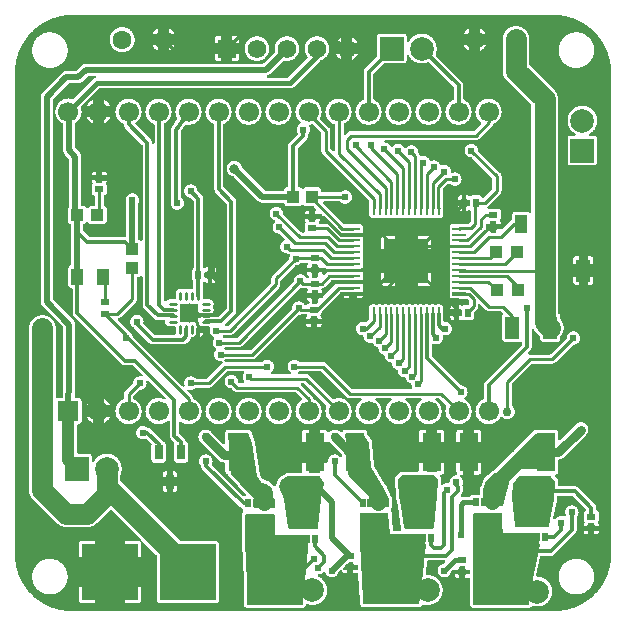
<source format=gtl>
G04 Layer: TopLayer*
G04 EasyEDA v6.3.43, 2020-06-06T21:57:39--5:00*
G04 e15436741f6a4511bf69b1aef7df7d06,7c1e8d740ba24e6f83eb2d53d3341807,10*
G04 Gerber Generator version 0.2*
G04 Scale: 100 percent, Rotated: No, Reflected: No *
G04 Dimensions in millimeters *
G04 leading zeros omitted , absolute positions ,3 integer and 3 decimal *
%FSLAX33Y33*%
%MOMM*%
G90*
G71D02*

%ADD10C,0.254000*%
%ADD11C,0.299999*%
%ADD12C,1.750009*%
%ADD13C,0.399999*%
%ADD14C,0.699999*%
%ADD15C,0.275006*%
%ADD16C,0.499999*%
%ADD17C,0.350012*%
%ADD18C,0.999998*%
%ADD19C,0.750011*%
%ADD20C,1.250010*%
%ADD21C,0.280010*%
%ADD22C,0.620014*%
%ADD23C,0.649986*%
%ADD24C,0.799998*%
%ADD25C,0.610006*%
%ADD26C,1.249985*%
%ADD27R,0.799998X0.499999*%
%ADD28R,0.999998X1.399997*%
%ADD29R,1.092200X0.990600*%
%ADD30R,1.199998X1.899996*%
%ADD31R,0.499999X0.700024*%
%ADD32R,2.480005X1.799996*%
%ADD33R,0.999998X1.550010*%
%ADD34R,0.699999X1.250010*%
%ADD35R,1.599997X1.599997*%
%ADD36R,1.599997X3.299993*%
%ADD37R,1.099998X0.999998*%
%ADD38R,0.999998X1.099998*%
%ADD39R,0.499999X0.799998*%
%ADD40R,0.254000X1.143000*%
%ADD41R,1.143000X0.254000*%
%ADD42R,1.143000X0.299999*%
%ADD43R,3.699993X3.699993*%
%ADD44C,3.499993*%
%ADD45C,1.999996*%
%ADD46R,4.750003X4.750003*%
%ADD47R,1.999996X1.999996*%
%ADD48C,1.599997*%
%ADD49C,1.574800*%
%ADD50R,1.574800X1.574800*%
%ADD51C,1.699997*%
%ADD52R,1.699997X1.699997*%

%LPD*%
G36*
G01X45900Y50743D02*
G01X5099Y50743D01*
G01X4999Y50742D01*
G01X4899Y50739D01*
G01X4799Y50734D01*
G01X4700Y50726D01*
G01X4600Y50717D01*
G01X4500Y50706D01*
G01X4401Y50692D01*
G01X4302Y50677D01*
G01X4204Y50659D01*
G01X4106Y50640D01*
G01X4008Y50618D01*
G01X3910Y50595D01*
G01X3814Y50569D01*
G01X3717Y50542D01*
G01X3622Y50512D01*
G01X3527Y50481D01*
G01X3432Y50447D01*
G01X3339Y50412D01*
G01X3246Y50374D01*
G01X3154Y50335D01*
G01X3063Y50294D01*
G01X2972Y50251D01*
G01X2883Y50206D01*
G01X2794Y50159D01*
G01X2707Y50111D01*
G01X2620Y50060D01*
G01X2535Y50008D01*
G01X2450Y49954D01*
G01X2367Y49899D01*
G01X2285Y49841D01*
G01X2204Y49782D01*
G01X2125Y49722D01*
G01X2046Y49659D01*
G01X1969Y49595D01*
G01X1893Y49530D01*
G01X1819Y49463D01*
G01X1746Y49394D01*
G01X1675Y49324D01*
G01X1605Y49253D01*
G01X1536Y49180D01*
G01X1469Y49106D01*
G01X1404Y49030D01*
G01X1340Y48953D01*
G01X1277Y48874D01*
G01X1217Y48795D01*
G01X1158Y48714D01*
G01X1100Y48632D01*
G01X1045Y48549D01*
G01X991Y48464D01*
G01X939Y48379D01*
G01X888Y48292D01*
G01X840Y48205D01*
G01X793Y48116D01*
G01X748Y48027D01*
G01X705Y47936D01*
G01X664Y47845D01*
G01X625Y47753D01*
G01X587Y47660D01*
G01X552Y47567D01*
G01X518Y47472D01*
G01X487Y47377D01*
G01X457Y47282D01*
G01X430Y47185D01*
G01X404Y47089D01*
G01X381Y46991D01*
G01X359Y46893D01*
G01X340Y46795D01*
G01X322Y46697D01*
G01X307Y46598D01*
G01X293Y46499D01*
G01X282Y46399D01*
G01X273Y46299D01*
G01X265Y46200D01*
G01X260Y46100D01*
G01X257Y46000D01*
G01X256Y45900D01*
G01X256Y5099D01*
G01X257Y4999D01*
G01X260Y4899D01*
G01X265Y4799D01*
G01X273Y4700D01*
G01X282Y4600D01*
G01X293Y4500D01*
G01X307Y4401D01*
G01X322Y4302D01*
G01X340Y4204D01*
G01X359Y4106D01*
G01X381Y4008D01*
G01X404Y3910D01*
G01X430Y3814D01*
G01X457Y3717D01*
G01X487Y3622D01*
G01X518Y3527D01*
G01X552Y3432D01*
G01X587Y3339D01*
G01X625Y3246D01*
G01X664Y3154D01*
G01X705Y3063D01*
G01X748Y2972D01*
G01X793Y2883D01*
G01X840Y2794D01*
G01X888Y2707D01*
G01X939Y2620D01*
G01X991Y2535D01*
G01X1045Y2450D01*
G01X1100Y2367D01*
G01X1158Y2285D01*
G01X1217Y2204D01*
G01X1277Y2125D01*
G01X1340Y2046D01*
G01X1404Y1969D01*
G01X1469Y1893D01*
G01X1536Y1819D01*
G01X1605Y1746D01*
G01X1675Y1675D01*
G01X1746Y1605D01*
G01X1819Y1536D01*
G01X1893Y1469D01*
G01X1969Y1404D01*
G01X2046Y1340D01*
G01X2125Y1277D01*
G01X2204Y1217D01*
G01X2285Y1158D01*
G01X2367Y1100D01*
G01X2450Y1045D01*
G01X2535Y991D01*
G01X2620Y939D01*
G01X2707Y888D01*
G01X2794Y840D01*
G01X2883Y793D01*
G01X2972Y748D01*
G01X3063Y705D01*
G01X3154Y664D01*
G01X3246Y625D01*
G01X3339Y587D01*
G01X3432Y552D01*
G01X3527Y518D01*
G01X3622Y487D01*
G01X3717Y457D01*
G01X3814Y430D01*
G01X3910Y404D01*
G01X4008Y381D01*
G01X4106Y359D01*
G01X4204Y340D01*
G01X4302Y322D01*
G01X4401Y307D01*
G01X4500Y293D01*
G01X4600Y282D01*
G01X4700Y273D01*
G01X4799Y265D01*
G01X4899Y260D01*
G01X4999Y257D01*
G01X5099Y256D01*
G01X45900Y256D01*
G01X46000Y257D01*
G01X46100Y260D01*
G01X46200Y265D01*
G01X46299Y273D01*
G01X46399Y282D01*
G01X46499Y293D01*
G01X46598Y307D01*
G01X46697Y322D01*
G01X46795Y340D01*
G01X46893Y359D01*
G01X46991Y381D01*
G01X47089Y404D01*
G01X47185Y430D01*
G01X47282Y457D01*
G01X47377Y487D01*
G01X47472Y518D01*
G01X47567Y552D01*
G01X47660Y587D01*
G01X47753Y625D01*
G01X47845Y664D01*
G01X47936Y705D01*
G01X48027Y748D01*
G01X48116Y793D01*
G01X48205Y840D01*
G01X48292Y888D01*
G01X48379Y939D01*
G01X48464Y991D01*
G01X48549Y1045D01*
G01X48632Y1100D01*
G01X48714Y1158D01*
G01X48795Y1217D01*
G01X48874Y1277D01*
G01X48953Y1340D01*
G01X49030Y1404D01*
G01X49106Y1469D01*
G01X49180Y1536D01*
G01X49253Y1605D01*
G01X49324Y1675D01*
G01X49394Y1746D01*
G01X49463Y1819D01*
G01X49530Y1893D01*
G01X49595Y1969D01*
G01X49659Y2046D01*
G01X49722Y2125D01*
G01X49782Y2204D01*
G01X49841Y2285D01*
G01X49899Y2367D01*
G01X49954Y2450D01*
G01X50008Y2535D01*
G01X50060Y2620D01*
G01X50111Y2707D01*
G01X50159Y2794D01*
G01X50206Y2883D01*
G01X50251Y2972D01*
G01X50294Y3063D01*
G01X50335Y3154D01*
G01X50374Y3246D01*
G01X50412Y3339D01*
G01X50447Y3432D01*
G01X50481Y3527D01*
G01X50512Y3622D01*
G01X50542Y3717D01*
G01X50569Y3814D01*
G01X50595Y3910D01*
G01X50618Y4008D01*
G01X50640Y4106D01*
G01X50659Y4204D01*
G01X50677Y4302D01*
G01X50692Y4401D01*
G01X50706Y4500D01*
G01X50717Y4600D01*
G01X50726Y4700D01*
G01X50734Y4799D01*
G01X50739Y4899D01*
G01X50742Y4999D01*
G01X50743Y5099D01*
G01X50743Y45900D01*
G01X50742Y46000D01*
G01X50739Y46100D01*
G01X50734Y46200D01*
G01X50726Y46299D01*
G01X50717Y46399D01*
G01X50706Y46499D01*
G01X50692Y46598D01*
G01X50677Y46697D01*
G01X50659Y46795D01*
G01X50640Y46893D01*
G01X50618Y46991D01*
G01X50595Y47089D01*
G01X50569Y47185D01*
G01X50542Y47282D01*
G01X50512Y47377D01*
G01X50481Y47472D01*
G01X50447Y47567D01*
G01X50412Y47660D01*
G01X50374Y47753D01*
G01X50335Y47845D01*
G01X50294Y47936D01*
G01X50251Y48027D01*
G01X50206Y48116D01*
G01X50159Y48205D01*
G01X50111Y48292D01*
G01X50060Y48379D01*
G01X50008Y48464D01*
G01X49954Y48549D01*
G01X49899Y48632D01*
G01X49841Y48714D01*
G01X49782Y48795D01*
G01X49722Y48874D01*
G01X49659Y48953D01*
G01X49595Y49030D01*
G01X49530Y49106D01*
G01X49463Y49180D01*
G01X49394Y49253D01*
G01X49324Y49324D01*
G01X49253Y49394D01*
G01X49180Y49463D01*
G01X49106Y49530D01*
G01X49030Y49595D01*
G01X48953Y49659D01*
G01X48874Y49722D01*
G01X48795Y49782D01*
G01X48714Y49841D01*
G01X48632Y49899D01*
G01X48549Y49954D01*
G01X48464Y50008D01*
G01X48379Y50060D01*
G01X48292Y50111D01*
G01X48205Y50159D01*
G01X48116Y50206D01*
G01X48027Y50251D01*
G01X47936Y50294D01*
G01X47845Y50335D01*
G01X47753Y50374D01*
G01X47660Y50412D01*
G01X47567Y50447D01*
G01X47472Y50481D01*
G01X47377Y50512D01*
G01X47282Y50542D01*
G01X47185Y50569D01*
G01X47089Y50595D01*
G01X46991Y50618D01*
G01X46893Y50640D01*
G01X46795Y50659D01*
G01X46697Y50677D01*
G01X46598Y50692D01*
G01X46499Y50706D01*
G01X46399Y50717D01*
G01X46299Y50726D01*
G01X46200Y50734D01*
G01X46100Y50739D01*
G01X46000Y50742D01*
G01X45900Y50743D01*
G37*

%LPC*%
G36*
G01X23326Y48928D02*
G01X23279Y48929D01*
G01X23233Y48928D01*
G01X23186Y48925D01*
G01X23139Y48920D01*
G01X23093Y48913D01*
G01X23047Y48903D01*
G01X23002Y48892D01*
G01X22957Y48878D01*
G01X22913Y48863D01*
G01X22869Y48845D01*
G01X22827Y48826D01*
G01X22785Y48805D01*
G01X22744Y48782D01*
G01X22704Y48757D01*
G01X22666Y48730D01*
G01X22629Y48702D01*
G01X22593Y48672D01*
G01X22558Y48640D01*
G01X22525Y48607D01*
G01X22493Y48572D01*
G01X22463Y48536D01*
G01X22435Y48499D01*
G01X22408Y48461D01*
G01X22383Y48421D01*
G01X22360Y48380D01*
G01X22339Y48338D01*
G01X22320Y48296D01*
G01X22302Y48252D01*
G01X22287Y48208D01*
G01X22273Y48163D01*
G01X22262Y48118D01*
G01X22252Y48072D01*
G01X22245Y48026D01*
G01X22240Y47979D01*
G01X22237Y47932D01*
G01X22236Y47886D01*
G01X22237Y47838D01*
G01X22240Y47791D01*
G01X22245Y47744D01*
G01X22253Y47698D01*
G01X22262Y47652D01*
G01X22265Y47629D01*
G01X22263Y47613D01*
G01X22260Y47598D01*
G01X22254Y47583D01*
G01X22245Y47569D01*
G01X22235Y47557D01*
G01X21321Y46645D01*
G01X21309Y46635D01*
G01X21296Y46626D01*
G01X21281Y46620D01*
G01X21265Y46617D01*
G01X21250Y46615D01*
G01X6264Y46615D01*
G01X6231Y46614D01*
G01X6198Y46611D01*
G01X6165Y46606D01*
G01X6133Y46598D01*
G01X6101Y46588D01*
G01X6070Y46577D01*
G01X6040Y46563D01*
G01X6011Y46547D01*
G01X5982Y46530D01*
G01X5955Y46511D01*
G01X5930Y46490D01*
G01X5906Y46467D01*
G01X5449Y46010D01*
G01X5437Y46000D01*
G01X5423Y45991D01*
G01X5408Y45985D01*
G01X5393Y45982D01*
G01X5377Y45980D01*
G01X4613Y45980D01*
G01X4580Y45979D01*
G01X4547Y45976D01*
G01X4514Y45971D01*
G01X4482Y45963D01*
G01X4450Y45953D01*
G01X4419Y45942D01*
G01X4389Y45928D01*
G01X4360Y45912D01*
G01X4331Y45895D01*
G01X4304Y45876D01*
G01X4279Y45855D01*
G01X4255Y45832D01*
G01X2601Y44178D01*
G01X2578Y44154D01*
G01X2557Y44129D01*
G01X2538Y44102D01*
G01X2521Y44073D01*
G01X2505Y44044D01*
G01X2491Y44014D01*
G01X2480Y43983D01*
G01X2470Y43951D01*
G01X2462Y43919D01*
G01X2457Y43886D01*
G01X2454Y43853D01*
G01X2453Y43820D01*
G01X2453Y26424D01*
G01X2454Y26391D01*
G01X2457Y26358D01*
G01X2462Y26325D01*
G01X2470Y26293D01*
G01X2480Y26261D01*
G01X2491Y26230D01*
G01X2505Y26200D01*
G01X2521Y26170D01*
G01X2538Y26142D01*
G01X2557Y26115D01*
G01X2578Y26090D01*
G01X2601Y26066D01*
G01X4328Y24339D01*
G01X4338Y24327D01*
G01X4347Y24313D01*
G01X4353Y24298D01*
G01X4356Y24283D01*
G01X4358Y24267D01*
G01X4358Y20206D01*
G01X4312Y18408D01*
G01X4310Y18392D01*
G01X4306Y18377D01*
G01X4300Y18363D01*
G01X4292Y18350D01*
G01X4281Y18338D01*
G01X4269Y18328D01*
G01X4256Y18320D01*
G01X4241Y18314D01*
G01X4226Y18310D01*
G01X4210Y18309D01*
G01X3938Y18309D01*
G01X3915Y18308D01*
G01X3892Y18305D01*
G01X3870Y18299D01*
G01X3847Y18292D01*
G01X3830Y18287D01*
G01X3812Y18286D01*
G01X3797Y18287D01*
G01X3783Y18290D01*
G01X3769Y18295D01*
G01X3757Y18302D01*
G01X3745Y18310D01*
G01X3735Y18321D01*
G01X3726Y18332D01*
G01X3719Y18345D01*
G01X3714Y18359D01*
G01X3711Y18373D01*
G01X3710Y18387D01*
G01X3710Y24183D01*
G01X3709Y24231D01*
G01X3706Y24279D01*
G01X3701Y24327D01*
G01X3694Y24375D01*
G01X3685Y24422D01*
G01X3674Y24469D01*
G01X3660Y24515D01*
G01X3645Y24560D01*
G01X3628Y24605D01*
G01X3610Y24650D01*
G01X3589Y24693D01*
G01X3566Y24735D01*
G01X3542Y24777D01*
G01X3516Y24817D01*
G01X3488Y24856D01*
G01X3459Y24894D01*
G01X3428Y24931D01*
G01X3395Y24966D01*
G01X3361Y25000D01*
G01X3326Y25033D01*
G01X3289Y25064D01*
G01X3251Y25093D01*
G01X3212Y25121D01*
G01X3172Y25147D01*
G01X3130Y25171D01*
G01X3088Y25194D01*
G01X3045Y25215D01*
G01X3000Y25233D01*
G01X2955Y25250D01*
G01X2910Y25265D01*
G01X2864Y25278D01*
G01X2817Y25290D01*
G01X2770Y25299D01*
G01X2722Y25306D01*
G01X2674Y25311D01*
G01X2627Y25314D01*
G01X2578Y25315D01*
G01X2530Y25314D01*
G01X2483Y25311D01*
G01X2435Y25306D01*
G01X2387Y25299D01*
G01X2340Y25290D01*
G01X2293Y25278D01*
G01X2247Y25265D01*
G01X2202Y25250D01*
G01X2157Y25233D01*
G01X2112Y25215D01*
G01X2069Y25194D01*
G01X2027Y25171D01*
G01X1985Y25147D01*
G01X1945Y25121D01*
G01X1906Y25093D01*
G01X1868Y25064D01*
G01X1831Y25033D01*
G01X1796Y25000D01*
G01X1762Y24966D01*
G01X1729Y24931D01*
G01X1698Y24894D01*
G01X1669Y24856D01*
G01X1641Y24817D01*
G01X1615Y24777D01*
G01X1591Y24735D01*
G01X1568Y24693D01*
G01X1547Y24650D01*
G01X1529Y24605D01*
G01X1512Y24560D01*
G01X1497Y24515D01*
G01X1483Y24469D01*
G01X1472Y24422D01*
G01X1463Y24375D01*
G01X1456Y24327D01*
G01X1451Y24279D01*
G01X1448Y24231D01*
G01X1447Y24183D01*
G01X1447Y10549D01*
G01X1448Y10499D01*
G01X1451Y10450D01*
G01X1456Y10401D01*
G01X1464Y10352D01*
G01X1474Y10304D01*
G01X1485Y10256D01*
G01X1499Y10208D01*
G01X1515Y10162D01*
G01X1533Y10116D01*
G01X1553Y10071D01*
G01X1575Y10026D01*
G01X1598Y9983D01*
G01X1624Y9941D01*
G01X1651Y9900D01*
G01X1681Y9860D01*
G01X1711Y9821D01*
G01X1744Y9784D01*
G01X1778Y9749D01*
G01X3810Y7717D01*
G01X3846Y7682D01*
G01X3883Y7650D01*
G01X3921Y7619D01*
G01X3961Y7590D01*
G01X4002Y7562D01*
G01X4044Y7537D01*
G01X4088Y7513D01*
G01X4132Y7491D01*
G01X4177Y7471D01*
G01X4223Y7453D01*
G01X4270Y7438D01*
G01X4317Y7424D01*
G01X4365Y7412D01*
G01X4414Y7402D01*
G01X4463Y7395D01*
G01X4512Y7390D01*
G01X4561Y7386D01*
G01X4610Y7385D01*
G01X6388Y7385D01*
G01X6438Y7386D01*
G01X6487Y7389D01*
G01X6536Y7395D01*
G01X6585Y7402D01*
G01X6633Y7412D01*
G01X6681Y7424D01*
G01X6728Y7437D01*
G01X6775Y7453D01*
G01X6821Y7471D01*
G01X6866Y7491D01*
G01X6910Y7513D01*
G01X6954Y7536D01*
G01X6996Y7562D01*
G01X7037Y7589D01*
G01X7115Y7649D01*
G01X7152Y7682D01*
G01X7188Y7716D01*
G01X8285Y8812D01*
G01X8297Y8822D01*
G01X8311Y8831D01*
G01X8326Y8837D01*
G01X8341Y8840D01*
G01X8357Y8842D01*
G01X8373Y8840D01*
G01X8388Y8837D01*
G01X8403Y8830D01*
G01X8417Y8822D01*
G01X8429Y8812D01*
G01X10924Y6317D01*
G01X10934Y6305D01*
G01X10943Y6291D01*
G01X10949Y6276D01*
G01X10952Y6261D01*
G01X10954Y6245D01*
G01X10950Y6219D01*
G01X10976Y6223D01*
G01X10992Y6221D01*
G01X11007Y6218D01*
G01X11022Y6212D01*
G01X11036Y6203D01*
G01X11048Y6193D01*
G01X12236Y5005D01*
G01X12247Y4992D01*
G01X12255Y4979D01*
G01X12261Y4964D01*
G01X12265Y4949D01*
G01X12266Y4933D01*
G01X12266Y1188D01*
G01X12267Y1164D01*
G01X12270Y1140D01*
G01X12276Y1117D01*
G01X12283Y1095D01*
G01X12293Y1073D01*
G01X12304Y1052D01*
G01X12318Y1033D01*
G01X12333Y1015D01*
G01X12350Y998D01*
G01X12368Y983D01*
G01X12387Y969D01*
G01X12408Y958D01*
G01X12430Y948D01*
G01X12452Y941D01*
G01X12475Y935D01*
G01X12499Y932D01*
G01X12522Y931D01*
G01X17272Y931D01*
G01X17296Y932D01*
G01X17320Y935D01*
G01X17343Y941D01*
G01X17365Y948D01*
G01X17387Y958D01*
G01X17408Y969D01*
G01X17427Y983D01*
G01X17445Y998D01*
G01X17462Y1015D01*
G01X17477Y1033D01*
G01X17491Y1052D01*
G01X17502Y1073D01*
G01X17512Y1095D01*
G01X17519Y1117D01*
G01X17525Y1140D01*
G01X17528Y1164D01*
G01X17529Y1188D01*
G01X17529Y5938D01*
G01X17528Y5961D01*
G01X17525Y5985D01*
G01X17519Y6008D01*
G01X17512Y6030D01*
G01X17502Y6052D01*
G01X17491Y6073D01*
G01X17477Y6092D01*
G01X17462Y6110D01*
G01X17445Y6127D01*
G01X17427Y6142D01*
G01X17408Y6156D01*
G01X17387Y6167D01*
G01X17365Y6177D01*
G01X17343Y6184D01*
G01X17320Y6190D01*
G01X17296Y6193D01*
G01X17272Y6194D01*
G01X14289Y6194D01*
G01X14273Y6195D01*
G01X14258Y6199D01*
G01X14243Y6205D01*
G01X14230Y6213D01*
G01X14217Y6224D01*
G01X9201Y11241D01*
G01X9190Y11253D01*
G01X9182Y11266D01*
G01X9176Y11281D01*
G01X9172Y11297D01*
G01X9171Y11313D01*
G01X9171Y11756D01*
G01X9172Y11770D01*
G01X9175Y11785D01*
G01X9180Y11798D01*
G01X9202Y11848D01*
G01X9221Y11899D01*
G01X9239Y11951D01*
G01X9254Y12003D01*
G01X9267Y12056D01*
G01X9277Y12109D01*
G01X9285Y12163D01*
G01X9291Y12217D01*
G01X9295Y12271D01*
G01X9296Y12326D01*
G01X9295Y12376D01*
G01X9292Y12427D01*
G01X9287Y12477D01*
G01X9280Y12527D01*
G01X9271Y12577D01*
G01X9260Y12626D01*
G01X9246Y12675D01*
G01X9231Y12723D01*
G01X9214Y12771D01*
G01X9195Y12818D01*
G01X9175Y12864D01*
G01X9152Y12909D01*
G01X9128Y12954D01*
G01X9102Y12997D01*
G01X9074Y13039D01*
G01X9044Y13080D01*
G01X9013Y13120D01*
G01X8980Y13159D01*
G01X8946Y13196D01*
G01X8910Y13232D01*
G01X8873Y13266D01*
G01X8834Y13299D01*
G01X8794Y13330D01*
G01X8753Y13360D01*
G01X8711Y13388D01*
G01X8668Y13414D01*
G01X8623Y13438D01*
G01X8578Y13461D01*
G01X8532Y13481D01*
G01X8485Y13500D01*
G01X8437Y13517D01*
G01X8389Y13532D01*
G01X8340Y13546D01*
G01X8291Y13557D01*
G01X8241Y13566D01*
G01X8191Y13573D01*
G01X8141Y13578D01*
G01X8090Y13581D01*
G01X8039Y13582D01*
G01X7988Y13581D01*
G01X7938Y13578D01*
G01X7887Y13573D01*
G01X7836Y13566D01*
G01X7786Y13556D01*
G01X7736Y13545D01*
G01X7687Y13532D01*
G01X7638Y13516D01*
G01X7590Y13499D01*
G01X7543Y13480D01*
G01X7497Y13459D01*
G01X7451Y13436D01*
G01X7407Y13411D01*
G01X7363Y13384D01*
G01X7321Y13356D01*
G01X7279Y13326D01*
G01X7239Y13294D01*
G01X7201Y13261D01*
G01X7163Y13226D01*
G01X7128Y13190D01*
G01X7093Y13152D01*
G01X7061Y13113D01*
G01X7029Y13073D01*
G01X7000Y13031D01*
G01X6972Y12988D01*
G01X6946Y12945D01*
G01X6938Y12932D01*
G01X6927Y12921D01*
G01X6915Y12911D01*
G01X6902Y12903D01*
G01X6888Y12898D01*
G01X6873Y12894D01*
G01X6858Y12893D01*
G01X6843Y12894D01*
G01X6829Y12897D01*
G01X6815Y12902D01*
G01X6803Y12909D01*
G01X6791Y12918D01*
G01X6781Y12928D01*
G01X6772Y12940D01*
G01X6765Y12952D01*
G01X6760Y12966D01*
G01X6757Y12980D01*
G01X6756Y12995D01*
G01X6756Y13326D01*
G01X6755Y13349D01*
G01X6752Y13373D01*
G01X6746Y13396D01*
G01X6739Y13418D01*
G01X6729Y13440D01*
G01X6718Y13461D01*
G01X6704Y13480D01*
G01X6689Y13498D01*
G01X6672Y13515D01*
G01X6654Y13530D01*
G01X6635Y13544D01*
G01X6614Y13555D01*
G01X6592Y13565D01*
G01X6570Y13572D01*
G01X6547Y13578D01*
G01X6523Y13581D01*
G01X6499Y13582D01*
G01X5646Y13582D01*
G01X5632Y13583D01*
G01X5618Y13586D01*
G01X5604Y13591D01*
G01X5591Y13598D01*
G01X5580Y13607D01*
G01X5570Y13617D01*
G01X5561Y13629D01*
G01X5554Y13641D01*
G01X5549Y13655D01*
G01X5546Y13669D01*
G01X5545Y13684D01*
G01X5545Y15994D01*
G01X5546Y16010D01*
G01X5550Y16025D01*
G01X5556Y16040D01*
G01X5564Y16053D01*
G01X5574Y16065D01*
G01X5586Y16076D01*
G01X5599Y16084D01*
G01X5613Y16090D01*
G01X5628Y16094D01*
G01X5644Y16096D01*
G01X5667Y16097D01*
G01X5690Y16101D01*
G01X5713Y16107D01*
G01X5735Y16115D01*
G01X5756Y16125D01*
G01X5777Y16136D01*
G01X5796Y16150D01*
G01X5813Y16165D01*
G01X5830Y16182D01*
G01X5844Y16200D01*
G01X5857Y16219D01*
G01X5869Y16239D01*
G01X5878Y16261D01*
G01X5885Y16283D01*
G01X5891Y16306D01*
G01X5894Y16329D01*
G01X5895Y16352D01*
G01X5895Y18052D01*
G01X5894Y18076D01*
G01X5890Y18099D01*
G01X5885Y18123D01*
G01X5878Y18145D01*
G01X5868Y18167D01*
G01X5856Y18187D01*
G01X5843Y18207D01*
G01X5828Y18225D01*
G01X5811Y18242D01*
G01X5793Y18257D01*
G01X5773Y18270D01*
G01X5753Y18282D01*
G01X5731Y18292D01*
G01X5709Y18299D01*
G01X5685Y18304D01*
G01X5662Y18308D01*
G01X5638Y18309D01*
G01X5427Y18309D01*
G01X5413Y18310D01*
G01X5398Y18313D01*
G01X5385Y18318D01*
G01X5372Y18325D01*
G01X5361Y18334D01*
G01X5350Y18344D01*
G01X5342Y18356D01*
G01X5335Y18368D01*
G01X5330Y18382D01*
G01X5327Y18396D01*
G01X5326Y18410D01*
G01X5326Y18409D01*
G01X5325Y18410D01*
G01X5326Y18410D01*
G01X5326Y18413D01*
G01X5371Y20188D01*
G01X5371Y24519D01*
G01X5370Y24552D01*
G01X5366Y24585D01*
G01X5361Y24618D01*
G01X5354Y24650D01*
G01X5344Y24682D01*
G01X5332Y24713D01*
G01X5319Y24743D01*
G01X5303Y24772D01*
G01X5285Y24800D01*
G01X5266Y24827D01*
G01X5245Y24853D01*
G01X5222Y24877D01*
G01X3496Y26604D01*
G01X3485Y26616D01*
G01X3477Y26629D01*
G01X3471Y26644D01*
G01X3467Y26660D01*
G01X3466Y26676D01*
G01X3466Y43568D01*
G01X3467Y43584D01*
G01X3471Y43600D01*
G01X3477Y43614D01*
G01X3485Y43628D01*
G01X3496Y43640D01*
G01X4793Y44937D01*
G01X4805Y44948D01*
G01X4819Y44956D01*
G01X4833Y44962D01*
G01X4849Y44966D01*
G01X4865Y44967D01*
G01X5629Y44967D01*
G01X5662Y44968D01*
G01X5695Y44972D01*
G01X5728Y44977D01*
G01X5760Y44984D01*
G01X5792Y44994D01*
G01X5823Y45006D01*
G01X5853Y45019D01*
G01X5882Y45035D01*
G01X5910Y45053D01*
G01X5937Y45072D01*
G01X5963Y45093D01*
G01X5987Y45116D01*
G01X6444Y45572D01*
G01X6456Y45583D01*
G01X6470Y45591D01*
G01X6484Y45597D01*
G01X6500Y45601D01*
G01X6516Y45602D01*
G01X7042Y45602D01*
G01X7056Y45601D01*
G01X7070Y45598D01*
G01X7084Y45593D01*
G01X7096Y45586D01*
G01X7108Y45577D01*
G01X7118Y45567D01*
G01X7127Y45556D01*
G01X7134Y45543D01*
G01X7139Y45529D01*
G01X7142Y45515D01*
G01X7143Y45501D01*
G01X7142Y45486D01*
G01X7139Y45472D01*
G01X7134Y45459D01*
G01X7127Y45446D01*
G01X7118Y45434D01*
G01X7108Y45424D01*
G01X7097Y45415D01*
G01X7084Y45408D01*
G01X7071Y45403D01*
G01X7040Y45393D01*
G01X7010Y45380D01*
G01X6981Y45366D01*
G01X6953Y45349D01*
G01X6927Y45331D01*
G01X6902Y45310D01*
G01X6878Y45288D01*
G01X5223Y43632D01*
G01X5211Y43622D01*
G01X5198Y43613D01*
G01X5183Y43607D01*
G01X5167Y43603D01*
G01X5151Y43602D01*
G01X5136Y43603D01*
G01X5121Y43607D01*
G01X5075Y43620D01*
G01X5028Y43632D01*
G01X4980Y43641D01*
G01X4933Y43649D01*
G01X4885Y43654D01*
G01X4837Y43657D01*
G01X4788Y43658D01*
G01X4740Y43657D01*
G01X4692Y43654D01*
G01X4644Y43649D01*
G01X4596Y43641D01*
G01X4549Y43632D01*
G01X4502Y43620D01*
G01X4456Y43607D01*
G01X4410Y43591D01*
G01X4365Y43574D01*
G01X4321Y43554D01*
G01X4277Y43533D01*
G01X4235Y43510D01*
G01X4194Y43485D01*
G01X4154Y43458D01*
G01X4115Y43429D01*
G01X4077Y43399D01*
G01X4041Y43367D01*
G01X4006Y43334D01*
G01X3972Y43299D01*
G01X3941Y43263D01*
G01X3910Y43225D01*
G01X3882Y43186D01*
G01X3855Y43146D01*
G01X3830Y43105D01*
G01X3807Y43062D01*
G01X3785Y43019D01*
G01X3766Y42975D01*
G01X3748Y42930D01*
G01X3733Y42884D01*
G01X3719Y42838D01*
G01X3708Y42791D01*
G01X3699Y42744D01*
G01X3691Y42696D01*
G01X3686Y42648D01*
G01X3683Y42600D01*
G01X3682Y42552D01*
G01X3683Y42502D01*
G01X3686Y42453D01*
G01X3692Y42405D01*
G01X3699Y42356D01*
G01X3709Y42308D01*
G01X3721Y42260D01*
G01X3735Y42213D01*
G01X3751Y42167D01*
G01X3769Y42121D01*
G01X3789Y42076D01*
G01X3811Y42032D01*
G01X3835Y41989D01*
G01X3861Y41948D01*
G01X3889Y41907D01*
G01X3918Y41868D01*
G01X3949Y41830D01*
G01X3982Y41793D01*
G01X4017Y41758D01*
G01X4053Y41725D01*
G01X4090Y41693D01*
G01X4129Y41663D01*
G01X4169Y41635D01*
G01X4210Y41608D01*
G01X4253Y41583D01*
G01X4296Y41560D01*
G01X4310Y41552D01*
G01X4322Y41542D01*
G01X4333Y41530D01*
G01X4341Y41516D01*
G01X4348Y41501D01*
G01X4351Y41485D01*
G01X4353Y41469D01*
G01X4353Y39256D01*
G01X4354Y39223D01*
G01X4357Y39190D01*
G01X4362Y39157D01*
G01X4370Y39125D01*
G01X4380Y39093D01*
G01X4391Y39062D01*
G01X4405Y39032D01*
G01X4420Y39002D01*
G01X4438Y38974D01*
G01X4457Y38947D01*
G01X4478Y38922D01*
G01X4501Y38898D01*
G01X4836Y38563D01*
G01X4846Y38551D01*
G01X4855Y38537D01*
G01X4861Y38522D01*
G01X4864Y38507D01*
G01X4866Y38491D01*
G01X4866Y34560D01*
G01X4865Y34546D01*
G01X4861Y34531D01*
G01X4856Y34517D01*
G01X4849Y34504D01*
G01X4839Y34492D01*
G01X4829Y34482D01*
G01X4810Y34465D01*
G01X4793Y34446D01*
G01X4778Y34426D01*
G01X4765Y34405D01*
G01X4754Y34382D01*
G01X4746Y34358D01*
G01X4740Y34334D01*
G01X4736Y34309D01*
G01X4735Y34284D01*
G01X4735Y33293D01*
G01X4736Y33269D01*
G01X4739Y33245D01*
G01X4745Y33222D01*
G01X4753Y33199D01*
G01X4763Y33177D01*
G01X4775Y33156D01*
G01X4789Y33136D01*
G01X4804Y33118D01*
G01X4822Y33101D01*
G01X4840Y33086D01*
G01X4860Y33073D01*
G01X4882Y33061D01*
G01X4904Y33052D01*
G01X4927Y33045D01*
G01X4951Y33040D01*
G01X4966Y33036D01*
G01X4981Y33030D01*
G01X4994Y33022D01*
G01X5007Y33011D01*
G01X5017Y32999D01*
G01X5025Y32986D01*
G01X5031Y32971D01*
G01X5035Y32955D01*
G01X5036Y32940D01*
G01X5036Y29623D01*
G01X5035Y29607D01*
G01X5031Y29591D01*
G01X5025Y29577D01*
G01X5017Y29563D01*
G01X5006Y29551D01*
G01X4994Y29540D01*
G01X4980Y29532D01*
G01X4965Y29526D01*
G01X4943Y29518D01*
G01X4923Y29508D01*
G01X4903Y29496D01*
G01X4884Y29483D01*
G01X4866Y29468D01*
G01X4850Y29451D01*
G01X4836Y29433D01*
G01X4823Y29414D01*
G01X4812Y29393D01*
G01X4803Y29372D01*
G01X4795Y29350D01*
G01X4790Y29328D01*
G01X4787Y29305D01*
G01X4786Y29282D01*
G01X4786Y27882D01*
G01X4787Y27858D01*
G01X4790Y27835D01*
G01X4796Y27812D01*
G01X4803Y27790D01*
G01X4812Y27769D01*
G01X4823Y27748D01*
G01X4836Y27729D01*
G01X4851Y27711D01*
G01X4867Y27694D01*
G01X4885Y27679D01*
G01X4904Y27665D01*
G01X4925Y27654D01*
G01X4946Y27644D01*
G01X4968Y27636D01*
G01X4990Y27630D01*
G01X5013Y27627D01*
G01X5037Y27625D01*
G01X5052Y27623D01*
G01X5068Y27620D01*
G01X5082Y27613D01*
G01X5095Y27605D01*
G01X5107Y27594D01*
G01X5117Y27582D01*
G01X5125Y27569D01*
G01X5131Y27554D01*
G01X5135Y27539D01*
G01X5136Y27523D01*
G01X5136Y25491D01*
G01X5137Y25462D01*
G01X5140Y25433D01*
G01X5145Y25405D01*
G01X5153Y25377D01*
G01X5162Y25349D01*
G01X5173Y25322D01*
G01X5186Y25296D01*
G01X5201Y25272D01*
G01X5217Y25248D01*
G01X5235Y25225D01*
G01X5255Y25204D01*
G01X9276Y21183D01*
G01X9297Y21164D01*
G01X9320Y21145D01*
G01X9343Y21129D01*
G01X9368Y21114D01*
G01X9394Y21101D01*
G01X9421Y21090D01*
G01X9449Y21081D01*
G01X9477Y21073D01*
G01X9505Y21068D01*
G01X9534Y21065D01*
G01X9563Y21064D01*
G01X10242Y21064D01*
G01X10258Y21063D01*
G01X10273Y21059D01*
G01X10288Y21053D01*
G01X10301Y21045D01*
G01X10314Y21034D01*
G01X11062Y20286D01*
G01X11073Y20274D01*
G01X11081Y20260D01*
G01X11087Y20245D01*
G01X11091Y20230D01*
G01X11092Y20214D01*
G01X11091Y20199D01*
G01X11088Y20185D01*
G01X11083Y20172D01*
G01X11076Y20159D01*
G01X11067Y20147D01*
G01X11057Y20137D01*
G01X11045Y20128D01*
G01X11033Y20121D01*
G01X11019Y20116D01*
G01X11005Y20113D01*
G01X10990Y20112D01*
G01X10967Y20115D01*
G01X10923Y20124D01*
G01X10878Y20129D01*
G01X10833Y20131D01*
G01X10799Y20130D01*
G01X10764Y20127D01*
G01X10729Y20121D01*
G01X10695Y20114D01*
G01X10661Y20104D01*
G01X10628Y20093D01*
G01X10596Y20079D01*
G01X10565Y20063D01*
G01X10535Y20046D01*
G01X10505Y20026D01*
G01X10478Y20005D01*
G01X10451Y19982D01*
G01X10426Y19958D01*
G01X10403Y19932D01*
G01X10381Y19905D01*
G01X10361Y19876D01*
G01X10342Y19847D01*
G01X10326Y19816D01*
G01X10311Y19784D01*
G01X10299Y19751D01*
G01X10288Y19718D01*
G01X10280Y19684D01*
G01X10273Y19650D01*
G01X10269Y19615D01*
G01X10267Y19580D01*
G01X10266Y19565D01*
G01X10262Y19550D01*
G01X10256Y19536D01*
G01X10247Y19523D01*
G01X10237Y19511D01*
G01X9604Y18877D01*
G01X9583Y18855D01*
G01X9565Y18831D01*
G01X9548Y18806D01*
G01X9533Y18780D01*
G01X9521Y18753D01*
G01X9510Y18724D01*
G01X9502Y18695D01*
G01X9496Y18666D01*
G01X9493Y18636D01*
G01X9491Y18606D01*
G01X9491Y18296D01*
G01X9490Y18281D01*
G01X9487Y18267D01*
G01X9482Y18253D01*
G01X9475Y18240D01*
G01X9466Y18229D01*
G01X9455Y18219D01*
G01X9444Y18210D01*
G01X9431Y18203D01*
G01X9388Y18183D01*
G01X9345Y18161D01*
G01X9304Y18138D01*
G01X9264Y18112D01*
G01X9225Y18085D01*
G01X9187Y18057D01*
G01X9151Y18026D01*
G01X9116Y17995D01*
G01X9082Y17961D01*
G01X9049Y17927D01*
G01X9019Y17891D01*
G01X8989Y17853D01*
G01X8962Y17815D01*
G01X8936Y17775D01*
G01X8912Y17734D01*
G01X8889Y17692D01*
G01X8868Y17650D01*
G01X8850Y17606D01*
G01X8833Y17562D01*
G01X8818Y17517D01*
G01X8805Y17471D01*
G01X8794Y17425D01*
G01X8785Y17378D01*
G01X8777Y17332D01*
G01X8772Y17284D01*
G01X8769Y17237D01*
G01X8768Y17190D01*
G01X8769Y17141D01*
G01X8773Y17093D01*
G01X8778Y17045D01*
G01X8785Y16997D01*
G01X8795Y16950D01*
G01X8806Y16903D01*
G01X8820Y16857D01*
G01X8835Y16811D01*
G01X8853Y16766D01*
G01X8872Y16722D01*
G01X8893Y16679D01*
G01X8917Y16636D01*
G01X8942Y16595D01*
G01X8968Y16555D01*
G01X8997Y16516D01*
G01X9027Y16478D01*
G01X9059Y16442D01*
G01X9092Y16407D01*
G01X9127Y16374D01*
G01X9164Y16342D01*
G01X9201Y16312D01*
G01X9240Y16283D01*
G01X9280Y16256D01*
G01X9322Y16231D01*
G01X9364Y16208D01*
G01X9407Y16187D01*
G01X9451Y16167D01*
G01X9496Y16150D01*
G01X9542Y16134D01*
G01X9589Y16121D01*
G01X9635Y16109D01*
G01X9683Y16100D01*
G01X9730Y16093D01*
G01X9778Y16087D01*
G01X9827Y16084D01*
G01X9875Y16083D01*
G01X9923Y16084D01*
G01X9971Y16087D01*
G01X10019Y16093D01*
G01X10067Y16100D01*
G01X10114Y16109D01*
G01X10161Y16121D01*
G01X10208Y16134D01*
G01X10253Y16150D01*
G01X10298Y16167D01*
G01X10343Y16187D01*
G01X10386Y16208D01*
G01X10428Y16231D01*
G01X10469Y16256D01*
G01X10510Y16283D01*
G01X10549Y16312D01*
G01X10586Y16342D01*
G01X10622Y16374D01*
G01X10657Y16407D01*
G01X10691Y16442D01*
G01X10723Y16478D01*
G01X10753Y16516D01*
G01X10781Y16555D01*
G01X10808Y16595D01*
G01X10833Y16636D01*
G01X10856Y16679D01*
G01X10878Y16722D01*
G01X10897Y16766D01*
G01X10915Y16811D01*
G01X10930Y16857D01*
G01X10944Y16903D01*
G01X10955Y16950D01*
G01X10965Y16997D01*
G01X10972Y17045D01*
G01X10977Y17093D01*
G01X10980Y17141D01*
G01X10981Y17190D01*
G01X10980Y17237D01*
G01X10977Y17284D01*
G01X10972Y17332D01*
G01X10965Y17378D01*
G01X10956Y17425D01*
G01X10945Y17471D01*
G01X10932Y17517D01*
G01X10917Y17562D01*
G01X10900Y17606D01*
G01X10881Y17650D01*
G01X10861Y17692D01*
G01X10838Y17734D01*
G01X10814Y17775D01*
G01X10788Y17815D01*
G01X10760Y17853D01*
G01X10731Y17891D01*
G01X10700Y17927D01*
G01X10668Y17961D01*
G01X10634Y17995D01*
G01X10599Y18026D01*
G01X10562Y18057D01*
G01X10525Y18085D01*
G01X10486Y18112D01*
G01X10446Y18138D01*
G01X10404Y18161D01*
G01X10362Y18183D01*
G01X10319Y18203D01*
G01X10306Y18210D01*
G01X10294Y18219D01*
G01X10284Y18229D01*
G01X10275Y18240D01*
G01X10268Y18253D01*
G01X10263Y18267D01*
G01X10259Y18281D01*
G01X10258Y18296D01*
G01X10258Y18405D01*
G01X10260Y18421D01*
G01X10263Y18436D01*
G01X10270Y18451D01*
G01X10278Y18465D01*
G01X10288Y18477D01*
G01X10780Y18968D01*
G01X10791Y18978D01*
G01X10805Y18987D01*
G01X10819Y18993D01*
G01X10834Y18997D01*
G01X10849Y18998D01*
G01X10884Y19000D01*
G01X10919Y19004D01*
G01X10953Y19011D01*
G01X10987Y19019D01*
G01X11020Y19030D01*
G01X11053Y19042D01*
G01X11085Y19057D01*
G01X11116Y19073D01*
G01X11145Y19091D01*
G01X11174Y19112D01*
G01X11201Y19133D01*
G01X11227Y19157D01*
G01X11251Y19182D01*
G01X11274Y19209D01*
G01X11295Y19236D01*
G01X11315Y19266D01*
G01X11332Y19296D01*
G01X11348Y19327D01*
G01X11362Y19359D01*
G01X11373Y19392D01*
G01X11383Y19426D01*
G01X11390Y19460D01*
G01X11396Y19495D01*
G01X11399Y19530D01*
G01X11400Y19564D01*
G01X11398Y19609D01*
G01X11393Y19654D01*
G01X11384Y19698D01*
G01X11381Y19721D01*
G01X11382Y19736D01*
G01X11385Y19750D01*
G01X11391Y19764D01*
G01X11397Y19776D01*
G01X11406Y19788D01*
G01X11416Y19798D01*
G01X11428Y19807D01*
G01X11441Y19814D01*
G01X11454Y19819D01*
G01X11468Y19822D01*
G01X11483Y19823D01*
G01X11499Y19822D01*
G01X11514Y19818D01*
G01X11529Y19812D01*
G01X11543Y19804D01*
G01X11555Y19793D01*
G01X12987Y18361D01*
G01X12997Y18349D01*
G01X13006Y18336D01*
G01X13012Y18321D01*
G01X13015Y18305D01*
G01X13017Y18289D01*
G01X13016Y18275D01*
G01X13012Y18261D01*
G01X13007Y18247D01*
G01X13000Y18234D01*
G01X12992Y18223D01*
G01X12982Y18213D01*
G01X12970Y18204D01*
G01X12957Y18197D01*
G01X12944Y18192D01*
G01X12929Y18189D01*
G01X12915Y18188D01*
G01X12901Y18189D01*
G01X12886Y18192D01*
G01X12873Y18197D01*
G01X12825Y18217D01*
G01X12775Y18236D01*
G01X12725Y18252D01*
G01X12675Y18265D01*
G01X12624Y18276D01*
G01X12572Y18285D01*
G01X12520Y18291D01*
G01X12467Y18295D01*
G01X12415Y18296D01*
G01X12367Y18295D01*
G01X12318Y18292D01*
G01X12270Y18287D01*
G01X12223Y18279D01*
G01X12175Y18270D01*
G01X12129Y18258D01*
G01X12082Y18245D01*
G01X12036Y18229D01*
G01X11991Y18212D01*
G01X11947Y18192D01*
G01X11904Y18171D01*
G01X11862Y18148D01*
G01X11820Y18123D01*
G01X11780Y18096D01*
G01X11741Y18067D01*
G01X11704Y18037D01*
G01X11667Y18005D01*
G01X11632Y17972D01*
G01X11599Y17937D01*
G01X11567Y17901D01*
G01X11537Y17863D01*
G01X11508Y17824D01*
G01X11482Y17784D01*
G01X11457Y17743D01*
G01X11433Y17701D01*
G01X11412Y17657D01*
G01X11393Y17613D01*
G01X11375Y17568D01*
G01X11360Y17522D01*
G01X11346Y17476D01*
G01X11335Y17429D01*
G01X11325Y17382D01*
G01X11318Y17334D01*
G01X11313Y17286D01*
G01X11309Y17238D01*
G01X11308Y17190D01*
G01X11309Y17141D01*
G01X11313Y17093D01*
G01X11318Y17045D01*
G01X11325Y16997D01*
G01X11335Y16950D01*
G01X11346Y16903D01*
G01X11360Y16857D01*
G01X11375Y16811D01*
G01X11393Y16766D01*
G01X11412Y16722D01*
G01X11433Y16679D01*
G01X11457Y16636D01*
G01X11482Y16595D01*
G01X11508Y16555D01*
G01X11537Y16516D01*
G01X11567Y16478D01*
G01X11599Y16442D01*
G01X11632Y16407D01*
G01X11667Y16374D01*
G01X11704Y16342D01*
G01X11741Y16312D01*
G01X11780Y16283D01*
G01X11820Y16256D01*
G01X11862Y16231D01*
G01X11904Y16208D01*
G01X11947Y16187D01*
G01X11991Y16167D01*
G01X12036Y16150D01*
G01X12082Y16134D01*
G01X12129Y16121D01*
G01X12175Y16109D01*
G01X12223Y16100D01*
G01X12270Y16093D01*
G01X12318Y16087D01*
G01X12367Y16084D01*
G01X12415Y16083D01*
G01X12464Y16084D01*
G01X12514Y16087D01*
G01X12563Y16093D01*
G01X12611Y16101D01*
G01X12660Y16111D01*
G01X12708Y16123D01*
G01X12755Y16137D01*
G01X12802Y16153D01*
G01X12848Y16171D01*
G01X12893Y16191D01*
G01X12937Y16214D01*
G01X12980Y16238D01*
G01X13021Y16264D01*
G01X13062Y16292D01*
G01X13102Y16322D01*
G01X13140Y16353D01*
G01X13176Y16387D01*
G01X13188Y16396D01*
G01X13201Y16404D01*
G01X13216Y16410D01*
G01X13231Y16413D01*
G01X13246Y16414D01*
G01X13261Y16413D01*
G01X13275Y16410D01*
G01X13288Y16405D01*
G01X13301Y16398D01*
G01X13313Y16390D01*
G01X13323Y16379D01*
G01X13332Y16368D01*
G01X13339Y16355D01*
G01X13344Y16341D01*
G01X13347Y16327D01*
G01X13348Y16313D01*
G01X13348Y15121D01*
G01X13349Y15092D01*
G01X13352Y15063D01*
G01X13357Y15034D01*
G01X13364Y15006D01*
G01X13373Y14979D01*
G01X13384Y14952D01*
G01X13397Y14926D01*
G01X13412Y14901D01*
G01X13429Y14877D01*
G01X13447Y14855D01*
G01X13467Y14833D01*
G01X13730Y14570D01*
G01X13741Y14558D01*
G01X13749Y14544D01*
G01X13755Y14529D01*
G01X13759Y14514D01*
G01X13760Y14498D01*
G01X13759Y14481D01*
G01X13755Y14465D01*
G01X13748Y14449D01*
G01X13737Y14426D01*
G01X13728Y14402D01*
G01X13722Y14378D01*
G01X13718Y14353D01*
G01X13717Y14327D01*
G01X13717Y13077D01*
G01X13718Y13054D01*
G01X13721Y13030D01*
G01X13727Y13007D01*
G01X13734Y12985D01*
G01X13744Y12963D01*
G01X13755Y12942D01*
G01X13769Y12923D01*
G01X13784Y12904D01*
G01X13801Y12888D01*
G01X13819Y12872D01*
G01X13838Y12859D01*
G01X13859Y12848D01*
G01X13881Y12838D01*
G01X13903Y12830D01*
G01X13926Y12825D01*
G01X13950Y12822D01*
G01X13973Y12821D01*
G01X14673Y12821D01*
G01X14697Y12822D01*
G01X14721Y12825D01*
G01X14744Y12830D01*
G01X14766Y12838D01*
G01X14788Y12848D01*
G01X14809Y12859D01*
G01X14828Y12872D01*
G01X14846Y12888D01*
G01X14863Y12904D01*
G01X14878Y12923D01*
G01X14892Y12942D01*
G01X14903Y12963D01*
G01X14913Y12985D01*
G01X14920Y13007D01*
G01X14926Y13030D01*
G01X14929Y13054D01*
G01X14930Y13077D01*
G01X14930Y14327D01*
G01X14929Y14352D01*
G01X14925Y14376D01*
G01X14920Y14400D01*
G01X14912Y14423D01*
G01X14901Y14445D01*
G01X14889Y14466D01*
G01X14875Y14486D01*
G01X14859Y14505D01*
G01X14841Y14522D01*
G01X14822Y14537D01*
G01X14801Y14550D01*
G01X14779Y14561D01*
G01X14765Y14569D01*
G01X14753Y14578D01*
G01X14742Y14590D01*
G01X14733Y14603D01*
G01X14726Y14618D01*
G01X14721Y14633D01*
G01X14715Y14662D01*
G01X14705Y14690D01*
G01X14694Y14718D01*
G01X14681Y14744D01*
G01X14666Y14770D01*
G01X14649Y14794D01*
G01X14631Y14817D01*
G01X14611Y14839D01*
G01X14191Y15259D01*
G01X14180Y15272D01*
G01X14172Y15285D01*
G01X14166Y15300D01*
G01X14162Y15315D01*
G01X14161Y15331D01*
G01X14161Y16200D01*
G01X14162Y16214D01*
G01X14165Y16228D01*
G01X14170Y16242D01*
G01X14177Y16255D01*
G01X14186Y16266D01*
G01X14196Y16276D01*
G01X14207Y16285D01*
G01X14220Y16292D01*
G01X14234Y16297D01*
G01X14248Y16300D01*
G01X14262Y16301D01*
G01X14278Y16300D01*
G01X14293Y16297D01*
G01X14307Y16291D01*
G01X14321Y16283D01*
G01X14361Y16256D01*
G01X14402Y16231D01*
G01X14444Y16208D01*
G01X14488Y16187D01*
G01X14532Y16167D01*
G01X14577Y16150D01*
G01X14622Y16134D01*
G01X14669Y16121D01*
G01X14716Y16109D01*
G01X14763Y16100D01*
G01X14811Y16093D01*
G01X14859Y16087D01*
G01X14907Y16084D01*
G01X14955Y16083D01*
G01X15003Y16084D01*
G01X15051Y16087D01*
G01X15099Y16093D01*
G01X15147Y16100D01*
G01X15194Y16109D01*
G01X15241Y16121D01*
G01X15288Y16134D01*
G01X15333Y16150D01*
G01X15378Y16167D01*
G01X15423Y16187D01*
G01X15466Y16208D01*
G01X15508Y16231D01*
G01X15549Y16256D01*
G01X15590Y16283D01*
G01X15629Y16312D01*
G01X15666Y16342D01*
G01X15702Y16374D01*
G01X15737Y16407D01*
G01X15771Y16442D01*
G01X15803Y16478D01*
G01X15833Y16516D01*
G01X15861Y16555D01*
G01X15888Y16595D01*
G01X15913Y16636D01*
G01X15936Y16679D01*
G01X15958Y16722D01*
G01X15977Y16766D01*
G01X15995Y16811D01*
G01X16010Y16857D01*
G01X16024Y16903D01*
G01X16035Y16950D01*
G01X16045Y16997D01*
G01X16052Y17045D01*
G01X16057Y17093D01*
G01X16060Y17141D01*
G01X16061Y17190D01*
G01X16060Y17237D01*
G01X16057Y17285D01*
G01X16052Y17332D01*
G01X16045Y17379D01*
G01X16036Y17426D01*
G01X16025Y17472D01*
G01X16012Y17518D01*
G01X15997Y17563D01*
G01X15980Y17607D01*
G01X15961Y17651D01*
G01X15940Y17694D01*
G01X15917Y17736D01*
G01X15893Y17776D01*
G01X15867Y17816D01*
G01X15839Y17855D01*
G01X15810Y17892D01*
G01X15779Y17928D01*
G01X15746Y17963D01*
G01X15712Y17996D01*
G01X15677Y18028D01*
G01X15640Y18058D01*
G01X15602Y18087D01*
G01X15563Y18114D01*
G01X15523Y18139D01*
G01X15481Y18163D01*
G01X15439Y18185D01*
G01X15396Y18205D01*
G01X15382Y18212D01*
G01X15370Y18220D01*
G01X15360Y18231D01*
G01X15351Y18243D01*
G01X15344Y18256D01*
G01X15338Y18270D01*
G01X15335Y18285D01*
G01X15331Y18313D01*
G01X15324Y18340D01*
G01X15316Y18367D01*
G01X15305Y18393D01*
G01X15293Y18418D01*
G01X15279Y18443D01*
G01X15263Y18466D01*
G01X15245Y18488D01*
G01X15226Y18508D01*
G01X14879Y18855D01*
G01X14869Y18867D01*
G01X14860Y18881D01*
G01X14854Y18896D01*
G01X14851Y18911D01*
G01X14849Y18927D01*
G01X14850Y18942D01*
G01X14853Y18956D01*
G01X14859Y18969D01*
G01X14866Y18982D01*
G01X14874Y18994D01*
G01X14884Y19004D01*
G01X14896Y19013D01*
G01X14909Y19020D01*
G01X14922Y19025D01*
G01X14937Y19028D01*
G01X14951Y19029D01*
G01X14966Y19028D01*
G01X14981Y19024D01*
G01X15015Y19015D01*
G01X15048Y19007D01*
G01X15083Y19002D01*
G01X15117Y18999D01*
G01X15151Y18998D01*
G01X15187Y18999D01*
G01X15223Y19002D01*
G01X15258Y19008D01*
G01X15293Y19016D01*
G01X15328Y19026D01*
G01X15361Y19038D01*
G01X15394Y19052D01*
G01X15426Y19069D01*
G01X15457Y19087D01*
G01X15486Y19107D01*
G01X15514Y19129D01*
G01X15541Y19153D01*
G01X15553Y19163D01*
G01X15566Y19171D01*
G01X15581Y19176D01*
G01X15596Y19180D01*
G01X15611Y19181D01*
G01X16675Y19181D01*
G01X16706Y19182D01*
G01X16735Y19186D01*
G01X16765Y19192D01*
G01X16794Y19200D01*
G01X16822Y19210D01*
G01X16850Y19223D01*
G01X16876Y19237D01*
G01X16901Y19254D01*
G01X16925Y19273D01*
G01X16947Y19293D01*
G01X18202Y20548D01*
G01X18214Y20559D01*
G01X18227Y20567D01*
G01X18242Y20573D01*
G01X18258Y20577D01*
G01X18273Y20578D01*
G01X19572Y20578D01*
G01X19587Y20577D01*
G01X19601Y20574D01*
G01X19614Y20569D01*
G01X19627Y20562D01*
G01X19639Y20553D01*
G01X19649Y20543D01*
G01X19658Y20531D01*
G01X19665Y20519D01*
G01X19670Y20505D01*
G01X19673Y20491D01*
G01X19674Y20476D01*
G01X19673Y20460D01*
G01X19669Y20444D01*
G01X19662Y20429D01*
G01X19653Y20415D01*
G01X19632Y20385D01*
G01X19613Y20354D01*
G01X19595Y20321D01*
G01X19580Y20288D01*
G01X19568Y20253D01*
G01X19557Y20218D01*
G01X19549Y20182D01*
G01X19543Y20146D01*
G01X19539Y20109D01*
G01X19538Y20072D01*
G01X19539Y20036D01*
G01X19543Y19999D01*
G01X19549Y19963D01*
G01X19557Y19928D01*
G01X19567Y19892D01*
G01X19580Y19858D01*
G01X19595Y19825D01*
G01X19612Y19792D01*
G01X19631Y19761D01*
G01X19652Y19731D01*
G01X19661Y19717D01*
G01X19668Y19702D01*
G01X19672Y19686D01*
G01X19673Y19670D01*
G01X19672Y19655D01*
G01X19669Y19641D01*
G01X19664Y19628D01*
G01X19657Y19615D01*
G01X19648Y19603D01*
G01X19638Y19593D01*
G01X19626Y19584D01*
G01X19613Y19577D01*
G01X19600Y19572D01*
G01X19586Y19569D01*
G01X19571Y19568D01*
G01X19287Y19568D01*
G01X19271Y19570D01*
G01X19255Y19573D01*
G01X19241Y19579D01*
G01X19227Y19588D01*
G01X19215Y19598D01*
G01X19177Y19636D01*
G01X19167Y19648D01*
G01X19158Y19661D01*
G01X19152Y19675D01*
G01X19148Y19690D01*
G01X19147Y19706D01*
G01X19145Y19741D01*
G01X19141Y19775D01*
G01X19135Y19810D01*
G01X19126Y19844D01*
G01X19116Y19877D01*
G01X19103Y19910D01*
G01X19089Y19942D01*
G01X19072Y19973D01*
G01X19054Y20003D01*
G01X19034Y20031D01*
G01X19012Y20059D01*
G01X18988Y20085D01*
G01X18963Y20109D01*
G01X18937Y20132D01*
G01X18909Y20153D01*
G01X18880Y20173D01*
G01X18849Y20190D01*
G01X18818Y20206D01*
G01X18786Y20219D01*
G01X18753Y20231D01*
G01X18719Y20241D01*
G01X18685Y20248D01*
G01X18650Y20254D01*
G01X18615Y20257D01*
G01X18580Y20258D01*
G01X18546Y20257D01*
G01X18512Y20254D01*
G01X18478Y20249D01*
G01X18445Y20242D01*
G01X18412Y20232D01*
G01X18380Y20221D01*
G01X18348Y20208D01*
G01X18317Y20193D01*
G01X18287Y20176D01*
G01X18259Y20158D01*
G01X18231Y20137D01*
G01X18205Y20116D01*
G01X18180Y20092D01*
G01X18156Y20067D01*
G01X18135Y20041D01*
G01X18114Y20013D01*
G01X18096Y19985D01*
G01X18079Y19955D01*
G01X18064Y19924D01*
G01X18051Y19892D01*
G01X18040Y19860D01*
G01X18030Y19827D01*
G01X18023Y19794D01*
G01X18018Y19760D01*
G01X18015Y19726D01*
G01X18014Y19691D01*
G01X18015Y19657D01*
G01X18018Y19622D01*
G01X18024Y19587D01*
G01X18031Y19553D01*
G01X18041Y19520D01*
G01X18052Y19487D01*
G01X18066Y19454D01*
G01X18081Y19423D01*
G01X18099Y19393D01*
G01X18118Y19364D01*
G01X18139Y19336D01*
G01X18162Y19310D01*
G01X18186Y19284D01*
G01X18212Y19261D01*
G01X18239Y19239D01*
G01X18268Y19219D01*
G01X18298Y19201D01*
G01X18328Y19184D01*
G01X18360Y19170D01*
G01X18393Y19157D01*
G01X18426Y19146D01*
G01X18460Y19138D01*
G01X18494Y19132D01*
G01X18529Y19127D01*
G01X18564Y19125D01*
G01X18579Y19124D01*
G01X18594Y19120D01*
G01X18608Y19114D01*
G01X18621Y19105D01*
G01X18633Y19095D01*
G01X18814Y18914D01*
G01X18837Y18893D01*
G01X18860Y18874D01*
G01X18885Y18858D01*
G01X18912Y18843D01*
G01X18939Y18830D01*
G01X18967Y18820D01*
G01X18996Y18812D01*
G01X19026Y18806D01*
G01X19056Y18802D01*
G01X19086Y18801D01*
G01X23967Y18801D01*
G01X23983Y18800D01*
G01X23998Y18796D01*
G01X24013Y18790D01*
G01X24027Y18782D01*
G01X24039Y18771D01*
G01X24532Y18277D01*
G01X24542Y18265D01*
G01X24551Y18251D01*
G01X24557Y18236D01*
G01X24561Y18221D01*
G01X24562Y18205D01*
G01X24561Y18191D01*
G01X24558Y18176D01*
G01X24553Y18163D01*
G01X24546Y18150D01*
G01X24537Y18139D01*
G01X24527Y18128D01*
G01X24515Y18120D01*
G01X24475Y18093D01*
G01X24437Y18064D01*
G01X24400Y18034D01*
G01X24364Y18002D01*
G01X24329Y17969D01*
G01X24296Y17934D01*
G01X24265Y17898D01*
G01X24235Y17860D01*
G01X24206Y17821D01*
G01X24180Y17781D01*
G01X24155Y17740D01*
G01X24132Y17698D01*
G01X24111Y17655D01*
G01X24092Y17611D01*
G01X24074Y17566D01*
G01X24059Y17521D01*
G01X24046Y17474D01*
G01X24034Y17428D01*
G01X24025Y17381D01*
G01X24018Y17333D01*
G01X24013Y17286D01*
G01X24009Y17238D01*
G01X24008Y17190D01*
G01X24009Y17141D01*
G01X24013Y17093D01*
G01X24018Y17045D01*
G01X24025Y16997D01*
G01X24035Y16950D01*
G01X24046Y16903D01*
G01X24060Y16857D01*
G01X24075Y16811D01*
G01X24093Y16766D01*
G01X24112Y16722D01*
G01X24133Y16679D01*
G01X24157Y16636D01*
G01X24182Y16595D01*
G01X24208Y16555D01*
G01X24237Y16516D01*
G01X24267Y16478D01*
G01X24299Y16442D01*
G01X24332Y16407D01*
G01X24367Y16374D01*
G01X24404Y16342D01*
G01X24441Y16312D01*
G01X24480Y16283D01*
G01X24520Y16256D01*
G01X24562Y16231D01*
G01X24604Y16208D01*
G01X24647Y16187D01*
G01X24691Y16167D01*
G01X24736Y16150D01*
G01X24782Y16134D01*
G01X24829Y16121D01*
G01X24875Y16109D01*
G01X24923Y16100D01*
G01X24970Y16093D01*
G01X25018Y16087D01*
G01X25067Y16084D01*
G01X25115Y16083D01*
G01X25163Y16084D01*
G01X25211Y16087D01*
G01X25259Y16093D01*
G01X25307Y16100D01*
G01X25354Y16109D01*
G01X25401Y16121D01*
G01X25448Y16134D01*
G01X25493Y16150D01*
G01X25538Y16167D01*
G01X25583Y16187D01*
G01X25626Y16208D01*
G01X25668Y16231D01*
G01X25709Y16256D01*
G01X25750Y16283D01*
G01X25789Y16312D01*
G01X25826Y16342D01*
G01X25862Y16374D01*
G01X25897Y16407D01*
G01X25931Y16442D01*
G01X25963Y16478D01*
G01X25993Y16516D01*
G01X26021Y16555D01*
G01X26048Y16595D01*
G01X26073Y16636D01*
G01X26096Y16679D01*
G01X26118Y16722D01*
G01X26137Y16766D01*
G01X26155Y16811D01*
G01X26170Y16857D01*
G01X26184Y16903D01*
G01X26195Y16950D01*
G01X26205Y16997D01*
G01X26212Y17045D01*
G01X26217Y17093D01*
G01X26220Y17141D01*
G01X26221Y17190D01*
G01X26220Y17237D01*
G01X26217Y17285D01*
G01X26212Y17332D01*
G01X26205Y17379D01*
G01X26196Y17426D01*
G01X26185Y17472D01*
G01X26172Y17518D01*
G01X26157Y17563D01*
G01X26140Y17607D01*
G01X26121Y17651D01*
G01X26100Y17694D01*
G01X26077Y17735D01*
G01X26053Y17776D01*
G01X26027Y17816D01*
G01X25999Y17855D01*
G01X25970Y17892D01*
G01X25939Y17928D01*
G01X25906Y17963D01*
G01X25872Y17996D01*
G01X25837Y18028D01*
G01X25800Y18058D01*
G01X25762Y18087D01*
G01X25723Y18114D01*
G01X25683Y18139D01*
G01X25642Y18163D01*
G01X25599Y18184D01*
G01X25556Y18204D01*
G01X25543Y18211D01*
G01X25531Y18220D01*
G01X25520Y18231D01*
G01X25511Y18243D01*
G01X25504Y18256D01*
G01X25499Y18270D01*
G01X25496Y18284D01*
G01X25491Y18315D01*
G01X25483Y18346D01*
G01X25473Y18375D01*
G01X25460Y18404D01*
G01X25445Y18432D01*
G01X25428Y18458D01*
G01X25408Y18483D01*
G01X25387Y18506D01*
G01X24505Y19390D01*
G01X24495Y19402D01*
G01X24487Y19416D01*
G01X24481Y19430D01*
G01X24477Y19446D01*
G01X24476Y19462D01*
G01X24477Y19476D01*
G01X24480Y19490D01*
G01X24485Y19504D01*
G01X24492Y19517D01*
G01X24501Y19528D01*
G01X24511Y19538D01*
G01X24522Y19547D01*
G01X24535Y19554D01*
G01X24549Y19559D01*
G01X24563Y19562D01*
G01X24577Y19563D01*
G01X24699Y19563D01*
G01X24715Y19562D01*
G01X24730Y19558D01*
G01X24745Y19552D01*
G01X24758Y19544D01*
G01X24771Y19533D01*
G01X26601Y17701D01*
G01X26612Y17689D01*
G01X26620Y17675D01*
G01X26626Y17660D01*
G01X26630Y17645D01*
G01X26631Y17629D01*
G01X26629Y17610D01*
G01X26624Y17592D01*
G01X26607Y17544D01*
G01X26591Y17495D01*
G01X26578Y17445D01*
G01X26567Y17394D01*
G01X26559Y17344D01*
G01X26553Y17292D01*
G01X26550Y17241D01*
G01X26548Y17190D01*
G01X26549Y17141D01*
G01X26553Y17093D01*
G01X26558Y17045D01*
G01X26565Y16997D01*
G01X26575Y16950D01*
G01X26586Y16903D01*
G01X26600Y16857D01*
G01X26615Y16811D01*
G01X26633Y16766D01*
G01X26652Y16722D01*
G01X26673Y16679D01*
G01X26697Y16636D01*
G01X26722Y16595D01*
G01X26748Y16555D01*
G01X26777Y16516D01*
G01X26807Y16478D01*
G01X26839Y16442D01*
G01X26872Y16407D01*
G01X26907Y16374D01*
G01X26944Y16342D01*
G01X26981Y16312D01*
G01X27020Y16283D01*
G01X27060Y16256D01*
G01X27102Y16231D01*
G01X27144Y16208D01*
G01X27187Y16187D01*
G01X27231Y16167D01*
G01X27276Y16150D01*
G01X27322Y16134D01*
G01X27369Y16121D01*
G01X27415Y16109D01*
G01X27463Y16100D01*
G01X27510Y16093D01*
G01X27558Y16087D01*
G01X27607Y16084D01*
G01X27655Y16083D01*
G01X27703Y16084D01*
G01X27751Y16087D01*
G01X27799Y16093D01*
G01X27847Y16100D01*
G01X27894Y16109D01*
G01X27941Y16121D01*
G01X27988Y16134D01*
G01X28033Y16150D01*
G01X28078Y16167D01*
G01X28123Y16187D01*
G01X28166Y16208D01*
G01X28208Y16231D01*
G01X28249Y16256D01*
G01X28290Y16283D01*
G01X28329Y16312D01*
G01X28366Y16342D01*
G01X28402Y16374D01*
G01X28437Y16407D01*
G01X28471Y16442D01*
G01X28503Y16478D01*
G01X28533Y16516D01*
G01X28561Y16555D01*
G01X28588Y16595D01*
G01X28613Y16636D01*
G01X28636Y16679D01*
G01X28658Y16722D01*
G01X28677Y16766D01*
G01X28695Y16811D01*
G01X28710Y16857D01*
G01X28724Y16903D01*
G01X28735Y16950D01*
G01X28745Y16997D01*
G01X28752Y17045D01*
G01X28757Y17093D01*
G01X28760Y17141D01*
G01X28761Y17190D01*
G01X28760Y17238D01*
G01X28757Y17286D01*
G01X28752Y17334D01*
G01X28745Y17382D01*
G01X28735Y17429D01*
G01X28724Y17476D01*
G01X28710Y17522D01*
G01X28695Y17568D01*
G01X28677Y17613D01*
G01X28658Y17657D01*
G01X28636Y17701D01*
G01X28613Y17743D01*
G01X28588Y17784D01*
G01X28561Y17824D01*
G01X28533Y17863D01*
G01X28503Y17901D01*
G01X28471Y17937D01*
G01X28437Y17972D01*
G01X28402Y18005D01*
G01X28366Y18037D01*
G01X28329Y18067D01*
G01X28290Y18096D01*
G01X28249Y18123D01*
G01X28208Y18148D01*
G01X28166Y18171D01*
G01X28123Y18192D01*
G01X28078Y18212D01*
G01X28033Y18229D01*
G01X27988Y18245D01*
G01X27941Y18258D01*
G01X27894Y18270D01*
G01X27847Y18279D01*
G01X27799Y18287D01*
G01X27751Y18292D01*
G01X27703Y18295D01*
G01X27655Y18296D01*
G01X27603Y18295D01*
G01X27552Y18291D01*
G01X27501Y18285D01*
G01X27450Y18277D01*
G01X27400Y18266D01*
G01X27350Y18253D01*
G01X27301Y18238D01*
G01X27253Y18220D01*
G01X27234Y18215D01*
G01X27216Y18213D01*
G01X27200Y18215D01*
G01X27184Y18218D01*
G01X27170Y18225D01*
G01X27156Y18233D01*
G01X27144Y18243D01*
G01X25171Y20218D01*
G01X25149Y20238D01*
G01X25125Y20257D01*
G01X25100Y20274D01*
G01X25074Y20288D01*
G01X25047Y20301D01*
G01X25018Y20311D01*
G01X24989Y20320D01*
G01X24960Y20326D01*
G01X24930Y20329D01*
G01X24900Y20330D01*
G01X24322Y20330D01*
G01X24307Y20331D01*
G01X24293Y20334D01*
G01X24280Y20339D01*
G01X24267Y20346D01*
G01X24255Y20355D01*
G01X24245Y20365D01*
G01X24236Y20377D01*
G01X24229Y20390D01*
G01X24224Y20403D01*
G01X24221Y20417D01*
G01X24220Y20432D01*
G01X24221Y20447D01*
G01X24225Y20462D01*
G01X24231Y20477D01*
G01X24239Y20490D01*
G01X24248Y20502D01*
G01X24260Y20512D01*
G01X24304Y20550D01*
G01X24316Y20560D01*
G01X24329Y20568D01*
G01X24344Y20573D01*
G01X24359Y20577D01*
G01X24374Y20578D01*
G01X26128Y20578D01*
G01X26143Y20577D01*
G01X26159Y20573D01*
G01X26174Y20567D01*
G01X26187Y20559D01*
G01X26199Y20548D01*
G01X28343Y18404D01*
G01X28365Y18384D01*
G01X28389Y18365D01*
G01X28414Y18348D01*
G01X28440Y18334D01*
G01X28468Y18321D01*
G01X28496Y18311D01*
G01X28525Y18303D01*
G01X28554Y18297D01*
G01X28584Y18293D01*
G01X28614Y18292D01*
G01X29518Y18292D01*
G01X29533Y18291D01*
G01X29547Y18288D01*
G01X29560Y18283D01*
G01X29573Y18276D01*
G01X29585Y18267D01*
G01X29595Y18257D01*
G01X29604Y18245D01*
G01X29610Y18233D01*
G01X29616Y18219D01*
G01X29619Y18205D01*
G01X29620Y18190D01*
G01X29618Y18174D01*
G01X29614Y18158D01*
G01X29608Y18143D01*
G01X29599Y18129D01*
G01X29588Y18117D01*
G01X29575Y18106D01*
G01X29535Y18078D01*
G01X29496Y18048D01*
G01X29459Y18016D01*
G01X29423Y17982D01*
G01X29388Y17947D01*
G01X29356Y17911D01*
G01X29325Y17873D01*
G01X29295Y17834D01*
G01X29267Y17793D01*
G01X29242Y17751D01*
G01X29218Y17709D01*
G01X29196Y17665D01*
G01X29175Y17620D01*
G01X29157Y17574D01*
G01X29141Y17528D01*
G01X29127Y17481D01*
G01X29115Y17433D01*
G01X29106Y17385D01*
G01X29098Y17336D01*
G01X29093Y17288D01*
G01X29089Y17239D01*
G01X29088Y17190D01*
G01X29089Y17141D01*
G01X29093Y17093D01*
G01X29098Y17045D01*
G01X29105Y16997D01*
G01X29115Y16950D01*
G01X29126Y16903D01*
G01X29140Y16857D01*
G01X29155Y16811D01*
G01X29173Y16766D01*
G01X29192Y16722D01*
G01X29213Y16679D01*
G01X29237Y16636D01*
G01X29262Y16595D01*
G01X29288Y16555D01*
G01X29317Y16516D01*
G01X29347Y16478D01*
G01X29379Y16442D01*
G01X29412Y16407D01*
G01X29447Y16374D01*
G01X29484Y16342D01*
G01X29521Y16312D01*
G01X29560Y16283D01*
G01X29600Y16256D01*
G01X29642Y16231D01*
G01X29684Y16208D01*
G01X29727Y16187D01*
G01X29771Y16167D01*
G01X29816Y16150D01*
G01X29862Y16134D01*
G01X29909Y16121D01*
G01X29955Y16109D01*
G01X30003Y16100D01*
G01X30050Y16093D01*
G01X30098Y16087D01*
G01X30147Y16084D01*
G01X30195Y16083D01*
G01X30243Y16084D01*
G01X30291Y16087D01*
G01X30339Y16093D01*
G01X30387Y16100D01*
G01X30434Y16109D01*
G01X30481Y16121D01*
G01X30528Y16134D01*
G01X30573Y16150D01*
G01X30618Y16167D01*
G01X30663Y16187D01*
G01X30706Y16208D01*
G01X30748Y16231D01*
G01X30789Y16256D01*
G01X30830Y16283D01*
G01X30869Y16312D01*
G01X30906Y16342D01*
G01X30942Y16374D01*
G01X30977Y16407D01*
G01X31011Y16442D01*
G01X31043Y16478D01*
G01X31073Y16516D01*
G01X31101Y16555D01*
G01X31128Y16595D01*
G01X31153Y16636D01*
G01X31176Y16679D01*
G01X31198Y16722D01*
G01X31217Y16766D01*
G01X31235Y16811D01*
G01X31250Y16857D01*
G01X31264Y16903D01*
G01X31275Y16950D01*
G01X31285Y16997D01*
G01X31292Y17045D01*
G01X31297Y17093D01*
G01X31300Y17141D01*
G01X31301Y17190D01*
G01X31300Y17239D01*
G01X31297Y17288D01*
G01X31292Y17336D01*
G01X31284Y17385D01*
G01X31274Y17433D01*
G01X31262Y17481D01*
G01X31248Y17528D01*
G01X31232Y17574D01*
G01X31214Y17620D01*
G01X31194Y17665D01*
G01X31172Y17709D01*
G01X31148Y17751D01*
G01X31122Y17793D01*
G01X31095Y17834D01*
G01X31065Y17873D01*
G01X31034Y17911D01*
G01X31001Y17947D01*
G01X30967Y17982D01*
G01X30931Y18016D01*
G01X30894Y18048D01*
G01X30855Y18078D01*
G01X30815Y18106D01*
G01X30802Y18117D01*
G01X30791Y18129D01*
G01X30782Y18143D01*
G01X30775Y18158D01*
G01X30771Y18174D01*
G01X30770Y18190D01*
G01X30771Y18205D01*
G01X30774Y18219D01*
G01X30779Y18233D01*
G01X30786Y18245D01*
G01X30795Y18257D01*
G01X30805Y18267D01*
G01X30817Y18276D01*
G01X30830Y18283D01*
G01X30843Y18288D01*
G01X30857Y18291D01*
G01X30872Y18292D01*
G01X32058Y18292D01*
G01X32073Y18291D01*
G01X32087Y18288D01*
G01X32100Y18283D01*
G01X32113Y18276D01*
G01X32125Y18267D01*
G01X32135Y18257D01*
G01X32144Y18245D01*
G01X32150Y18233D01*
G01X32156Y18219D01*
G01X32159Y18205D01*
G01X32160Y18190D01*
G01X32158Y18174D01*
G01X32154Y18158D01*
G01X32148Y18143D01*
G01X32139Y18129D01*
G01X32128Y18117D01*
G01X32115Y18106D01*
G01X32075Y18078D01*
G01X32036Y18048D01*
G01X31999Y18016D01*
G01X31963Y17982D01*
G01X31928Y17947D01*
G01X31896Y17911D01*
G01X31865Y17873D01*
G01X31835Y17834D01*
G01X31807Y17793D01*
G01X31782Y17751D01*
G01X31758Y17709D01*
G01X31736Y17665D01*
G01X31715Y17620D01*
G01X31697Y17574D01*
G01X31681Y17528D01*
G01X31667Y17481D01*
G01X31655Y17433D01*
G01X31646Y17385D01*
G01X31638Y17336D01*
G01X31633Y17288D01*
G01X31629Y17239D01*
G01X31628Y17190D01*
G01X31629Y17141D01*
G01X31633Y17093D01*
G01X31638Y17045D01*
G01X31645Y16997D01*
G01X31655Y16950D01*
G01X31666Y16903D01*
G01X31680Y16857D01*
G01X31695Y16811D01*
G01X31713Y16766D01*
G01X31732Y16722D01*
G01X31753Y16679D01*
G01X31777Y16636D01*
G01X31802Y16595D01*
G01X31828Y16555D01*
G01X31857Y16516D01*
G01X31887Y16478D01*
G01X31919Y16442D01*
G01X31952Y16407D01*
G01X31987Y16374D01*
G01X32024Y16342D01*
G01X32061Y16312D01*
G01X32100Y16283D01*
G01X32140Y16256D01*
G01X32182Y16231D01*
G01X32224Y16208D01*
G01X32267Y16187D01*
G01X32311Y16167D01*
G01X32356Y16150D01*
G01X32402Y16134D01*
G01X32449Y16121D01*
G01X32495Y16109D01*
G01X32543Y16100D01*
G01X32590Y16093D01*
G01X32638Y16087D01*
G01X32687Y16084D01*
G01X32735Y16083D01*
G01X32783Y16084D01*
G01X32831Y16087D01*
G01X32879Y16093D01*
G01X32927Y16100D01*
G01X32974Y16109D01*
G01X33021Y16121D01*
G01X33068Y16134D01*
G01X33113Y16150D01*
G01X33158Y16167D01*
G01X33203Y16187D01*
G01X33246Y16208D01*
G01X33288Y16231D01*
G01X33329Y16256D01*
G01X33370Y16283D01*
G01X33409Y16312D01*
G01X33446Y16342D01*
G01X33482Y16374D01*
G01X33517Y16407D01*
G01X33551Y16442D01*
G01X33583Y16478D01*
G01X33613Y16516D01*
G01X33641Y16555D01*
G01X33668Y16595D01*
G01X33693Y16636D01*
G01X33716Y16679D01*
G01X33738Y16722D01*
G01X33757Y16766D01*
G01X33775Y16811D01*
G01X33790Y16857D01*
G01X33804Y16903D01*
G01X33815Y16950D01*
G01X33825Y16997D01*
G01X33832Y17045D01*
G01X33837Y17093D01*
G01X33840Y17141D01*
G01X33841Y17190D01*
G01X33840Y17239D01*
G01X33837Y17288D01*
G01X33832Y17336D01*
G01X33824Y17385D01*
G01X33814Y17433D01*
G01X33802Y17481D01*
G01X33788Y17528D01*
G01X33772Y17574D01*
G01X33754Y17620D01*
G01X33734Y17665D01*
G01X33712Y17709D01*
G01X33688Y17751D01*
G01X33662Y17793D01*
G01X33635Y17834D01*
G01X33605Y17873D01*
G01X33574Y17911D01*
G01X33541Y17947D01*
G01X33507Y17982D01*
G01X33471Y18016D01*
G01X33434Y18048D01*
G01X33395Y18078D01*
G01X33355Y18106D01*
G01X33342Y18117D01*
G01X33331Y18129D01*
G01X33322Y18143D01*
G01X33315Y18158D01*
G01X33311Y18174D01*
G01X33310Y18190D01*
G01X33311Y18205D01*
G01X33314Y18219D01*
G01X33319Y18233D01*
G01X33326Y18245D01*
G01X33335Y18257D01*
G01X33345Y18267D01*
G01X33357Y18276D01*
G01X33370Y18283D01*
G01X33383Y18288D01*
G01X33397Y18291D01*
G01X33412Y18292D01*
G01X34598Y18292D01*
G01X34613Y18291D01*
G01X34627Y18288D01*
G01X34640Y18283D01*
G01X34653Y18276D01*
G01X34665Y18267D01*
G01X34675Y18257D01*
G01X34684Y18245D01*
G01X34690Y18233D01*
G01X34696Y18219D01*
G01X34699Y18205D01*
G01X34700Y18190D01*
G01X34698Y18174D01*
G01X34694Y18158D01*
G01X34688Y18143D01*
G01X34679Y18129D01*
G01X34668Y18117D01*
G01X34655Y18106D01*
G01X34615Y18078D01*
G01X34576Y18048D01*
G01X34539Y18016D01*
G01X34503Y17982D01*
G01X34468Y17947D01*
G01X34436Y17911D01*
G01X34405Y17873D01*
G01X34375Y17834D01*
G01X34347Y17793D01*
G01X34322Y17751D01*
G01X34298Y17709D01*
G01X34276Y17665D01*
G01X34255Y17620D01*
G01X34237Y17574D01*
G01X34221Y17528D01*
G01X34207Y17481D01*
G01X34195Y17433D01*
G01X34186Y17385D01*
G01X34178Y17336D01*
G01X34173Y17288D01*
G01X34169Y17239D01*
G01X34168Y17190D01*
G01X34169Y17141D01*
G01X34173Y17093D01*
G01X34178Y17045D01*
G01X34185Y16997D01*
G01X34195Y16950D01*
G01X34206Y16903D01*
G01X34220Y16857D01*
G01X34235Y16811D01*
G01X34253Y16766D01*
G01X34272Y16722D01*
G01X34293Y16679D01*
G01X34317Y16636D01*
G01X34342Y16595D01*
G01X34368Y16555D01*
G01X34397Y16516D01*
G01X34427Y16478D01*
G01X34459Y16442D01*
G01X34492Y16407D01*
G01X34527Y16374D01*
G01X34564Y16342D01*
G01X34601Y16312D01*
G01X34640Y16283D01*
G01X34680Y16256D01*
G01X34722Y16231D01*
G01X34764Y16208D01*
G01X34807Y16187D01*
G01X34851Y16167D01*
G01X34896Y16150D01*
G01X34942Y16134D01*
G01X34989Y16121D01*
G01X35035Y16109D01*
G01X35083Y16100D01*
G01X35130Y16093D01*
G01X35178Y16087D01*
G01X35227Y16084D01*
G01X35275Y16083D01*
G01X35323Y16084D01*
G01X35371Y16087D01*
G01X35419Y16093D01*
G01X35467Y16100D01*
G01X35514Y16109D01*
G01X35561Y16121D01*
G01X35608Y16134D01*
G01X35653Y16150D01*
G01X35698Y16167D01*
G01X35743Y16187D01*
G01X35786Y16208D01*
G01X35828Y16231D01*
G01X35869Y16256D01*
G01X35910Y16283D01*
G01X35949Y16312D01*
G01X35986Y16342D01*
G01X36022Y16374D01*
G01X36057Y16407D01*
G01X36091Y16442D01*
G01X36123Y16478D01*
G01X36153Y16516D01*
G01X36181Y16555D01*
G01X36208Y16595D01*
G01X36233Y16636D01*
G01X36256Y16679D01*
G01X36278Y16722D01*
G01X36297Y16766D01*
G01X36315Y16811D01*
G01X36330Y16857D01*
G01X36344Y16903D01*
G01X36355Y16950D01*
G01X36365Y16997D01*
G01X36372Y17045D01*
G01X36377Y17093D01*
G01X36380Y17141D01*
G01X36381Y17190D01*
G01X36380Y17239D01*
G01X36377Y17288D01*
G01X36372Y17336D01*
G01X36364Y17385D01*
G01X36354Y17433D01*
G01X36342Y17481D01*
G01X36328Y17528D01*
G01X36312Y17574D01*
G01X36294Y17620D01*
G01X36274Y17665D01*
G01X36252Y17709D01*
G01X36228Y17751D01*
G01X36202Y17793D01*
G01X36175Y17834D01*
G01X36145Y17873D01*
G01X36114Y17911D01*
G01X36081Y17947D01*
G01X36047Y17982D01*
G01X36011Y18016D01*
G01X35974Y18048D01*
G01X35935Y18078D01*
G01X35895Y18106D01*
G01X35882Y18117D01*
G01X35871Y18129D01*
G01X35862Y18143D01*
G01X35855Y18158D01*
G01X35851Y18174D01*
G01X35850Y18190D01*
G01X35851Y18205D01*
G01X35854Y18219D01*
G01X35859Y18233D01*
G01X35866Y18245D01*
G01X35875Y18257D01*
G01X35885Y18267D01*
G01X35897Y18276D01*
G01X35910Y18283D01*
G01X35923Y18288D01*
G01X35937Y18291D01*
G01X35952Y18292D01*
G01X36127Y18292D01*
G01X36143Y18291D01*
G01X36159Y18287D01*
G01X36174Y18281D01*
G01X36187Y18273D01*
G01X36199Y18262D01*
G01X36761Y17700D01*
G01X36772Y17688D01*
G01X36780Y17675D01*
G01X36786Y17660D01*
G01X36790Y17644D01*
G01X36791Y17629D01*
G01X36789Y17610D01*
G01X36784Y17592D01*
G01X36766Y17543D01*
G01X36751Y17494D01*
G01X36738Y17444D01*
G01X36727Y17394D01*
G01X36719Y17343D01*
G01X36713Y17292D01*
G01X36710Y17241D01*
G01X36708Y17190D01*
G01X36709Y17141D01*
G01X36713Y17093D01*
G01X36718Y17045D01*
G01X36725Y16997D01*
G01X36735Y16950D01*
G01X36746Y16903D01*
G01X36760Y16857D01*
G01X36775Y16811D01*
G01X36793Y16766D01*
G01X36812Y16722D01*
G01X36833Y16679D01*
G01X36857Y16636D01*
G01X36882Y16595D01*
G01X36908Y16555D01*
G01X36937Y16516D01*
G01X36967Y16478D01*
G01X36999Y16442D01*
G01X37032Y16407D01*
G01X37067Y16374D01*
G01X37104Y16342D01*
G01X37141Y16312D01*
G01X37180Y16283D01*
G01X37220Y16256D01*
G01X37262Y16231D01*
G01X37304Y16208D01*
G01X37347Y16187D01*
G01X37391Y16167D01*
G01X37436Y16150D01*
G01X37482Y16134D01*
G01X37529Y16121D01*
G01X37575Y16109D01*
G01X37623Y16100D01*
G01X37670Y16093D01*
G01X37718Y16087D01*
G01X37767Y16084D01*
G01X37815Y16083D01*
G01X37863Y16084D01*
G01X37911Y16087D01*
G01X37959Y16093D01*
G01X38007Y16100D01*
G01X38054Y16109D01*
G01X38101Y16121D01*
G01X38148Y16134D01*
G01X38193Y16150D01*
G01X38238Y16167D01*
G01X38283Y16187D01*
G01X38326Y16208D01*
G01X38368Y16231D01*
G01X38409Y16256D01*
G01X38450Y16283D01*
G01X38489Y16312D01*
G01X38526Y16342D01*
G01X38562Y16374D01*
G01X38597Y16407D01*
G01X38631Y16442D01*
G01X38663Y16478D01*
G01X38693Y16516D01*
G01X38721Y16555D01*
G01X38748Y16595D01*
G01X38773Y16636D01*
G01X38796Y16679D01*
G01X38818Y16722D01*
G01X38837Y16766D01*
G01X38855Y16811D01*
G01X38870Y16857D01*
G01X38884Y16903D01*
G01X38895Y16950D01*
G01X38905Y16997D01*
G01X38912Y17045D01*
G01X38917Y17093D01*
G01X38920Y17141D01*
G01X38921Y17190D01*
G01X38920Y17237D01*
G01X38917Y17285D01*
G01X38912Y17332D01*
G01X38905Y17379D01*
G01X38896Y17426D01*
G01X38885Y17472D01*
G01X38872Y17518D01*
G01X38857Y17563D01*
G01X38840Y17607D01*
G01X38821Y17651D01*
G01X38800Y17693D01*
G01X38778Y17735D01*
G01X38753Y17776D01*
G01X38727Y17816D01*
G01X38699Y17855D01*
G01X38670Y17892D01*
G01X38639Y17928D01*
G01X38606Y17963D01*
G01X38573Y17996D01*
G01X38537Y18028D01*
G01X38500Y18058D01*
G01X38463Y18087D01*
G01X38423Y18114D01*
G01X38383Y18139D01*
G01X38342Y18163D01*
G01X38329Y18171D01*
G01X38317Y18181D01*
G01X38307Y18193D01*
G01X38299Y18207D01*
G01X38293Y18221D01*
G01X38290Y18236D01*
G01X38289Y18252D01*
G01X38290Y18268D01*
G01X38294Y18284D01*
G01X38300Y18299D01*
G01X38309Y18313D01*
G01X38320Y18325D01*
G01X38333Y18336D01*
G01X38360Y18356D01*
G01X38387Y18378D01*
G01X38412Y18401D01*
G01X38435Y18426D01*
G01X38457Y18453D01*
G01X38477Y18480D01*
G01X38496Y18509D01*
G01X38513Y18539D01*
G01X38528Y18570D01*
G01X38541Y18601D01*
G01X38552Y18634D01*
G01X38562Y18667D01*
G01X38569Y18700D01*
G01X38574Y18734D01*
G01X38577Y18768D01*
G01X38578Y18802D01*
G01X38577Y18838D01*
G01X38574Y18873D01*
G01X38568Y18908D01*
G01X38561Y18942D01*
G01X38551Y18976D01*
G01X38539Y19009D01*
G01X38525Y19041D01*
G01X38509Y19073D01*
G01X38492Y19103D01*
G01X38472Y19132D01*
G01X38451Y19160D01*
G01X38428Y19187D01*
G01X38403Y19212D01*
G01X38377Y19236D01*
G01X38349Y19257D01*
G01X38320Y19278D01*
G01X38290Y19296D01*
G01X38259Y19312D01*
G01X38227Y19327D01*
G01X38194Y19339D01*
G01X38160Y19349D01*
G01X38126Y19357D01*
G01X38091Y19363D01*
G01X38056Y19367D01*
G01X38042Y19369D01*
G01X38028Y19374D01*
G01X38015Y19379D01*
G01X38003Y19387D01*
G01X37992Y19397D01*
G01X35570Y21819D01*
G01X35559Y21831D01*
G01X35551Y21845D01*
G01X35545Y21860D01*
G01X35541Y21875D01*
G01X35540Y21891D01*
G01X35540Y22803D01*
G01X35541Y22817D01*
G01X35544Y22832D01*
G01X35549Y22845D01*
G01X35556Y22858D01*
G01X35565Y22869D01*
G01X35575Y22880D01*
G01X35587Y22888D01*
G01X35599Y22895D01*
G01X35613Y22900D01*
G01X35627Y22903D01*
G01X35642Y22904D01*
G01X35656Y22903D01*
G01X35671Y22900D01*
G01X35684Y22895D01*
G01X35717Y22881D01*
G01X35750Y22869D01*
G01X35784Y22860D01*
G01X35818Y22852D01*
G01X35853Y22847D01*
G01X35888Y22843D01*
G01X35923Y22842D01*
G01X35958Y22843D01*
G01X35992Y22846D01*
G01X36025Y22851D01*
G01X36059Y22859D01*
G01X36092Y22868D01*
G01X36124Y22879D01*
G01X36156Y22892D01*
G01X36187Y22907D01*
G01X36216Y22924D01*
G01X36245Y22942D01*
G01X36273Y22963D01*
G01X36299Y22985D01*
G01X36324Y23008D01*
G01X36347Y23033D01*
G01X36369Y23059D01*
G01X36390Y23087D01*
G01X36408Y23116D01*
G01X36425Y23145D01*
G01X36440Y23176D01*
G01X36453Y23208D01*
G01X36464Y23240D01*
G01X36473Y23273D01*
G01X36481Y23307D01*
G01X36486Y23340D01*
G01X36489Y23375D01*
G01X36490Y23409D01*
G01X36488Y23452D01*
G01X36483Y23495D01*
G01X36482Y23510D01*
G01X36483Y23525D01*
G01X36486Y23539D01*
G01X36491Y23553D01*
G01X36498Y23565D01*
G01X36507Y23577D01*
G01X36517Y23587D01*
G01X36529Y23596D01*
G01X36542Y23603D01*
G01X36555Y23608D01*
G01X36569Y23611D01*
G01X36584Y23612D01*
G01X36599Y23611D01*
G01X36642Y23606D01*
G01X36685Y23604D01*
G01X36720Y23605D01*
G01X36754Y23608D01*
G01X36787Y23613D01*
G01X36821Y23621D01*
G01X36854Y23630D01*
G01X36886Y23641D01*
G01X36918Y23654D01*
G01X36949Y23669D01*
G01X36978Y23686D01*
G01X37007Y23704D01*
G01X37035Y23725D01*
G01X37061Y23747D01*
G01X37086Y23770D01*
G01X37109Y23795D01*
G01X37131Y23821D01*
G01X37152Y23849D01*
G01X37170Y23878D01*
G01X37187Y23907D01*
G01X37202Y23938D01*
G01X37215Y23970D01*
G01X37226Y24002D01*
G01X37235Y24035D01*
G01X37243Y24069D01*
G01X37248Y24102D01*
G01X37251Y24137D01*
G01X37252Y24171D01*
G01X37251Y24205D01*
G01X37248Y24239D01*
G01X37243Y24273D01*
G01X37235Y24306D01*
G01X37226Y24339D01*
G01X37215Y24372D01*
G01X37202Y24403D01*
G01X37187Y24434D01*
G01X37170Y24464D01*
G01X37152Y24493D01*
G01X37131Y24520D01*
G01X37109Y24546D01*
G01X37086Y24571D01*
G01X37061Y24595D01*
G01X37035Y24617D01*
G01X37007Y24637D01*
G01X36978Y24656D01*
G01X36949Y24672D01*
G01X36918Y24687D01*
G01X36886Y24700D01*
G01X36854Y24712D01*
G01X36821Y24721D01*
G01X36787Y24728D01*
G01X36754Y24733D01*
G01X36720Y24736D01*
G01X36685Y24737D01*
G01X36649Y24736D01*
G01X36642Y24736D01*
G01X36628Y24737D01*
G01X36614Y24740D01*
G01X36600Y24745D01*
G01X36587Y24752D01*
G01X36576Y24761D01*
G01X36566Y24771D01*
G01X36557Y24783D01*
G01X36550Y24795D01*
G01X36545Y24809D01*
G01X36542Y24823D01*
G01X36541Y24837D01*
G01X36541Y25385D01*
G01X36540Y25416D01*
G01X36536Y25447D01*
G01X36530Y25478D01*
G01X36518Y25523D01*
G01X36517Y25538D01*
G01X36517Y25957D01*
G01X36516Y25981D01*
G01X36513Y26004D01*
G01X36507Y26027D01*
G01X36500Y26050D01*
G01X36490Y26072D01*
G01X36479Y26092D01*
G01X36465Y26112D01*
G01X36450Y26130D01*
G01X36433Y26147D01*
G01X36415Y26162D01*
G01X36396Y26175D01*
G01X36375Y26187D01*
G01X36353Y26196D01*
G01X36331Y26204D01*
G01X36308Y26209D01*
G01X36284Y26213D01*
G01X36260Y26214D01*
G01X36006Y26214D01*
G01X35977Y26212D01*
G01X35947Y26207D01*
G01X35918Y26198D01*
G01X35901Y26193D01*
G01X35884Y26192D01*
G01X35866Y26193D01*
G01X35849Y26198D01*
G01X35820Y26207D01*
G01X35790Y26212D01*
G01X35760Y26214D01*
G01X35506Y26214D01*
G01X35477Y26212D01*
G01X35447Y26207D01*
G01X35418Y26198D01*
G01X35401Y26193D01*
G01X35384Y26192D01*
G01X35366Y26193D01*
G01X35349Y26198D01*
G01X35320Y26207D01*
G01X35290Y26212D01*
G01X35260Y26214D01*
G01X35006Y26214D01*
G01X34977Y26212D01*
G01X34947Y26207D01*
G01X34918Y26198D01*
G01X34901Y26193D01*
G01X34884Y26192D01*
G01X34866Y26193D01*
G01X34849Y26198D01*
G01X34820Y26207D01*
G01X34790Y26212D01*
G01X34760Y26214D01*
G01X34506Y26214D01*
G01X34477Y26212D01*
G01X34447Y26207D01*
G01X34418Y26198D01*
G01X34401Y26193D01*
G01X34384Y26192D01*
G01X34366Y26193D01*
G01X34349Y26198D01*
G01X34320Y26207D01*
G01X34290Y26212D01*
G01X34260Y26214D01*
G01X34006Y26214D01*
G01X33977Y26212D01*
G01X33947Y26207D01*
G01X33918Y26198D01*
G01X33901Y26193D01*
G01X33884Y26192D01*
G01X33866Y26193D01*
G01X33849Y26198D01*
G01X33820Y26207D01*
G01X33790Y26212D01*
G01X33760Y26214D01*
G01X33506Y26214D01*
G01X33477Y26212D01*
G01X33447Y26207D01*
G01X33418Y26198D01*
G01X33401Y26193D01*
G01X33383Y26192D01*
G01X33366Y26193D01*
G01X33349Y26198D01*
G01X33320Y26207D01*
G01X33290Y26212D01*
G01X33260Y26214D01*
G01X33006Y26214D01*
G01X32977Y26212D01*
G01X32947Y26207D01*
G01X32918Y26198D01*
G01X32901Y26193D01*
G01X32883Y26192D01*
G01X32866Y26193D01*
G01X32849Y26198D01*
G01X32820Y26207D01*
G01X32790Y26212D01*
G01X32760Y26214D01*
G01X32506Y26214D01*
G01X32477Y26212D01*
G01X32447Y26207D01*
G01X32418Y26198D01*
G01X32401Y26193D01*
G01X32383Y26192D01*
G01X32366Y26193D01*
G01X32349Y26198D01*
G01X32320Y26207D01*
G01X32290Y26212D01*
G01X32260Y26214D01*
G01X32006Y26214D01*
G01X31977Y26212D01*
G01X31947Y26207D01*
G01X31918Y26198D01*
G01X31901Y26193D01*
G01X31883Y26192D01*
G01X31866Y26193D01*
G01X31849Y26198D01*
G01X31820Y26207D01*
G01X31790Y26212D01*
G01X31760Y26214D01*
G01X31506Y26214D01*
G01X31477Y26212D01*
G01X31447Y26207D01*
G01X31418Y26198D01*
G01X31401Y26193D01*
G01X31383Y26192D01*
G01X31366Y26193D01*
G01X31349Y26198D01*
G01X31320Y26207D01*
G01X31290Y26212D01*
G01X31260Y26214D01*
G01X31006Y26214D01*
G01X30977Y26212D01*
G01X30947Y26207D01*
G01X30918Y26198D01*
G01X30901Y26193D01*
G01X30883Y26192D01*
G01X30866Y26193D01*
G01X30849Y26198D01*
G01X30820Y26207D01*
G01X30790Y26212D01*
G01X30760Y26214D01*
G01X30506Y26214D01*
G01X30483Y26213D01*
G01X30459Y26209D01*
G01X30436Y26204D01*
G01X30414Y26196D01*
G01X30392Y26187D01*
G01X30371Y26175D01*
G01X30352Y26162D01*
G01X30334Y26147D01*
G01X30317Y26130D01*
G01X30302Y26112D01*
G01X30288Y26092D01*
G01X30277Y26071D01*
G01X30267Y26050D01*
G01X30260Y26027D01*
G01X30254Y26004D01*
G01X30251Y25981D01*
G01X30250Y25957D01*
G01X30250Y25409D01*
G01X30249Y25385D01*
G01X30249Y25050D01*
G01X30248Y25034D01*
G01X30244Y25018D01*
G01X30238Y25004D01*
G01X30230Y24990D01*
G01X30219Y24978D01*
G01X29976Y24735D01*
G01X29964Y24725D01*
G01X29951Y24716D01*
G01X29936Y24710D01*
G01X29920Y24707D01*
G01X29904Y24705D01*
G01X29889Y24707D01*
G01X29873Y24710D01*
G01X29840Y24720D01*
G01X29805Y24727D01*
G01X29771Y24733D01*
G01X29736Y24736D01*
G01X29700Y24737D01*
G01X29666Y24736D01*
G01X29632Y24733D01*
G01X29598Y24728D01*
G01X29565Y24721D01*
G01X29532Y24712D01*
G01X29499Y24700D01*
G01X29468Y24687D01*
G01X29437Y24672D01*
G01X29407Y24656D01*
G01X29379Y24637D01*
G01X29351Y24617D01*
G01X29325Y24595D01*
G01X29300Y24571D01*
G01X29276Y24546D01*
G01X29254Y24520D01*
G01X29234Y24493D01*
G01X29216Y24464D01*
G01X29199Y24434D01*
G01X29184Y24403D01*
G01X29171Y24372D01*
G01X29159Y24339D01*
G01X29150Y24306D01*
G01X29143Y24273D01*
G01X29138Y24239D01*
G01X29135Y24205D01*
G01X29134Y24171D01*
G01X29135Y24136D01*
G01X29138Y24102D01*
G01X29143Y24068D01*
G01X29151Y24034D01*
G01X29160Y24001D01*
G01X29171Y23968D01*
G01X29185Y23937D01*
G01X29200Y23906D01*
G01X29217Y23876D01*
G01X29236Y23847D01*
G01X29256Y23819D01*
G01X29278Y23793D01*
G01X29302Y23768D01*
G01X29328Y23744D01*
G01X29354Y23722D01*
G01X29382Y23702D01*
G01X29411Y23684D01*
G01X29441Y23667D01*
G01X29473Y23652D01*
G01X29505Y23639D01*
G01X29537Y23628D01*
G01X29571Y23619D01*
G01X29604Y23612D01*
G01X29639Y23608D01*
G01X29673Y23605D01*
G01X29688Y23603D01*
G01X29702Y23599D01*
G01X29716Y23593D01*
G01X29728Y23585D01*
G01X29740Y23575D01*
G01X29750Y23564D01*
G01X29758Y23551D01*
G01X29764Y23538D01*
G01X29768Y23523D01*
G01X29769Y23508D01*
G01X29772Y23474D01*
G01X29777Y23440D01*
G01X29784Y23406D01*
G01X29793Y23373D01*
G01X29804Y23340D01*
G01X29817Y23308D01*
G01X29831Y23277D01*
G01X29848Y23247D01*
G01X29867Y23217D01*
G01X29887Y23190D01*
G01X29909Y23163D01*
G01X29932Y23138D01*
G01X29957Y23114D01*
G01X29984Y23092D01*
G01X30011Y23071D01*
G01X30040Y23052D01*
G01X30070Y23035D01*
G01X30101Y23020D01*
G01X30133Y23007D01*
G01X30166Y22995D01*
G01X30199Y22986D01*
G01X30232Y22979D01*
G01X30267Y22973D01*
G01X30301Y22970D01*
G01X30335Y22969D01*
G01X30378Y22971D01*
G01X30421Y22976D01*
G01X30463Y22984D01*
G01X30486Y22986D01*
G01X30501Y22985D01*
G01X30515Y22982D01*
G01X30529Y22977D01*
G01X30542Y22970D01*
G01X30553Y22961D01*
G01X30564Y22951D01*
G01X30572Y22939D01*
G01X30579Y22926D01*
G01X30594Y22895D01*
G01X30611Y22865D01*
G01X30629Y22836D01*
G01X30650Y22808D01*
G01X30671Y22781D01*
G01X30695Y22756D01*
G01X30720Y22732D01*
G01X30746Y22710D01*
G01X30774Y22689D01*
G01X30803Y22671D01*
G01X30833Y22654D01*
G01X30864Y22638D01*
G01X30896Y22625D01*
G01X30928Y22614D01*
G01X30962Y22605D01*
G01X30976Y22600D01*
G01X30989Y22594D01*
G01X31001Y22585D01*
G01X31012Y22575D01*
G01X31021Y22564D01*
G01X31029Y22551D01*
G01X31034Y22537D01*
G01X31038Y22523D01*
G01X31039Y22508D01*
G01X31041Y22473D01*
G01X31045Y22438D01*
G01X31051Y22403D01*
G01X31059Y22369D01*
G01X31070Y22335D01*
G01X31082Y22302D01*
G01X31097Y22270D01*
G01X31113Y22239D01*
G01X31132Y22209D01*
G01X31152Y22180D01*
G01X31174Y22152D01*
G01X31198Y22126D01*
G01X31223Y22101D01*
G01X31250Y22079D01*
G01X31278Y22057D01*
G01X31308Y22038D01*
G01X31338Y22020D01*
G01X31370Y22004D01*
G01X31402Y21991D01*
G01X31436Y21979D01*
G01X31470Y21970D01*
G01X31484Y21965D01*
G01X31497Y21959D01*
G01X31509Y21950D01*
G01X31520Y21940D01*
G01X31529Y21929D01*
G01X31537Y21916D01*
G01X31542Y21902D01*
G01X31546Y21888D01*
G01X31547Y21873D01*
G01X31549Y21839D01*
G01X31552Y21805D01*
G01X31558Y21772D01*
G01X31566Y21739D01*
G01X31576Y21706D01*
G01X31587Y21674D01*
G01X31601Y21643D01*
G01X31616Y21613D01*
G01X31634Y21583D01*
G01X31653Y21555D01*
G01X31673Y21528D01*
G01X31695Y21502D01*
G01X31719Y21478D01*
G01X31744Y21455D01*
G01X31771Y21433D01*
G01X31799Y21414D01*
G01X31827Y21396D01*
G01X31857Y21379D01*
G01X31888Y21365D01*
G01X31920Y21352D01*
G01X31952Y21342D01*
G01X31985Y21333D01*
G01X32018Y21326D01*
G01X32052Y21322D01*
G01X32086Y21319D01*
G01X32101Y21317D01*
G01X32115Y21313D01*
G01X32129Y21307D01*
G01X32141Y21299D01*
G01X32153Y21289D01*
G01X32163Y21278D01*
G01X32171Y21265D01*
G01X32177Y21252D01*
G01X32181Y21237D01*
G01X32182Y21222D01*
G01X32185Y21188D01*
G01X32190Y21154D01*
G01X32197Y21120D01*
G01X32206Y21086D01*
G01X32217Y21054D01*
G01X32230Y21022D01*
G01X32245Y20990D01*
G01X32261Y20960D01*
G01X32280Y20931D01*
G01X32300Y20903D01*
G01X32322Y20877D01*
G01X32346Y20851D01*
G01X32371Y20827D01*
G01X32397Y20805D01*
G01X32425Y20785D01*
G01X32454Y20766D01*
G01X32484Y20749D01*
G01X32515Y20734D01*
G01X32547Y20720D01*
G01X32579Y20709D01*
G01X32613Y20700D01*
G01X32627Y20695D01*
G01X32640Y20689D01*
G01X32652Y20680D01*
G01X32663Y20670D01*
G01X32672Y20659D01*
G01X32680Y20646D01*
G01X32685Y20632D01*
G01X32689Y20618D01*
G01X32690Y20603D01*
G01X32692Y20569D01*
G01X32696Y20534D01*
G01X32702Y20500D01*
G01X32710Y20466D01*
G01X32720Y20433D01*
G01X32732Y20401D01*
G01X32746Y20369D01*
G01X32762Y20338D01*
G01X32780Y20308D01*
G01X32799Y20280D01*
G01X32821Y20253D01*
G01X32844Y20227D01*
G01X32868Y20202D01*
G01X32894Y20179D01*
G01X32921Y20158D01*
G01X32950Y20138D01*
G01X32980Y20120D01*
G01X33011Y20104D01*
G01X33042Y20090D01*
G01X33075Y20078D01*
G01X33108Y20068D01*
G01X33142Y20060D01*
G01X33176Y20054D01*
G01X33210Y20050D01*
G01X33245Y20048D01*
G01X33259Y20047D01*
G01X33274Y20043D01*
G01X33287Y20038D01*
G01X33300Y20030D01*
G01X33312Y20021D01*
G01X33322Y20010D01*
G01X33330Y19998D01*
G01X33337Y19985D01*
G01X33341Y19971D01*
G01X33350Y19938D01*
G01X33362Y19906D01*
G01X33375Y19874D01*
G01X33390Y19843D01*
G01X33407Y19814D01*
G01X33425Y19785D01*
G01X33445Y19757D01*
G01X33467Y19731D01*
G01X33491Y19706D01*
G01X33516Y19683D01*
G01X33542Y19661D01*
G01X33569Y19641D01*
G01X33598Y19622D01*
G01X33628Y19605D01*
G01X33659Y19590D01*
G01X33690Y19577D01*
G01X33723Y19566D01*
G01X33756Y19557D01*
G01X33770Y19552D01*
G01X33783Y19546D01*
G01X33795Y19537D01*
G01X33806Y19527D01*
G01X33815Y19516D01*
G01X33823Y19503D01*
G01X33828Y19489D01*
G01X33832Y19475D01*
G01X33833Y19460D01*
G01X33835Y19423D01*
G01X33839Y19385D01*
G01X33846Y19349D01*
G01X33856Y19312D01*
G01X33868Y19277D01*
G01X33882Y19242D01*
G01X33898Y19208D01*
G01X33904Y19193D01*
G01X33908Y19177D01*
G01X33910Y19161D01*
G01X33909Y19146D01*
G01X33906Y19132D01*
G01X33900Y19118D01*
G01X33894Y19106D01*
G01X33885Y19094D01*
G01X33875Y19084D01*
G01X33863Y19075D01*
G01X33850Y19068D01*
G01X33837Y19063D01*
G01X33823Y19060D01*
G01X33808Y19059D01*
G01X28815Y19059D01*
G01X28800Y19060D01*
G01X28784Y19064D01*
G01X28769Y19070D01*
G01X28756Y19078D01*
G01X28744Y19089D01*
G01X26600Y21233D01*
G01X26578Y21253D01*
G01X26554Y21272D01*
G01X26529Y21288D01*
G01X26503Y21303D01*
G01X26475Y21316D01*
G01X26447Y21326D01*
G01X26418Y21334D01*
G01X26389Y21340D01*
G01X26359Y21344D01*
G01X26329Y21345D01*
G01X24374Y21345D01*
G01X24359Y21346D01*
G01X24344Y21350D01*
G01X24329Y21355D01*
G01X24316Y21363D01*
G01X24304Y21373D01*
G01X24277Y21397D01*
G01X24249Y21419D01*
G01X24220Y21439D01*
G01X24189Y21457D01*
G01X24157Y21473D01*
G01X24124Y21488D01*
G01X24091Y21500D01*
G01X24056Y21510D01*
G01X24021Y21518D01*
G01X23986Y21523D01*
G01X23950Y21527D01*
G01X23914Y21528D01*
G01X23880Y21527D01*
G01X23846Y21524D01*
G01X23812Y21519D01*
G01X23779Y21512D01*
G01X23746Y21502D01*
G01X23714Y21491D01*
G01X23682Y21478D01*
G01X23651Y21463D01*
G01X23621Y21446D01*
G01X23593Y21428D01*
G01X23565Y21407D01*
G01X23539Y21386D01*
G01X23514Y21362D01*
G01X23490Y21337D01*
G01X23469Y21311D01*
G01X23448Y21283D01*
G01X23430Y21255D01*
G01X23413Y21225D01*
G01X23398Y21194D01*
G01X23385Y21162D01*
G01X23374Y21130D01*
G01X23364Y21097D01*
G01X23357Y21064D01*
G01X23352Y21030D01*
G01X23349Y20996D01*
G01X23348Y20961D01*
G01X23349Y20927D01*
G01X23352Y20892D01*
G01X23357Y20858D01*
G01X23365Y20825D01*
G01X23374Y20791D01*
G01X23385Y20759D01*
G01X23399Y20727D01*
G01X23414Y20696D01*
G01X23431Y20666D01*
G01X23450Y20637D01*
G01X23471Y20609D01*
G01X23493Y20583D01*
G01X23517Y20558D01*
G01X23542Y20534D01*
G01X23569Y20512D01*
G01X23581Y20502D01*
G01X23590Y20490D01*
G01X23598Y20477D01*
G01X23604Y20462D01*
G01X23608Y20447D01*
G01X23609Y20432D01*
G01X23608Y20417D01*
G01X23605Y20403D01*
G01X23600Y20390D01*
G01X23593Y20377D01*
G01X23584Y20365D01*
G01X23574Y20355D01*
G01X23562Y20346D01*
G01X23549Y20339D01*
G01X23536Y20334D01*
G01X23522Y20331D01*
G01X23507Y20330D01*
G01X22036Y20330D01*
G01X22021Y20331D01*
G01X22007Y20334D01*
G01X21994Y20339D01*
G01X21981Y20346D01*
G01X21969Y20355D01*
G01X21959Y20365D01*
G01X21950Y20377D01*
G01X21943Y20390D01*
G01X21938Y20403D01*
G01X21935Y20417D01*
G01X21934Y20432D01*
G01X21935Y20447D01*
G01X21939Y20462D01*
G01X21945Y20477D01*
G01X21953Y20490D01*
G01X21962Y20502D01*
G01X21974Y20512D01*
G01X22001Y20534D01*
G01X22026Y20558D01*
G01X22050Y20583D01*
G01X22072Y20609D01*
G01X22093Y20637D01*
G01X22112Y20666D01*
G01X22129Y20696D01*
G01X22144Y20727D01*
G01X22157Y20759D01*
G01X22169Y20791D01*
G01X22178Y20825D01*
G01X22186Y20858D01*
G01X22191Y20892D01*
G01X22194Y20927D01*
G01X22195Y20961D01*
G01X22194Y20996D01*
G01X22191Y21030D01*
G01X22186Y21064D01*
G01X22179Y21097D01*
G01X22169Y21130D01*
G01X22158Y21162D01*
G01X22145Y21194D01*
G01X22130Y21225D01*
G01X22113Y21255D01*
G01X22095Y21283D01*
G01X22074Y21311D01*
G01X22053Y21337D01*
G01X22029Y21362D01*
G01X22004Y21386D01*
G01X21978Y21407D01*
G01X21950Y21428D01*
G01X21922Y21446D01*
G01X21892Y21463D01*
G01X21861Y21478D01*
G01X21829Y21491D01*
G01X21797Y21502D01*
G01X21764Y21512D01*
G01X21731Y21519D01*
G01X21697Y21524D01*
G01X21663Y21527D01*
G01X21628Y21528D01*
G01X21593Y21527D01*
G01X21557Y21523D01*
G01X21522Y21518D01*
G01X21487Y21510D01*
G01X21452Y21500D01*
G01X21419Y21488D01*
G01X21386Y21474D01*
G01X21354Y21457D01*
G01X21323Y21439D01*
G01X21294Y21419D01*
G01X21266Y21397D01*
G01X21239Y21373D01*
G01X21227Y21363D01*
G01X21214Y21355D01*
G01X21199Y21350D01*
G01X21184Y21346D01*
G01X21169Y21345D01*
G01X18097Y21345D01*
G01X18083Y21346D01*
G01X18069Y21349D01*
G01X18055Y21354D01*
G01X18042Y21361D01*
G01X18031Y21370D01*
G01X18020Y21380D01*
G01X18012Y21392D01*
G01X18005Y21404D01*
G01X18000Y21418D01*
G01X17997Y21432D01*
G01X17996Y21447D01*
G01X17997Y21462D01*
G01X18000Y21477D01*
G01X18006Y21492D01*
G01X18014Y21505D01*
G01X18024Y21517D01*
G01X18036Y21527D01*
G01X18080Y21565D01*
G01X18092Y21575D01*
G01X18105Y21582D01*
G01X18119Y21588D01*
G01X18134Y21591D01*
G01X18150Y21593D01*
G01X20358Y21593D01*
G01X20388Y21594D01*
G01X20418Y21597D01*
G01X20448Y21603D01*
G01X20477Y21611D01*
G01X20505Y21622D01*
G01X20532Y21634D01*
G01X20559Y21649D01*
G01X20584Y21666D01*
G01X20607Y21685D01*
G01X20629Y21705D01*
G01X24243Y25318D01*
G01X24255Y25328D01*
G01X24268Y25337D01*
G01X24282Y25343D01*
G01X24297Y25347D01*
G01X24312Y25348D01*
G01X24352Y25351D01*
G01X24391Y25356D01*
G01X24430Y25364D01*
G01X24469Y25375D01*
G01X24506Y25389D01*
G01X24525Y25394D01*
G01X24544Y25396D01*
G01X24895Y25396D01*
G01X24910Y25395D01*
G01X24924Y25392D01*
G01X24937Y25387D01*
G01X24950Y25380D01*
G01X24962Y25371D01*
G01X24972Y25361D01*
G01X24982Y25350D01*
G01X24992Y25338D01*
G01X25000Y25325D01*
G01X25006Y25310D01*
G01X25009Y25295D01*
G01X25010Y25280D01*
G01X25009Y25264D01*
G01X25006Y25249D01*
G01X25000Y25234D01*
G01X24992Y25221D01*
G01X24982Y25209D01*
G01X24965Y25190D01*
G01X24951Y25170D01*
G01X24938Y25149D01*
G01X24928Y25126D01*
G01X24919Y25103D01*
G01X24913Y25079D01*
G01X24910Y25054D01*
G01X24909Y25030D01*
G01X24909Y24968D01*
G01X25302Y24968D01*
G01X25302Y25171D01*
G01X25303Y25186D01*
G01X25306Y25200D01*
G01X25311Y25214D01*
G01X25318Y25226D01*
G01X25327Y25238D01*
G01X25337Y25248D01*
G01X25348Y25257D01*
G01X25361Y25264D01*
G01X25375Y25269D01*
G01X25389Y25272D01*
G01X25403Y25273D01*
G01X25727Y25273D01*
G01X25742Y25272D01*
G01X25756Y25269D01*
G01X25769Y25264D01*
G01X25782Y25257D01*
G01X25794Y25248D01*
G01X25804Y25238D01*
G01X25813Y25226D01*
G01X25820Y25214D01*
G01X25825Y25200D01*
G01X25828Y25186D01*
G01X25829Y25171D01*
G01X25829Y24968D01*
G01X26222Y24968D01*
G01X26222Y25030D01*
G01X26221Y25054D01*
G01X26217Y25079D01*
G01X26211Y25103D01*
G01X26203Y25126D01*
G01X26192Y25149D01*
G01X26180Y25170D01*
G01X26165Y25190D01*
G01X26149Y25209D01*
G01X26139Y25221D01*
G01X26131Y25234D01*
G01X26125Y25249D01*
G01X26121Y25264D01*
G01X26120Y25280D01*
G01X26121Y25295D01*
G01X26125Y25310D01*
G01X26131Y25325D01*
G01X26139Y25338D01*
G01X26149Y25350D01*
G01X26165Y25369D01*
G01X26180Y25389D01*
G01X26192Y25410D01*
G01X26203Y25433D01*
G01X26211Y25456D01*
G01X26217Y25480D01*
G01X26221Y25505D01*
G01X26222Y25530D01*
G01X26222Y25604D01*
G01X26223Y25620D01*
G01X26227Y25636D01*
G01X26233Y25650D01*
G01X26241Y25664D01*
G01X26252Y25676D01*
G01X27797Y27222D01*
G01X27810Y27232D01*
G01X27823Y27241D01*
G01X27838Y27247D01*
G01X27853Y27251D01*
G01X27869Y27252D01*
G01X29455Y27252D01*
G01X29486Y27254D01*
G01X29517Y27260D01*
G01X29541Y27263D01*
G01X29712Y27263D01*
G01X29710Y27293D01*
G01X29705Y27322D01*
G01X29696Y27351D01*
G01X29691Y27368D01*
G01X29690Y27386D01*
G01X29691Y27403D01*
G01X29696Y27421D01*
G01X29705Y27449D01*
G01X29710Y27479D01*
G01X29711Y27509D01*
G01X29711Y27763D01*
G01X29710Y27793D01*
G01X29704Y27822D01*
G01X29696Y27851D01*
G01X29691Y27868D01*
G01X29690Y27886D01*
G01X29691Y27903D01*
G01X29696Y27921D01*
G01X29704Y27949D01*
G01X29710Y27979D01*
G01X29711Y28009D01*
G01X29541Y28009D01*
G01X29517Y28012D01*
G01X29486Y28017D01*
G01X29455Y28019D01*
G01X27668Y28019D01*
G01X27638Y28018D01*
G01X27608Y28014D01*
G01X27579Y28008D01*
G01X27550Y28000D01*
G01X27522Y27990D01*
G01X27494Y27977D01*
G01X27468Y27962D01*
G01X27443Y27946D01*
G01X27419Y27927D01*
G01X27397Y27907D01*
G01X26466Y26976D01*
G01X26305Y26814D01*
G01X26292Y26804D01*
G01X26279Y26795D01*
G01X26264Y26789D01*
G01X26249Y26785D01*
G01X26233Y26784D01*
G01X25900Y26784D01*
G01X25900Y26451D01*
G01X25899Y26435D01*
G01X25895Y26420D01*
G01X25889Y26405D01*
G01X25880Y26392D01*
G01X25870Y26379D01*
G01X25806Y26316D01*
G01X25794Y26305D01*
G01X25781Y26297D01*
G01X25766Y26291D01*
G01X25751Y26287D01*
G01X25735Y26286D01*
G01X25474Y26286D01*
G01X25460Y26287D01*
G01X25446Y26290D01*
G01X25432Y26295D01*
G01X25419Y26302D01*
G01X25408Y26311D01*
G01X25398Y26321D01*
G01X25389Y26333D01*
G01X25382Y26345D01*
G01X25377Y26359D01*
G01X25374Y26373D01*
G01X25373Y26388D01*
G01X25373Y26784D01*
G01X24980Y26784D01*
G01X24980Y26723D01*
G01X24981Y26698D01*
G01X24984Y26674D01*
G01X24990Y26651D01*
G01X24998Y26628D01*
G01X25008Y26605D01*
G01X25020Y26584D01*
G01X25034Y26564D01*
G01X25050Y26546D01*
G01X25068Y26529D01*
G01X25087Y26514D01*
G01X25107Y26501D01*
G01X25129Y26490D01*
G01X25152Y26480D01*
G01X25166Y26474D01*
G01X25179Y26466D01*
G01X25191Y26455D01*
G01X25201Y26443D01*
G01X25209Y26430D01*
G01X25215Y26415D01*
G01X25219Y26400D01*
G01X25220Y26385D01*
G01X25219Y26370D01*
G01X25216Y26356D01*
G01X25210Y26342D01*
G01X25203Y26329D01*
G01X25195Y26318D01*
G01X25184Y26307D01*
G01X25172Y26299D01*
G01X25160Y26292D01*
G01X25146Y26287D01*
G01X25132Y26284D01*
G01X25109Y26280D01*
G01X25086Y26274D01*
G01X25065Y26266D01*
G01X25044Y26256D01*
G01X25024Y26244D01*
G01X25005Y26230D01*
G01X24988Y26215D01*
G01X24972Y26198D01*
G01X24961Y26188D01*
G01X24950Y26179D01*
G01X24937Y26172D01*
G01X24924Y26167D01*
G01X24909Y26164D01*
G01X24895Y26163D01*
G01X24865Y26163D01*
G01X24850Y26164D01*
G01X24835Y26167D01*
G01X24822Y26173D01*
G01X24809Y26180D01*
G01X24797Y26189D01*
G01X24787Y26199D01*
G01X24778Y26211D01*
G01X24759Y26240D01*
G01X24739Y26267D01*
G01X24717Y26293D01*
G01X24694Y26317D01*
G01X24669Y26341D01*
G01X24643Y26362D01*
G01X24615Y26382D01*
G01X24587Y26401D01*
G01X24557Y26417D01*
G01X24526Y26432D01*
G01X24495Y26445D01*
G01X24463Y26456D01*
G01X24430Y26465D01*
G01X24397Y26472D01*
G01X24363Y26477D01*
G01X24329Y26480D01*
G01X24295Y26481D01*
G01X24260Y26480D01*
G01X24226Y26477D01*
G01X24191Y26471D01*
G01X24157Y26464D01*
G01X24123Y26454D01*
G01X24090Y26443D01*
G01X24058Y26429D01*
G01X24027Y26413D01*
G01X23996Y26396D01*
G01X23967Y26376D01*
G01X23939Y26355D01*
G01X23913Y26332D01*
G01X23888Y26308D01*
G01X23864Y26282D01*
G01X23842Y26254D01*
G01X23822Y26226D01*
G01X23804Y26196D01*
G01X23787Y26165D01*
G01X23773Y26133D01*
G01X23760Y26101D01*
G01X23750Y26067D01*
G01X23742Y26033D01*
G01X23735Y25999D01*
G01X23731Y25964D01*
G01X23729Y25929D01*
G01X23728Y25914D01*
G01X23724Y25899D01*
G01X23718Y25885D01*
G01X23709Y25871D01*
G01X23699Y25860D01*
G01X20229Y22389D01*
G01X20217Y22379D01*
G01X20203Y22371D01*
G01X20189Y22365D01*
G01X20173Y22361D01*
G01X20157Y22360D01*
G01X18152Y22360D01*
G01X18137Y22361D01*
G01X18122Y22364D01*
G01X18107Y22370D01*
G01X18094Y22378D01*
G01X18082Y22388D01*
G01X18037Y22427D01*
G01X18025Y22437D01*
G01X18016Y22449D01*
G01X18008Y22462D01*
G01X18002Y22477D01*
G01X17998Y22492D01*
G01X17997Y22507D01*
G01X17998Y22522D01*
G01X18001Y22536D01*
G01X18006Y22549D01*
G01X18013Y22562D01*
G01X18022Y22574D01*
G01X18032Y22584D01*
G01X18044Y22593D01*
G01X18070Y22605D01*
G01X18084Y22608D01*
G01X18099Y22609D01*
G01X19213Y22609D01*
G01X19243Y22610D01*
G01X19273Y22613D01*
G01X19302Y22619D01*
G01X19331Y22627D01*
G01X19359Y22638D01*
G01X19387Y22650D01*
G01X19413Y22665D01*
G01X19438Y22682D01*
G01X19462Y22700D01*
G01X19484Y22721D01*
G01X24370Y27604D01*
G01X24381Y27614D01*
G01X24394Y27623D01*
G01X24409Y27629D01*
G01X24423Y27633D01*
G01X24439Y27634D01*
G01X24446Y27634D01*
G01X24461Y27633D01*
G01X24475Y27630D01*
G01X24489Y27625D01*
G01X24520Y27612D01*
G01X24551Y27602D01*
G01X24584Y27595D01*
G01X24617Y27591D01*
G01X24650Y27589D01*
G01X24966Y27589D01*
G01X24980Y27588D01*
G01X24995Y27585D01*
G01X25008Y27580D01*
G01X25021Y27573D01*
G01X25032Y27565D01*
G01X25053Y27544D01*
G01X25063Y27532D01*
G01X25071Y27518D01*
G01X25077Y27504D01*
G01X25080Y27488D01*
G01X25081Y27473D01*
G01X25080Y27457D01*
G01X25077Y27442D01*
G01X25071Y27427D01*
G01X25063Y27414D01*
G01X25053Y27402D01*
G01X25036Y27383D01*
G01X25022Y27363D01*
G01X25009Y27342D01*
G01X24999Y27319D01*
G01X24990Y27296D01*
G01X24985Y27272D01*
G01X24981Y27247D01*
G01X24980Y27223D01*
G01X24980Y27161D01*
G01X25373Y27161D01*
G01X25373Y27365D01*
G01X25374Y27379D01*
G01X25377Y27393D01*
G01X25382Y27407D01*
G01X25389Y27419D01*
G01X25398Y27431D01*
G01X25408Y27441D01*
G01X25419Y27450D01*
G01X25432Y27457D01*
G01X25446Y27462D01*
G01X25460Y27465D01*
G01X25474Y27466D01*
G01X25798Y27466D01*
G01X25813Y27465D01*
G01X25827Y27462D01*
G01X25840Y27457D01*
G01X25853Y27450D01*
G01X25865Y27441D01*
G01X25875Y27431D01*
G01X25884Y27419D01*
G01X25891Y27407D01*
G01X25896Y27393D01*
G01X25899Y27379D01*
G01X25900Y27365D01*
G01X25900Y27161D01*
G01X26293Y27161D01*
G01X26293Y27223D01*
G01X26292Y27247D01*
G01X26288Y27272D01*
G01X26282Y27296D01*
G01X26274Y27319D01*
G01X26263Y27342D01*
G01X26251Y27363D01*
G01X26236Y27383D01*
G01X26220Y27402D01*
G01X26210Y27414D01*
G01X26202Y27427D01*
G01X26196Y27442D01*
G01X26192Y27457D01*
G01X26191Y27473D01*
G01X26192Y27488D01*
G01X26196Y27504D01*
G01X26202Y27518D01*
G01X26210Y27532D01*
G01X26220Y27544D01*
G01X26235Y27560D01*
G01X26247Y27573D01*
G01X26262Y27583D01*
G01X26278Y27591D01*
G01X26295Y27596D01*
G01X26323Y27602D01*
G01X26351Y27611D01*
G01X26378Y27621D01*
G01X26404Y27634D01*
G01X26429Y27648D01*
G01X26453Y27664D01*
G01X26476Y27682D01*
G01X26497Y27702D01*
G01X27018Y28223D01*
G01X27030Y28233D01*
G01X27043Y28241D01*
G01X27058Y28248D01*
G01X27074Y28251D01*
G01X27090Y28253D01*
G01X28294Y28253D01*
G01X28299Y28252D01*
G01X29455Y28252D01*
G01X29486Y28254D01*
G01X29517Y28260D01*
G01X29541Y28263D01*
G01X29711Y28263D01*
G01X29710Y28293D01*
G01X29704Y28322D01*
G01X29696Y28351D01*
G01X29691Y28368D01*
G01X29690Y28386D01*
G01X29691Y28403D01*
G01X29696Y28420D01*
G01X29704Y28449D01*
G01X29710Y28479D01*
G01X29711Y28509D01*
G01X29711Y28763D01*
G01X29710Y28793D01*
G01X29704Y28822D01*
G01X29696Y28851D01*
G01X29691Y28868D01*
G01X29690Y28886D01*
G01X29691Y28903D01*
G01X29696Y28920D01*
G01X29704Y28949D01*
G01X29710Y28979D01*
G01X29711Y29009D01*
G01X29541Y29009D01*
G01X29517Y29012D01*
G01X29486Y29017D01*
G01X29455Y29019D01*
G01X28899Y29019D01*
G01X28882Y29020D01*
G01X26889Y29020D01*
G01X26858Y29018D01*
G01X26829Y29015D01*
G01X26799Y29009D01*
G01X26770Y29001D01*
G01X26742Y28990D01*
G01X26714Y28978D01*
G01X26688Y28963D01*
G01X26663Y28946D01*
G01X26639Y28928D01*
G01X26617Y28907D01*
G01X26461Y28751D01*
G01X26449Y28741D01*
G01X26436Y28733D01*
G01X26421Y28727D01*
G01X26406Y28723D01*
G01X26390Y28722D01*
G01X26375Y28723D01*
G01X26361Y28726D01*
G01X26347Y28731D01*
G01X26335Y28738D01*
G01X26323Y28746D01*
G01X26313Y28757D01*
G01X26304Y28768D01*
G01X26297Y28781D01*
G01X26292Y28795D01*
G01X26289Y28809D01*
G01X26288Y28823D01*
G01X26289Y28840D01*
G01X26293Y28882D01*
G01X26293Y28943D01*
G01X25900Y28943D01*
G01X25900Y28581D01*
G01X25899Y28566D01*
G01X25896Y28552D01*
G01X25891Y28539D01*
G01X25884Y28526D01*
G01X25875Y28514D01*
G01X25865Y28504D01*
G01X25853Y28495D01*
G01X25840Y28488D01*
G01X25827Y28483D01*
G01X25813Y28480D01*
G01X25798Y28479D01*
G01X25474Y28479D01*
G01X25460Y28480D01*
G01X25446Y28483D01*
G01X25432Y28488D01*
G01X25419Y28495D01*
G01X25408Y28504D01*
G01X25398Y28514D01*
G01X25389Y28526D01*
G01X25382Y28539D01*
G01X25377Y28552D01*
G01X25374Y28566D01*
G01X25373Y28581D01*
G01X25373Y28943D01*
G01X24980Y28943D01*
G01X24980Y28882D01*
G01X24981Y28859D01*
G01X24984Y28836D01*
G01X24989Y28813D01*
G01X24996Y28791D01*
G01X25005Y28770D01*
G01X25016Y28750D01*
G01X25029Y28731D01*
G01X25043Y28713D01*
G01X25059Y28696D01*
G01X25077Y28681D01*
G01X25095Y28667D01*
G01X25115Y28656D01*
G01X25136Y28646D01*
G01X25149Y28639D01*
G01X25161Y28630D01*
G01X25172Y28620D01*
G01X25181Y28608D01*
G01X25188Y28595D01*
G01X25193Y28581D01*
G01X25196Y28567D01*
G01X25198Y28552D01*
G01X25196Y28537D01*
G01X25193Y28523D01*
G01X25188Y28509D01*
G01X25181Y28496D01*
G01X25172Y28484D01*
G01X25161Y28474D01*
G01X25149Y28466D01*
G01X25136Y28459D01*
G01X25106Y28444D01*
G01X25079Y28425D01*
G01X25065Y28416D01*
G01X25050Y28410D01*
G01X25034Y28405D01*
G01X25017Y28404D01*
G01X25001Y28405D01*
G01X24986Y28409D01*
G01X24971Y28415D01*
G01X24957Y28423D01*
G01X24945Y28434D01*
G01X24935Y28446D01*
G01X24926Y28459D01*
G01X24910Y28489D01*
G01X24891Y28519D01*
G01X24871Y28547D01*
G01X24849Y28573D01*
G01X24826Y28599D01*
G01X24801Y28622D01*
G01X24774Y28645D01*
G01X24747Y28665D01*
G01X24718Y28684D01*
G01X24688Y28701D01*
G01X24657Y28716D01*
G01X24625Y28730D01*
G01X24592Y28741D01*
G01X24559Y28750D01*
G01X24525Y28758D01*
G01X24491Y28763D01*
G01X24457Y28766D01*
G01X24422Y28767D01*
G01X24388Y28766D01*
G01X24353Y28763D01*
G01X24318Y28757D01*
G01X24284Y28750D01*
G01X24250Y28740D01*
G01X24217Y28729D01*
G01X24185Y28715D01*
G01X24154Y28699D01*
G01X24123Y28682D01*
G01X24094Y28662D01*
G01X24066Y28641D01*
G01X24040Y28618D01*
G01X24015Y28594D01*
G01X23991Y28568D01*
G01X23969Y28541D01*
G01X23949Y28512D01*
G01X23931Y28482D01*
G01X23914Y28451D01*
G01X23900Y28419D01*
G01X23887Y28387D01*
G01X23877Y28353D01*
G01X23869Y28319D01*
G01X23862Y28285D01*
G01X23858Y28250D01*
G01X23856Y28215D01*
G01X23855Y28200D01*
G01X23851Y28185D01*
G01X23845Y28171D01*
G01X23836Y28158D01*
G01X23826Y28146D01*
G01X19084Y23405D01*
G01X19072Y23395D01*
G01X19058Y23387D01*
G01X19043Y23381D01*
G01X19028Y23377D01*
G01X19012Y23376D01*
G01X18025Y23376D01*
G01X18010Y23377D01*
G01X17995Y23380D01*
G01X17980Y23386D01*
G01X17967Y23394D01*
G01X17955Y23404D01*
G01X17910Y23443D01*
G01X17898Y23453D01*
G01X17889Y23465D01*
G01X17881Y23478D01*
G01X17875Y23493D01*
G01X17871Y23508D01*
G01X17870Y23523D01*
G01X17871Y23538D01*
G01X17874Y23552D01*
G01X17879Y23565D01*
G01X17886Y23578D01*
G01X17895Y23590D01*
G01X17905Y23600D01*
G01X17917Y23609D01*
G01X17930Y23616D01*
G01X17943Y23621D01*
G01X17957Y23624D01*
G01X17972Y23625D01*
G01X18453Y23625D01*
G01X18483Y23626D01*
G01X18513Y23629D01*
G01X18543Y23635D01*
G01X18572Y23643D01*
G01X18600Y23654D01*
G01X18627Y23666D01*
G01X18654Y23681D01*
G01X18679Y23698D01*
G01X18702Y23717D01*
G01X18724Y23737D01*
G01X22626Y27638D01*
G01X22646Y27661D01*
G01X22665Y27684D01*
G01X22682Y27709D01*
G01X22696Y27736D01*
G01X22709Y27763D01*
G01X22719Y27791D01*
G01X22728Y27820D01*
G01X22734Y27850D01*
G01X22737Y27880D01*
G01X22738Y27910D01*
G01X22738Y28218D01*
G01X22739Y28234D01*
G01X22743Y28249D01*
G01X22749Y28264D01*
G01X22758Y28277D01*
G01X22768Y28290D01*
G01X23988Y29509D01*
G01X24000Y29519D01*
G01X24013Y29528D01*
G01X24027Y29534D01*
G01X24042Y29538D01*
G01X24057Y29539D01*
G01X24091Y29541D01*
G01X24125Y29545D01*
G01X24159Y29551D01*
G01X24192Y29559D01*
G01X24225Y29569D01*
G01X24257Y29582D01*
G01X24288Y29596D01*
G01X24319Y29611D01*
G01X24348Y29629D01*
G01X24376Y29648D01*
G01X24403Y29670D01*
G01X24429Y29692D01*
G01X24453Y29716D01*
G01X24466Y29728D01*
G01X24480Y29736D01*
G01X24495Y29743D01*
G01X24511Y29747D01*
G01X24527Y29748D01*
G01X24966Y29748D01*
G01X24980Y29747D01*
G01X24995Y29744D01*
G01X25008Y29739D01*
G01X25021Y29732D01*
G01X25032Y29724D01*
G01X25053Y29703D01*
G01X25063Y29691D01*
G01X25071Y29677D01*
G01X25077Y29663D01*
G01X25080Y29647D01*
G01X25081Y29632D01*
G01X25080Y29616D01*
G01X25077Y29601D01*
G01X25071Y29586D01*
G01X25063Y29573D01*
G01X25053Y29561D01*
G01X25036Y29542D01*
G01X25022Y29522D01*
G01X25009Y29501D01*
G01X24999Y29478D01*
G01X24990Y29455D01*
G01X24985Y29431D01*
G01X24981Y29406D01*
G01X24980Y29382D01*
G01X24980Y29320D01*
G01X25373Y29320D01*
G01X25373Y29524D01*
G01X25374Y29538D01*
G01X25377Y29552D01*
G01X25382Y29566D01*
G01X25389Y29578D01*
G01X25398Y29590D01*
G01X25408Y29600D01*
G01X25419Y29609D01*
G01X25432Y29616D01*
G01X25446Y29621D01*
G01X25460Y29624D01*
G01X25474Y29625D01*
G01X25798Y29625D01*
G01X25813Y29624D01*
G01X25827Y29621D01*
G01X25840Y29616D01*
G01X25853Y29609D01*
G01X25865Y29600D01*
G01X25875Y29590D01*
G01X25884Y29578D01*
G01X25891Y29566D01*
G01X25896Y29552D01*
G01X25899Y29538D01*
G01X25900Y29524D01*
G01X25900Y29320D01*
G01X26337Y29320D01*
G01X26350Y29328D01*
G01X26364Y29334D01*
G01X26379Y29337D01*
G01X26394Y29338D01*
G01X26410Y29337D01*
G01X26425Y29334D01*
G01X26439Y29328D01*
G01X26452Y29320D01*
G01X26477Y29305D01*
G01X26502Y29291D01*
G01X26529Y29279D01*
G01X26556Y29269D01*
G01X26584Y29262D01*
G01X26613Y29256D01*
G01X26641Y29253D01*
G01X26670Y29252D01*
G01X29455Y29252D01*
G01X29486Y29254D01*
G01X29517Y29260D01*
G01X29541Y29263D01*
G01X29711Y29263D01*
G01X29710Y29293D01*
G01X29704Y29322D01*
G01X29696Y29351D01*
G01X29691Y29368D01*
G01X29690Y29386D01*
G01X29691Y29403D01*
G01X29696Y29420D01*
G01X29704Y29449D01*
G01X29710Y29479D01*
G01X29711Y29509D01*
G01X29711Y29763D01*
G01X29710Y29793D01*
G01X29704Y29822D01*
G01X29696Y29851D01*
G01X29691Y29868D01*
G01X29690Y29886D01*
G01X29691Y29903D01*
G01X29696Y29921D01*
G01X29704Y29949D01*
G01X29710Y29979D01*
G01X29711Y30009D01*
G01X29711Y30263D01*
G01X29710Y30293D01*
G01X29704Y30322D01*
G01X29696Y30351D01*
G01X29691Y30368D01*
G01X29690Y30386D01*
G01X29691Y30403D01*
G01X29696Y30421D01*
G01X29704Y30449D01*
G01X29710Y30479D01*
G01X29711Y30509D01*
G01X29711Y30763D01*
G01X29710Y30793D01*
G01X29704Y30822D01*
G01X29696Y30851D01*
G01X29691Y30868D01*
G01X29690Y30886D01*
G01X29691Y30903D01*
G01X29696Y30921D01*
G01X29704Y30949D01*
G01X29710Y30979D01*
G01X29711Y31009D01*
G01X29711Y31263D01*
G01X29710Y31293D01*
G01X29704Y31322D01*
G01X29696Y31351D01*
G01X29691Y31368D01*
G01X29690Y31386D01*
G01X29691Y31403D01*
G01X29696Y31421D01*
G01X29704Y31449D01*
G01X29710Y31479D01*
G01X29711Y31509D01*
G01X29711Y31763D01*
G01X29710Y31793D01*
G01X29704Y31822D01*
G01X29696Y31851D01*
G01X29691Y31868D01*
G01X29690Y31886D01*
G01X29691Y31903D01*
G01X29696Y31921D01*
G01X29704Y31949D01*
G01X29710Y31979D01*
G01X29711Y32009D01*
G01X29541Y32009D01*
G01X29517Y32012D01*
G01X29486Y32017D01*
G01X29455Y32019D01*
G01X27920Y32019D01*
G01X27904Y32021D01*
G01X27889Y32024D01*
G01X27874Y32030D01*
G01X27860Y32039D01*
G01X27848Y32049D01*
G01X27805Y32093D01*
G01X27794Y32105D01*
G01X27786Y32118D01*
G01X27780Y32133D01*
G01X27776Y32149D01*
G01X27775Y32164D01*
G01X27776Y32179D01*
G01X27779Y32193D01*
G01X27784Y32207D01*
G01X27791Y32219D01*
G01X27800Y32231D01*
G01X27810Y32241D01*
G01X27822Y32250D01*
G01X27834Y32257D01*
G01X27848Y32262D01*
G01X27862Y32265D01*
G01X27877Y32266D01*
G01X27900Y32263D01*
G01X27930Y32257D01*
G01X27961Y32254D01*
G01X27988Y32253D01*
G01X28293Y32253D01*
G01X28312Y32252D01*
G01X29455Y32252D01*
G01X29486Y32254D01*
G01X29517Y32260D01*
G01X29541Y32263D01*
G01X29711Y32263D01*
G01X29710Y32293D01*
G01X29704Y32322D01*
G01X29696Y32351D01*
G01X29691Y32368D01*
G01X29690Y32386D01*
G01X29691Y32403D01*
G01X29696Y32421D01*
G01X29704Y32449D01*
G01X29710Y32479D01*
G01X29711Y32509D01*
G01X29711Y32763D01*
G01X29710Y32786D01*
G01X29707Y32810D01*
G01X29702Y32833D01*
G01X29694Y32855D01*
G01X29685Y32877D01*
G01X29673Y32898D01*
G01X29660Y32917D01*
G01X29645Y32935D01*
G01X29628Y32952D01*
G01X29610Y32967D01*
G01X29590Y32981D01*
G01X29569Y32992D01*
G01X29548Y33002D01*
G01X29525Y33009D01*
G01X29502Y33015D01*
G01X29479Y33018D01*
G01X29455Y33019D01*
G01X28906Y33019D01*
G01X28882Y33020D01*
G01X28189Y33020D01*
G01X28173Y33021D01*
G01X28158Y33025D01*
G01X28143Y33031D01*
G01X28130Y33040D01*
G01X28118Y33050D01*
G01X26378Y34790D01*
G01X26367Y34802D01*
G01X26359Y34815D01*
G01X26353Y34830D01*
G01X26349Y34846D01*
G01X26348Y34862D01*
G01X26349Y34876D01*
G01X26352Y34890D01*
G01X26357Y34904D01*
G01X26364Y34917D01*
G01X26373Y34928D01*
G01X26383Y34938D01*
G01X26395Y34947D01*
G01X26407Y34954D01*
G01X26421Y34959D01*
G01X26435Y34962D01*
G01X26449Y34963D01*
G01X27739Y34963D01*
G01X27756Y34962D01*
G01X27772Y34958D01*
G01X27788Y34951D01*
G01X27802Y34942D01*
G01X27840Y34904D01*
G01X27866Y34880D01*
G01X27895Y34858D01*
G01X27925Y34837D01*
G01X27956Y34818D01*
G01X27988Y34802D01*
G01X28021Y34787D01*
G01X28055Y34775D01*
G01X28089Y34764D01*
G01X28125Y34756D01*
G01X28160Y34751D01*
G01X28196Y34747D01*
G01X28232Y34746D01*
G01X28267Y34747D01*
G01X28301Y34750D01*
G01X28335Y34755D01*
G01X28368Y34762D01*
G01X28401Y34772D01*
G01X28433Y34783D01*
G01X28465Y34796D01*
G01X28496Y34811D01*
G01X28526Y34828D01*
G01X28554Y34846D01*
G01X28582Y34866D01*
G01X28608Y34888D01*
G01X28633Y34912D01*
G01X28657Y34937D01*
G01X28678Y34963D01*
G01X28699Y34991D01*
G01X28717Y35019D01*
G01X28734Y35049D01*
G01X28749Y35080D01*
G01X28762Y35112D01*
G01X28773Y35144D01*
G01X28783Y35177D01*
G01X28790Y35210D01*
G01X28795Y35244D01*
G01X28798Y35278D01*
G01X28799Y35312D01*
G01X28798Y35347D01*
G01X28795Y35381D01*
G01X28790Y35415D01*
G01X28783Y35448D01*
G01X28773Y35481D01*
G01X28762Y35513D01*
G01X28749Y35545D01*
G01X28734Y35576D01*
G01X28717Y35606D01*
G01X28699Y35634D01*
G01X28678Y35662D01*
G01X28657Y35688D01*
G01X28633Y35713D01*
G01X28608Y35737D01*
G01X28582Y35758D01*
G01X28554Y35779D01*
G01X28526Y35797D01*
G01X28496Y35814D01*
G01X28465Y35829D01*
G01X28433Y35842D01*
G01X28401Y35853D01*
G01X28368Y35863D01*
G01X28335Y35870D01*
G01X28301Y35875D01*
G01X28267Y35878D01*
G01X28232Y35879D01*
G01X28197Y35878D01*
G01X28163Y35875D01*
G01X28128Y35869D01*
G01X28094Y35862D01*
G01X28060Y35852D01*
G01X28027Y35840D01*
G01X27995Y35827D01*
G01X27964Y35811D01*
G01X27933Y35794D01*
G01X27904Y35774D01*
G01X27876Y35753D01*
G01X27862Y35743D01*
G01X27846Y35736D01*
G01X27829Y35732D01*
G01X27812Y35730D01*
G01X26278Y35730D01*
G01X26264Y35731D01*
G01X26250Y35734D01*
G01X26236Y35739D01*
G01X26223Y35746D01*
G01X26212Y35755D01*
G01X26202Y35765D01*
G01X26193Y35777D01*
G01X26186Y35790D01*
G01X26181Y35803D01*
G01X26178Y35817D01*
G01X26177Y35832D01*
G01X26177Y35897D01*
G01X26176Y35920D01*
G01X26172Y35944D01*
G01X26167Y35967D01*
G01X26159Y35989D01*
G01X26150Y36011D01*
G01X26138Y36032D01*
G01X26125Y36051D01*
G01X26110Y36070D01*
G01X26093Y36086D01*
G01X26075Y36101D01*
G01X26055Y36115D01*
G01X26035Y36126D01*
G01X26013Y36136D01*
G01X25990Y36143D01*
G01X25967Y36149D01*
G01X25944Y36152D01*
G01X25920Y36153D01*
G01X24920Y36153D01*
G01X24897Y36152D01*
G01X24874Y36149D01*
G01X24852Y36144D01*
G01X24830Y36137D01*
G01X24808Y36128D01*
G01X24788Y36117D01*
G01X24769Y36104D01*
G01X24751Y36089D01*
G01X24734Y36073D01*
G01X24719Y36056D01*
G01X24705Y36037D01*
G01X24697Y36026D01*
G01X24686Y36015D01*
G01X24675Y36007D01*
G01X24662Y36000D01*
G01X24649Y35995D01*
G01X24635Y35992D01*
G01X24620Y35991D01*
G01X24606Y35992D01*
G01X24592Y35995D01*
G01X24578Y36000D01*
G01X24566Y36007D01*
G01X24554Y36015D01*
G01X24544Y36026D01*
G01X24535Y36037D01*
G01X24522Y36056D01*
G01X24507Y36073D01*
G01X24490Y36089D01*
G01X24472Y36104D01*
G01X24453Y36117D01*
G01X24432Y36128D01*
G01X24411Y36137D01*
G01X24389Y36144D01*
G01X24366Y36149D01*
G01X24344Y36152D01*
G01X24320Y36153D01*
G01X24296Y36153D01*
G01X24281Y36154D01*
G01X24267Y36157D01*
G01X24253Y36162D01*
G01X24241Y36169D01*
G01X24229Y36178D01*
G01X24219Y36188D01*
G01X24210Y36200D01*
G01X24203Y36213D01*
G01X24198Y36226D01*
G01X24195Y36240D01*
G01X24194Y36255D01*
G01X24194Y39420D01*
G01X24195Y39436D01*
G01X24199Y39451D01*
G01X24205Y39466D01*
G01X24213Y39480D01*
G01X24224Y39492D01*
G01X24964Y40232D01*
G01X24984Y40253D01*
G01X25002Y40276D01*
G01X25019Y40300D01*
G01X25033Y40325D01*
G01X25046Y40351D01*
G01X25057Y40377D01*
G01X25067Y40405D01*
G01X25074Y40433D01*
G01X25079Y40462D01*
G01X25082Y40491D01*
G01X25083Y40520D01*
G01X25083Y40601D01*
G01X25085Y40619D01*
G01X25089Y40636D01*
G01X25097Y40652D01*
G01X25107Y40667D01*
G01X25129Y40695D01*
G01X25149Y40724D01*
G01X25167Y40755D01*
G01X25184Y40786D01*
G01X25198Y40819D01*
G01X25210Y40852D01*
G01X25220Y40886D01*
G01X25228Y40921D01*
G01X25234Y40956D01*
G01X25237Y40992D01*
G01X25238Y41027D01*
G01X25237Y41062D01*
G01X25234Y41096D01*
G01X25229Y41130D01*
G01X25221Y41164D01*
G01X25212Y41197D01*
G01X25201Y41229D01*
G01X25187Y41261D01*
G01X25172Y41292D01*
G01X25165Y41307D01*
G01X25161Y41323D01*
G01X25160Y41340D01*
G01X25161Y41354D01*
G01X25164Y41369D01*
G01X25169Y41382D01*
G01X25177Y41395D01*
G01X25186Y41407D01*
G01X25196Y41417D01*
G01X25208Y41426D01*
G01X25221Y41433D01*
G01X25235Y41438D01*
G01X25249Y41440D01*
G01X25305Y41449D01*
G01X25361Y41460D01*
G01X25416Y41474D01*
G01X25444Y41478D01*
G01X25459Y41477D01*
G01X25475Y41473D01*
G01X25490Y41467D01*
G01X25503Y41458D01*
G01X25515Y41448D01*
G01X26168Y40795D01*
G01X26178Y40783D01*
G01X26187Y40770D01*
G01X26193Y40755D01*
G01X26196Y40740D01*
G01X26198Y40724D01*
G01X26198Y39228D01*
G01X26199Y39198D01*
G01X26202Y39168D01*
G01X26208Y39138D01*
G01X26216Y39109D01*
G01X26227Y39081D01*
G01X26240Y39054D01*
G01X26254Y39027D01*
G01X26271Y39002D01*
G01X26290Y38979D01*
G01X26310Y38957D01*
G01X30219Y35047D01*
G01X30230Y35035D01*
G01X30238Y35022D01*
G01X30244Y35007D01*
G01X30248Y34992D01*
G01X30249Y34976D01*
G01X30249Y34387D01*
G01X30250Y34363D01*
G01X30250Y33814D01*
G01X30251Y33790D01*
G01X30254Y33767D01*
G01X30260Y33744D01*
G01X30267Y33721D01*
G01X30277Y33700D01*
G01X30288Y33679D01*
G01X30302Y33660D01*
G01X30317Y33641D01*
G01X30334Y33625D01*
G01X30352Y33609D01*
G01X30371Y33596D01*
G01X30392Y33584D01*
G01X30414Y33575D01*
G01X30436Y33567D01*
G01X30459Y33562D01*
G01X30483Y33559D01*
G01X30506Y33558D01*
G01X30760Y33558D01*
G01X30790Y33559D01*
G01X30820Y33565D01*
G01X30849Y33573D01*
G01X30866Y33578D01*
G01X30884Y33579D01*
G01X30901Y33578D01*
G01X30918Y33573D01*
G01X30947Y33565D01*
G01X30977Y33559D01*
G01X31006Y33558D01*
G01X31260Y33558D01*
G01X31290Y33559D01*
G01X31320Y33565D01*
G01X31349Y33573D01*
G01X31366Y33578D01*
G01X31383Y33579D01*
G01X31401Y33578D01*
G01X31418Y33573D01*
G01X31447Y33565D01*
G01X31477Y33559D01*
G01X31506Y33558D01*
G01X31760Y33558D01*
G01X31790Y33559D01*
G01X31820Y33565D01*
G01X31849Y33573D01*
G01X31866Y33578D01*
G01X31883Y33579D01*
G01X31901Y33578D01*
G01X31918Y33573D01*
G01X31947Y33565D01*
G01X31977Y33559D01*
G01X32006Y33558D01*
G01X32260Y33558D01*
G01X32290Y33559D01*
G01X32320Y33565D01*
G01X32349Y33573D01*
G01X32366Y33578D01*
G01X32383Y33579D01*
G01X32401Y33578D01*
G01X32418Y33573D01*
G01X32447Y33565D01*
G01X32477Y33559D01*
G01X32506Y33558D01*
G01X32760Y33558D01*
G01X32790Y33559D01*
G01X32820Y33565D01*
G01X32849Y33573D01*
G01X32866Y33578D01*
G01X32883Y33579D01*
G01X32901Y33578D01*
G01X32918Y33573D01*
G01X32947Y33565D01*
G01X32977Y33559D01*
G01X33006Y33558D01*
G01X33260Y33558D01*
G01X33290Y33559D01*
G01X33320Y33565D01*
G01X33349Y33573D01*
G01X33366Y33578D01*
G01X33383Y33579D01*
G01X33401Y33578D01*
G01X33418Y33573D01*
G01X33447Y33565D01*
G01X33477Y33559D01*
G01X33506Y33558D01*
G01X33760Y33558D01*
G01X33790Y33559D01*
G01X33820Y33565D01*
G01X33849Y33573D01*
G01X33866Y33578D01*
G01X33884Y33579D01*
G01X33901Y33578D01*
G01X33918Y33573D01*
G01X33947Y33565D01*
G01X33977Y33559D01*
G01X34006Y33558D01*
G01X34260Y33558D01*
G01X34290Y33559D01*
G01X34320Y33565D01*
G01X34349Y33573D01*
G01X34366Y33578D01*
G01X34384Y33579D01*
G01X34401Y33578D01*
G01X34418Y33573D01*
G01X34447Y33565D01*
G01X34477Y33559D01*
G01X34506Y33558D01*
G01X34760Y33558D01*
G01X34790Y33559D01*
G01X34820Y33565D01*
G01X34849Y33573D01*
G01X34866Y33578D01*
G01X34884Y33579D01*
G01X34901Y33578D01*
G01X34918Y33573D01*
G01X34947Y33565D01*
G01X34977Y33559D01*
G01X35006Y33558D01*
G01X35260Y33558D01*
G01X35290Y33559D01*
G01X35320Y33565D01*
G01X35349Y33573D01*
G01X35366Y33578D01*
G01X35384Y33579D01*
G01X35401Y33578D01*
G01X35418Y33573D01*
G01X35447Y33565D01*
G01X35477Y33559D01*
G01X35506Y33558D01*
G01X35760Y33558D01*
G01X35790Y33559D01*
G01X35820Y33565D01*
G01X35849Y33573D01*
G01X35866Y33578D01*
G01X35884Y33579D01*
G01X35901Y33578D01*
G01X35918Y33573D01*
G01X35947Y33565D01*
G01X35977Y33559D01*
G01X36006Y33558D01*
G01X36260Y33558D01*
G01X36284Y33559D01*
G01X36308Y33562D01*
G01X36331Y33567D01*
G01X36353Y33575D01*
G01X36375Y33585D01*
G01X36396Y33596D01*
G01X36415Y33609D01*
G01X36433Y33625D01*
G01X36450Y33641D01*
G01X36465Y33660D01*
G01X36479Y33679D01*
G01X36490Y33700D01*
G01X36500Y33721D01*
G01X36507Y33744D01*
G01X36513Y33767D01*
G01X36516Y33790D01*
G01X36517Y33814D01*
G01X36517Y34957D01*
G01X36516Y34982D01*
G01X36512Y35007D01*
G01X36506Y35031D01*
G01X36498Y35055D01*
G01X36492Y35074D01*
G01X36490Y35094D01*
G01X36490Y36001D01*
G01X36491Y36016D01*
G01X36495Y36032D01*
G01X36501Y36047D01*
G01X36509Y36060D01*
G01X36520Y36072D01*
G01X36871Y36423D01*
G01X36883Y36434D01*
G01X36896Y36442D01*
G01X36911Y36448D01*
G01X36926Y36452D01*
G01X36942Y36453D01*
G01X37044Y36453D01*
G01X37059Y36452D01*
G01X37074Y36448D01*
G01X37089Y36443D01*
G01X37102Y36435D01*
G01X37114Y36425D01*
G01X37141Y36401D01*
G01X37169Y36379D01*
G01X37198Y36359D01*
G01X37229Y36341D01*
G01X37261Y36324D01*
G01X37294Y36310D01*
G01X37327Y36298D01*
G01X37362Y36288D01*
G01X37397Y36280D01*
G01X37432Y36274D01*
G01X37468Y36271D01*
G01X37503Y36270D01*
G01X37538Y36271D01*
G01X37572Y36274D01*
G01X37606Y36279D01*
G01X37639Y36286D01*
G01X37672Y36296D01*
G01X37704Y36307D01*
G01X37736Y36320D01*
G01X37767Y36335D01*
G01X37797Y36352D01*
G01X37825Y36370D01*
G01X37853Y36390D01*
G01X37879Y36412D01*
G01X37904Y36436D01*
G01X37928Y36461D01*
G01X37949Y36487D01*
G01X37970Y36515D01*
G01X37988Y36543D01*
G01X38005Y36573D01*
G01X38020Y36604D01*
G01X38033Y36636D01*
G01X38044Y36668D01*
G01X38054Y36701D01*
G01X38061Y36734D01*
G01X38066Y36768D01*
G01X38069Y36802D01*
G01X38070Y36836D01*
G01X38069Y36871D01*
G01X38066Y36905D01*
G01X38061Y36939D01*
G01X38054Y36972D01*
G01X38044Y37005D01*
G01X38033Y37037D01*
G01X38020Y37069D01*
G01X38005Y37100D01*
G01X37988Y37130D01*
G01X37970Y37158D01*
G01X37949Y37186D01*
G01X37928Y37212D01*
G01X37904Y37237D01*
G01X37879Y37261D01*
G01X37853Y37282D01*
G01X37825Y37303D01*
G01X37797Y37321D01*
G01X37767Y37338D01*
G01X37736Y37353D01*
G01X37704Y37366D01*
G01X37672Y37377D01*
G01X37639Y37387D01*
G01X37606Y37394D01*
G01X37572Y37399D01*
G01X37538Y37402D01*
G01X37503Y37403D01*
G01X37465Y37402D01*
G01X37427Y37398D01*
G01X37390Y37391D01*
G01X37353Y37383D01*
G01X37316Y37371D01*
G01X37300Y37367D01*
G01X37283Y37365D01*
G01X37268Y37366D01*
G01X37254Y37370D01*
G01X37240Y37375D01*
G01X37228Y37382D01*
G01X37216Y37390D01*
G01X37206Y37401D01*
G01X37197Y37412D01*
G01X37190Y37425D01*
G01X37185Y37438D01*
G01X37182Y37453D01*
G01X37181Y37467D01*
G01X37181Y37471D01*
G01X37180Y37506D01*
G01X37177Y37540D01*
G01X37172Y37574D01*
G01X37165Y37607D01*
G01X37155Y37640D01*
G01X37144Y37672D01*
G01X37131Y37704D01*
G01X37116Y37735D01*
G01X37099Y37765D01*
G01X37081Y37793D01*
G01X37060Y37821D01*
G01X37039Y37847D01*
G01X37015Y37872D01*
G01X36990Y37896D01*
G01X36964Y37917D01*
G01X36936Y37938D01*
G01X36908Y37956D01*
G01X36878Y37973D01*
G01X36847Y37988D01*
G01X36815Y38001D01*
G01X36783Y38012D01*
G01X36750Y38022D01*
G01X36717Y38029D01*
G01X36683Y38034D01*
G01X36649Y38037D01*
G01X36614Y38038D01*
G01X36576Y38037D01*
G01X36538Y38033D01*
G01X36501Y38026D01*
G01X36464Y38018D01*
G01X36427Y38006D01*
G01X36392Y37992D01*
G01X36372Y37986D01*
G01X36352Y37984D01*
G01X36336Y37985D01*
G01X36321Y37989D01*
G01X36307Y37994D01*
G01X36294Y38002D01*
G01X36282Y38012D01*
G01X36271Y38023D01*
G01X36263Y38036D01*
G01X36256Y38050D01*
G01X36243Y38082D01*
G01X36229Y38113D01*
G01X36212Y38143D01*
G01X36193Y38172D01*
G01X36173Y38200D01*
G01X36151Y38226D01*
G01X36128Y38252D01*
G01X36103Y38275D01*
G01X36076Y38297D01*
G01X36049Y38318D01*
G01X36020Y38337D01*
G01X35990Y38354D01*
G01X35959Y38369D01*
G01X35927Y38382D01*
G01X35895Y38393D01*
G01X35862Y38402D01*
G01X35828Y38410D01*
G01X35794Y38415D01*
G01X35760Y38418D01*
G01X35725Y38419D01*
G01X35687Y38418D01*
G01X35649Y38414D01*
G01X35612Y38407D01*
G01X35575Y38399D01*
G01X35538Y38387D01*
G01X35503Y38373D01*
G01X35483Y38367D01*
G01X35463Y38365D01*
G01X35447Y38366D01*
G01X35432Y38370D01*
G01X35418Y38375D01*
G01X35405Y38383D01*
G01X35393Y38393D01*
G01X35382Y38404D01*
G01X35374Y38417D01*
G01X35367Y38431D01*
G01X35354Y38463D01*
G01X35340Y38494D01*
G01X35323Y38524D01*
G01X35304Y38553D01*
G01X35284Y38581D01*
G01X35262Y38607D01*
G01X35239Y38633D01*
G01X35214Y38656D01*
G01X35187Y38678D01*
G01X35160Y38699D01*
G01X35131Y38718D01*
G01X35101Y38735D01*
G01X35070Y38750D01*
G01X35038Y38763D01*
G01X35006Y38774D01*
G01X34973Y38783D01*
G01X34939Y38791D01*
G01X34905Y38796D01*
G01X34871Y38799D01*
G01X34836Y38800D01*
G01X34798Y38799D01*
G01X34760Y38795D01*
G01X34723Y38788D01*
G01X34686Y38780D01*
G01X34649Y38768D01*
G01X34633Y38764D01*
G01X34615Y38762D01*
G01X34601Y38763D01*
G01X34586Y38767D01*
G01X34572Y38772D01*
G01X34560Y38779D01*
G01X34548Y38788D01*
G01X34537Y38799D01*
G01X34529Y38811D01*
G01X34522Y38824D01*
G01X34517Y38838D01*
G01X34515Y38853D01*
G01X34510Y38883D01*
G01X34503Y38913D01*
G01X34493Y38942D01*
G01X34482Y38970D01*
G01X34468Y38997D01*
G01X34452Y39023D01*
G01X34434Y39048D01*
G01X34414Y39071D01*
G01X34405Y39082D01*
G01X34397Y39095D01*
G01X34392Y39109D01*
G01X34388Y39123D01*
G01X34387Y39137D01*
G01X34385Y39172D01*
G01X34381Y39207D01*
G01X34374Y39242D01*
G01X34366Y39276D01*
G01X34355Y39309D01*
G01X34343Y39342D01*
G01X34328Y39373D01*
G01X34312Y39404D01*
G01X34294Y39434D01*
G01X34273Y39463D01*
G01X34252Y39490D01*
G01X34228Y39516D01*
G01X34203Y39540D01*
G01X34176Y39563D01*
G01X34149Y39584D01*
G01X34119Y39604D01*
G01X34089Y39621D01*
G01X34058Y39637D01*
G01X34026Y39651D01*
G01X33993Y39662D01*
G01X33959Y39672D01*
G01X33925Y39679D01*
G01X33890Y39685D01*
G01X33855Y39688D01*
G01X33820Y39689D01*
G01X33786Y39688D01*
G01X33751Y39685D01*
G01X33716Y39679D01*
G01X33682Y39672D01*
G01X33648Y39662D01*
G01X33615Y39651D01*
G01X33583Y39637D01*
G01X33552Y39621D01*
G01X33522Y39604D01*
G01X33493Y39584D01*
G01X33465Y39563D01*
G01X33438Y39541D01*
G01X33413Y39516D01*
G01X33390Y39490D01*
G01X33368Y39463D01*
G01X33357Y39451D01*
G01X33345Y39441D01*
G01X33332Y39433D01*
G01X33317Y39427D01*
G01X33302Y39424D01*
G01X33287Y39423D01*
G01X33272Y39424D01*
G01X33258Y39427D01*
G01X33244Y39432D01*
G01X33231Y39439D01*
G01X33220Y39448D01*
G01X33210Y39458D01*
G01X33201Y39470D01*
G01X33194Y39482D01*
G01X33179Y39513D01*
G01X33162Y39543D01*
G01X33144Y39572D01*
G01X33123Y39599D01*
G01X33101Y39625D01*
G01X33078Y39650D01*
G01X33053Y39674D01*
G01X33027Y39696D01*
G01X32999Y39716D01*
G01X32970Y39734D01*
G01X32941Y39751D01*
G01X32910Y39766D01*
G01X32878Y39779D01*
G01X32846Y39790D01*
G01X32813Y39800D01*
G01X32780Y39807D01*
G01X32746Y39812D01*
G01X32712Y39815D01*
G01X32677Y39816D01*
G01X32643Y39815D01*
G01X32608Y39812D01*
G01X32573Y39806D01*
G01X32539Y39799D01*
G01X32505Y39789D01*
G01X32472Y39778D01*
G01X32440Y39764D01*
G01X32409Y39748D01*
G01X32379Y39731D01*
G01X32350Y39711D01*
G01X32322Y39690D01*
G01X32295Y39668D01*
G01X32270Y39643D01*
G01X32247Y39617D01*
G01X32225Y39590D01*
G01X32214Y39578D01*
G01X32202Y39568D01*
G01X32189Y39560D01*
G01X32174Y39554D01*
G01X32159Y39551D01*
G01X32144Y39550D01*
G01X32129Y39551D01*
G01X32115Y39554D01*
G01X32101Y39559D01*
G01X32088Y39566D01*
G01X32077Y39575D01*
G01X32067Y39585D01*
G01X32058Y39597D01*
G01X32051Y39609D01*
G01X32036Y39641D01*
G01X32019Y39671D01*
G01X32000Y39700D01*
G01X31979Y39728D01*
G01X31956Y39755D01*
G01X31932Y39780D01*
G01X31907Y39803D01*
G01X31880Y39825D01*
G01X31852Y39846D01*
G01X31822Y39864D01*
G01X31792Y39881D01*
G01X31760Y39896D01*
G01X31728Y39909D01*
G01X31695Y39920D01*
G01X31661Y39929D01*
G01X31627Y39935D01*
G01X31612Y39939D01*
G01X31597Y39945D01*
G01X31584Y39954D01*
G01X31572Y39964D01*
G01X31561Y39976D01*
G01X31553Y39990D01*
G01X31547Y40004D01*
G01X31544Y40020D01*
G01X31542Y40036D01*
G01X31543Y40050D01*
G01X31546Y40064D01*
G01X31551Y40078D01*
G01X31558Y40091D01*
G01X31567Y40102D01*
G01X31577Y40112D01*
G01X31589Y40121D01*
G01X31602Y40128D01*
G01X31615Y40133D01*
G01X31629Y40136D01*
G01X31644Y40137D01*
G01X39281Y40137D01*
G01X39311Y40138D01*
G01X39341Y40142D01*
G01X39371Y40148D01*
G01X39400Y40156D01*
G01X39428Y40166D01*
G01X39455Y40179D01*
G01X39481Y40194D01*
G01X39506Y40210D01*
G01X39530Y40229D01*
G01X39552Y40249D01*
G01X40698Y41392D01*
G01X40718Y41414D01*
G01X40736Y41437D01*
G01X40753Y41461D01*
G01X40767Y41487D01*
G01X40776Y41501D01*
G01X40787Y41514D01*
G01X40800Y41524D01*
G01X40815Y41532D01*
G01X40859Y41554D01*
G01X40902Y41577D01*
G01X40943Y41602D01*
G01X40984Y41628D01*
G01X41023Y41657D01*
G01X41061Y41687D01*
G01X41098Y41719D01*
G01X41133Y41752D01*
G01X41167Y41787D01*
G01X41199Y41824D01*
G01X41230Y41861D01*
G01X41259Y41900D01*
G01X41286Y41941D01*
G01X41311Y41982D01*
G01X41335Y42025D01*
G01X41356Y42068D01*
G01X41376Y42113D01*
G01X41394Y42158D01*
G01X41410Y42204D01*
G01X41423Y42251D01*
G01X41435Y42298D01*
G01X41444Y42345D01*
G01X41452Y42393D01*
G01X41457Y42442D01*
G01X41460Y42490D01*
G01X41461Y42539D01*
G01X41460Y42587D01*
G01X41457Y42635D01*
G01X41452Y42683D01*
G01X41445Y42731D01*
G01X41435Y42778D01*
G01X41424Y42825D01*
G01X41410Y42872D01*
G01X41395Y42917D01*
G01X41377Y42962D01*
G01X41358Y43006D01*
G01X41336Y43050D01*
G01X41313Y43092D01*
G01X41288Y43133D01*
G01X41261Y43174D01*
G01X41233Y43212D01*
G01X41203Y43250D01*
G01X41171Y43286D01*
G01X41137Y43321D01*
G01X41102Y43355D01*
G01X41066Y43386D01*
G01X41029Y43417D01*
G01X40990Y43445D01*
G01X40949Y43472D01*
G01X40908Y43497D01*
G01X40866Y43520D01*
G01X40823Y43542D01*
G01X40778Y43561D01*
G01X40733Y43579D01*
G01X40688Y43594D01*
G01X40641Y43608D01*
G01X40594Y43619D01*
G01X40547Y43629D01*
G01X40499Y43636D01*
G01X40451Y43641D01*
G01X40403Y43644D01*
G01X40355Y43645D01*
G01X40307Y43644D01*
G01X40258Y43641D01*
G01X40210Y43636D01*
G01X40163Y43629D01*
G01X40115Y43619D01*
G01X40069Y43608D01*
G01X40022Y43594D01*
G01X39976Y43579D01*
G01X39931Y43561D01*
G01X39887Y43542D01*
G01X39844Y43520D01*
G01X39802Y43497D01*
G01X39760Y43472D01*
G01X39720Y43445D01*
G01X39681Y43417D01*
G01X39607Y43355D01*
G01X39572Y43321D01*
G01X39539Y43286D01*
G01X39507Y43250D01*
G01X39477Y43212D01*
G01X39448Y43174D01*
G01X39422Y43133D01*
G01X39397Y43092D01*
G01X39373Y43050D01*
G01X39352Y43006D01*
G01X39333Y42962D01*
G01X39315Y42917D01*
G01X39300Y42872D01*
G01X39286Y42825D01*
G01X39275Y42778D01*
G01X39265Y42731D01*
G01X39258Y42683D01*
G01X39253Y42635D01*
G01X39249Y42587D01*
G01X39248Y42539D01*
G01X39249Y42489D01*
G01X39253Y42440D01*
G01X39258Y42391D01*
G01X39266Y42342D01*
G01X39276Y42294D01*
G01X39288Y42246D01*
G01X39302Y42198D01*
G01X39318Y42152D01*
G01X39337Y42106D01*
G01X39357Y42061D01*
G01X39379Y42017D01*
G01X39404Y41974D01*
G01X39430Y41932D01*
G01X39458Y41891D01*
G01X39488Y41852D01*
G01X39519Y41814D01*
G01X39552Y41777D01*
G01X39587Y41742D01*
G01X39624Y41708D01*
G01X39661Y41677D01*
G01X39701Y41646D01*
G01X39713Y41636D01*
G01X39723Y41624D01*
G01X39731Y41610D01*
G01X39737Y41596D01*
G01X39741Y41580D01*
G01X39742Y41565D01*
G01X39741Y41549D01*
G01X39737Y41533D01*
G01X39731Y41518D01*
G01X39723Y41505D01*
G01X39712Y41493D01*
G01X39152Y40934D01*
G01X39140Y40924D01*
G01X39127Y40915D01*
G01X39112Y40909D01*
G01X39096Y40906D01*
G01X39081Y40904D01*
G01X28740Y40904D01*
G01X28710Y40903D01*
G01X28680Y40900D01*
G01X28651Y40894D01*
G01X28622Y40885D01*
G01X28593Y40875D01*
G01X28566Y40862D01*
G01X28540Y40848D01*
G01X28515Y40831D01*
G01X28491Y40812D01*
G01X28469Y40792D01*
G01X28284Y40607D01*
G01X28272Y40596D01*
G01X28258Y40588D01*
G01X28243Y40582D01*
G01X28228Y40578D01*
G01X28212Y40577D01*
G01X28197Y40578D01*
G01X28183Y40581D01*
G01X28170Y40586D01*
G01X28157Y40593D01*
G01X28145Y40602D01*
G01X28135Y40612D01*
G01X28126Y40624D01*
G01X28119Y40636D01*
G01X28114Y40650D01*
G01X28111Y40664D01*
G01X28110Y40678D01*
G01X28110Y41467D01*
G01X28112Y41483D01*
G01X28115Y41498D01*
G01X28121Y41513D01*
G01X28129Y41526D01*
G01X28140Y41538D01*
G01X28152Y41549D01*
G01X28165Y41557D01*
G01X28207Y41580D01*
G01X28249Y41605D01*
G01X28289Y41632D01*
G01X28328Y41661D01*
G01X28366Y41691D01*
G01X28402Y41723D01*
G01X28437Y41756D01*
G01X28470Y41791D01*
G01X28502Y41827D01*
G01X28532Y41865D01*
G01X28561Y41904D01*
G01X28588Y41944D01*
G01X28613Y41985D01*
G01X28636Y42028D01*
G01X28658Y42071D01*
G01X28677Y42115D01*
G01X28695Y42160D01*
G01X28710Y42206D01*
G01X28724Y42252D01*
G01X28735Y42299D01*
G01X28745Y42347D01*
G01X28752Y42394D01*
G01X28757Y42442D01*
G01X28760Y42490D01*
G01X28761Y42539D01*
G01X28760Y42587D01*
G01X28757Y42635D01*
G01X28752Y42683D01*
G01X28745Y42731D01*
G01X28735Y42778D01*
G01X28724Y42825D01*
G01X28710Y42872D01*
G01X28695Y42917D01*
G01X28677Y42962D01*
G01X28658Y43006D01*
G01X28636Y43050D01*
G01X28613Y43092D01*
G01X28588Y43133D01*
G01X28561Y43174D01*
G01X28533Y43212D01*
G01X28503Y43250D01*
G01X28471Y43286D01*
G01X28437Y43321D01*
G01X28402Y43355D01*
G01X28366Y43386D01*
G01X28329Y43417D01*
G01X28290Y43445D01*
G01X28249Y43472D01*
G01X28208Y43497D01*
G01X28166Y43520D01*
G01X28123Y43542D01*
G01X28078Y43561D01*
G01X28033Y43579D01*
G01X27988Y43594D01*
G01X27941Y43608D01*
G01X27894Y43619D01*
G01X27847Y43629D01*
G01X27799Y43636D01*
G01X27751Y43641D01*
G01X27703Y43644D01*
G01X27655Y43645D01*
G01X27607Y43644D01*
G01X27558Y43641D01*
G01X27510Y43636D01*
G01X27463Y43629D01*
G01X27415Y43619D01*
G01X27369Y43608D01*
G01X27322Y43594D01*
G01X27276Y43579D01*
G01X27231Y43561D01*
G01X27187Y43542D01*
G01X27144Y43520D01*
G01X27102Y43497D01*
G01X27060Y43472D01*
G01X27020Y43445D01*
G01X26981Y43417D01*
G01X26907Y43355D01*
G01X26872Y43321D01*
G01X26839Y43286D01*
G01X26807Y43250D01*
G01X26777Y43212D01*
G01X26748Y43174D01*
G01X26722Y43133D01*
G01X26697Y43092D01*
G01X26673Y43050D01*
G01X26652Y43006D01*
G01X26633Y42962D01*
G01X26615Y42917D01*
G01X26600Y42872D01*
G01X26586Y42825D01*
G01X26575Y42778D01*
G01X26565Y42731D01*
G01X26558Y42683D01*
G01X26553Y42635D01*
G01X26549Y42587D01*
G01X26548Y42539D01*
G01X26549Y42491D01*
G01X26553Y42442D01*
G01X26558Y42394D01*
G01X26565Y42347D01*
G01X26575Y42299D01*
G01X26586Y42252D01*
G01X26600Y42206D01*
G01X26615Y42160D01*
G01X26633Y42115D01*
G01X26652Y42071D01*
G01X26673Y42028D01*
G01X26697Y41986D01*
G01X26722Y41944D01*
G01X26748Y41904D01*
G01X26777Y41865D01*
G01X26807Y41828D01*
G01X26839Y41791D01*
G01X26872Y41756D01*
G01X26907Y41723D01*
G01X26944Y41691D01*
G01X26981Y41661D01*
G01X27020Y41632D01*
G01X27060Y41606D01*
G01X27102Y41581D01*
G01X27144Y41557D01*
G01X27187Y41536D01*
G01X27231Y41517D01*
G01X27291Y41493D01*
G01X27303Y41484D01*
G01X27315Y41474D01*
G01X27325Y41462D01*
G01X27333Y41448D01*
G01X27339Y41434D01*
G01X27342Y41419D01*
G01X27343Y41404D01*
G01X27343Y39254D01*
G01X27342Y39239D01*
G01X27339Y39225D01*
G01X27334Y39211D01*
G01X27327Y39199D01*
G01X27318Y39187D01*
G01X27308Y39177D01*
G01X27297Y39168D01*
G01X27284Y39161D01*
G01X27270Y39156D01*
G01X27256Y39153D01*
G01X27242Y39152D01*
G01X27226Y39153D01*
G01X27210Y39157D01*
G01X27196Y39163D01*
G01X27182Y39171D01*
G01X27170Y39182D01*
G01X26995Y39357D01*
G01X26984Y39369D01*
G01X26976Y39383D01*
G01X26970Y39397D01*
G01X26966Y39413D01*
G01X26965Y39429D01*
G01X26965Y40925D01*
G01X26964Y40955D01*
G01X26960Y40985D01*
G01X26954Y41014D01*
G01X26946Y41043D01*
G01X26936Y41071D01*
G01X26923Y41099D01*
G01X26908Y41125D01*
G01X26892Y41150D01*
G01X26873Y41174D01*
G01X26852Y41196D01*
G01X26123Y41925D01*
G01X26113Y41937D01*
G01X26104Y41951D01*
G01X26098Y41966D01*
G01X26094Y41981D01*
G01X26093Y41997D01*
G01X26094Y42013D01*
G01X26098Y42028D01*
G01X26104Y42043D01*
G01X26126Y42089D01*
G01X26146Y42137D01*
G01X26163Y42185D01*
G01X26179Y42234D01*
G01X26192Y42284D01*
G01X26202Y42334D01*
G01X26211Y42385D01*
G01X26217Y42436D01*
G01X26220Y42487D01*
G01X26221Y42539D01*
G01X26220Y42587D01*
G01X26217Y42635D01*
G01X26212Y42683D01*
G01X26205Y42731D01*
G01X26195Y42778D01*
G01X26184Y42825D01*
G01X26170Y42872D01*
G01X26155Y42917D01*
G01X26137Y42962D01*
G01X26118Y43006D01*
G01X26096Y43050D01*
G01X26073Y43092D01*
G01X26048Y43133D01*
G01X26021Y43174D01*
G01X25993Y43212D01*
G01X25963Y43250D01*
G01X25931Y43286D01*
G01X25897Y43321D01*
G01X25862Y43355D01*
G01X25826Y43386D01*
G01X25789Y43417D01*
G01X25750Y43445D01*
G01X25709Y43472D01*
G01X25668Y43497D01*
G01X25626Y43520D01*
G01X25583Y43542D01*
G01X25538Y43561D01*
G01X25493Y43579D01*
G01X25448Y43594D01*
G01X25401Y43608D01*
G01X25354Y43619D01*
G01X25307Y43629D01*
G01X25259Y43636D01*
G01X25211Y43641D01*
G01X25163Y43644D01*
G01X25115Y43645D01*
G01X25067Y43644D01*
G01X25018Y43641D01*
G01X24970Y43636D01*
G01X24923Y43629D01*
G01X24875Y43619D01*
G01X24829Y43608D01*
G01X24782Y43594D01*
G01X24736Y43579D01*
G01X24691Y43561D01*
G01X24647Y43542D01*
G01X24604Y43520D01*
G01X24562Y43497D01*
G01X24520Y43472D01*
G01X24480Y43445D01*
G01X24441Y43417D01*
G01X24367Y43355D01*
G01X24332Y43321D01*
G01X24299Y43286D01*
G01X24267Y43250D01*
G01X24237Y43212D01*
G01X24208Y43174D01*
G01X24182Y43133D01*
G01X24157Y43092D01*
G01X24133Y43050D01*
G01X24112Y43006D01*
G01X24093Y42962D01*
G01X24075Y42917D01*
G01X24060Y42872D01*
G01X24046Y42825D01*
G01X24035Y42778D01*
G01X24025Y42731D01*
G01X24018Y42683D01*
G01X24013Y42635D01*
G01X24009Y42587D01*
G01X24008Y42539D01*
G01X24009Y42490D01*
G01X24013Y42441D01*
G01X24018Y42392D01*
G01X24026Y42344D01*
G01X24035Y42296D01*
G01X24047Y42249D01*
G01X24061Y42202D01*
G01X24077Y42155D01*
G01X24095Y42110D01*
G01X24115Y42065D01*
G01X24137Y42022D01*
G01X24161Y41979D01*
G01X24186Y41937D01*
G01X24214Y41897D01*
G01X24243Y41857D01*
G01X24274Y41820D01*
G01X24307Y41783D01*
G01X24341Y41748D01*
G01X24376Y41715D01*
G01X24414Y41683D01*
G01X24424Y41673D01*
G01X24434Y41661D01*
G01X24441Y41648D01*
G01X24446Y41634D01*
G01X24450Y41619D01*
G01X24451Y41604D01*
G01X24450Y41589D01*
G01X24446Y41574D01*
G01X24441Y41560D01*
G01X24433Y41547D01*
G01X24423Y41535D01*
G01X24412Y41524D01*
G01X24399Y41516D01*
G01X24370Y41498D01*
G01X24341Y41478D01*
G01X24314Y41456D01*
G01X24288Y41433D01*
G01X24264Y41408D01*
G01X24241Y41382D01*
G01X24220Y41354D01*
G01X24200Y41325D01*
G01X24183Y41295D01*
G01X24167Y41264D01*
G01X24153Y41232D01*
G01X24142Y41199D01*
G01X24132Y41165D01*
G01X24125Y41131D01*
G01X24119Y41097D01*
G01X24116Y41062D01*
G01X24115Y41027D01*
G01X24116Y40993D01*
G01X24119Y40958D01*
G01X24125Y40923D01*
G01X24132Y40889D01*
G01X24142Y40856D01*
G01X24153Y40823D01*
G01X24167Y40791D01*
G01X24183Y40760D01*
G01X24200Y40730D01*
G01X24209Y40713D01*
G01X24214Y40695D01*
G01X24216Y40676D01*
G01X24215Y40660D01*
G01X24211Y40644D01*
G01X24205Y40630D01*
G01X24196Y40616D01*
G01X24186Y40604D01*
G01X23500Y39918D01*
G01X23480Y39897D01*
G01X23462Y39874D01*
G01X23445Y39850D01*
G01X23431Y39825D01*
G01X23418Y39799D01*
G01X23407Y39773D01*
G01X23397Y39745D01*
G01X23390Y39717D01*
G01X23385Y39688D01*
G01X23382Y39660D01*
G01X23381Y39631D01*
G01X23381Y36253D01*
G01X23380Y36238D01*
G01X23377Y36223D01*
G01X23371Y36210D01*
G01X23364Y36197D01*
G01X23355Y36185D01*
G01X23345Y36175D01*
G01X23333Y36166D01*
G01X23319Y36159D01*
G01X23306Y36154D01*
G01X23291Y36152D01*
G01X23268Y36148D01*
G01X23245Y36142D01*
G01X23222Y36134D01*
G01X23201Y36124D01*
G01X23181Y36112D01*
G01X23161Y36098D01*
G01X23143Y36082D01*
G01X23127Y36065D01*
G01X23112Y36047D01*
G01X23099Y36027D01*
G01X23088Y36006D01*
G01X23079Y35984D01*
G01X23072Y35962D01*
G01X23067Y35938D01*
G01X23064Y35923D01*
G01X23057Y35908D01*
G01X23049Y35895D01*
G01X23039Y35883D01*
G01X23027Y35873D01*
G01X23013Y35864D01*
G01X22998Y35858D01*
G01X22983Y35855D01*
G01X22967Y35853D01*
G01X21465Y35853D01*
G01X21449Y35855D01*
G01X21434Y35858D01*
G01X21419Y35864D01*
G01X21405Y35873D01*
G01X21393Y35883D01*
G01X19513Y37764D01*
G01X19502Y37776D01*
G01X19494Y37790D01*
G01X19488Y37805D01*
G01X19484Y37821D01*
G01X19478Y37857D01*
G01X19469Y37894D01*
G01X19458Y37930D01*
G01X19446Y37965D01*
G01X19431Y37999D01*
G01X19415Y38033D01*
G01X19396Y38066D01*
G01X19376Y38097D01*
G01X19354Y38127D01*
G01X19330Y38156D01*
G01X19305Y38184D01*
G01X19278Y38210D01*
G01X19249Y38234D01*
G01X19220Y38257D01*
G01X19189Y38278D01*
G01X19157Y38297D01*
G01X19124Y38315D01*
G01X19090Y38330D01*
G01X19055Y38344D01*
G01X19019Y38356D01*
G01X18983Y38365D01*
G01X18946Y38372D01*
G01X18909Y38378D01*
G01X18872Y38381D01*
G01X18834Y38382D01*
G01X18798Y38381D01*
G01X18761Y38378D01*
G01X18725Y38373D01*
G01X18688Y38366D01*
G01X18653Y38356D01*
G01X18618Y38345D01*
G01X18583Y38332D01*
G01X18550Y38317D01*
G01X18517Y38300D01*
G01X18485Y38281D01*
G01X18455Y38261D01*
G01X18425Y38239D01*
G01X18397Y38215D01*
G01X18370Y38190D01*
G01X18345Y38163D01*
G01X18321Y38135D01*
G01X18299Y38105D01*
G01X18279Y38075D01*
G01X18260Y38043D01*
G01X18243Y38010D01*
G01X18228Y37977D01*
G01X18215Y37942D01*
G01X18204Y37907D01*
G01X18194Y37872D01*
G01X18187Y37835D01*
G01X18182Y37799D01*
G01X18179Y37762D01*
G01X18178Y37725D01*
G01X18179Y37688D01*
G01X18182Y37651D01*
G01X18188Y37614D01*
G01X18195Y37577D01*
G01X18204Y37541D01*
G01X18216Y37505D01*
G01X18230Y37470D01*
G01X18245Y37436D01*
G01X18263Y37403D01*
G01X18282Y37371D01*
G01X18303Y37340D01*
G01X18326Y37311D01*
G01X18350Y37282D01*
G01X18376Y37255D01*
G01X18404Y37230D01*
G01X18433Y37206D01*
G01X18463Y37184D01*
G01X18494Y37164D01*
G01X18527Y37145D01*
G01X18560Y37129D01*
G01X18595Y37114D01*
G01X18630Y37102D01*
G01X18666Y37091D01*
G01X18702Y37082D01*
G01X18739Y37076D01*
G01X18755Y37072D01*
G01X18770Y37066D01*
G01X18784Y37058D01*
G01X18796Y37047D01*
G01X20855Y34989D01*
G01X20879Y34966D01*
G01X20905Y34945D01*
G01X20932Y34926D01*
G01X20960Y34908D01*
G01X20989Y34892D01*
G01X21019Y34879D01*
G01X21050Y34867D01*
G01X21082Y34857D01*
G01X21114Y34850D01*
G01X21147Y34845D01*
G01X21180Y34841D01*
G01X21213Y34840D01*
G01X22967Y34840D01*
G01X22983Y34839D01*
G01X22998Y34835D01*
G01X23013Y34829D01*
G01X23027Y34821D01*
G01X23039Y34811D01*
G01X23049Y34799D01*
G01X23057Y34785D01*
G01X23064Y34771D01*
G01X23067Y34755D01*
G01X23072Y34732D01*
G01X23080Y34709D01*
G01X23089Y34686D01*
G01X23100Y34665D01*
G01X23114Y34645D01*
G01X23129Y34626D01*
G01X23145Y34609D01*
G01X23164Y34594D01*
G01X23183Y34580D01*
G01X23204Y34568D01*
G01X23226Y34558D01*
G01X23249Y34550D01*
G01X23273Y34545D01*
G01X23296Y34541D01*
G01X23320Y34540D01*
G01X24320Y34540D01*
G01X24344Y34541D01*
G01X24366Y34544D01*
G01X24389Y34550D01*
G01X24411Y34557D01*
G01X24432Y34566D01*
G01X24453Y34577D01*
G01X24472Y34590D01*
G01X24490Y34604D01*
G01X24507Y34620D01*
G01X24522Y34638D01*
G01X24535Y34657D01*
G01X24544Y34668D01*
G01X24554Y34678D01*
G01X24566Y34687D01*
G01X24578Y34694D01*
G01X24592Y34699D01*
G01X24606Y34702D01*
G01X24620Y34703D01*
G01X24635Y34702D01*
G01X24649Y34699D01*
G01X24662Y34694D01*
G01X24675Y34687D01*
G01X24686Y34678D01*
G01X24697Y34668D01*
G01X24705Y34657D01*
G01X24719Y34638D01*
G01X24734Y34620D01*
G01X24751Y34604D01*
G01X24769Y34590D01*
G01X24788Y34577D01*
G01X24808Y34566D01*
G01X24830Y34557D01*
G01X24852Y34550D01*
G01X24874Y34544D01*
G01X24897Y34541D01*
G01X24920Y34540D01*
G01X25500Y34540D01*
G01X25516Y34539D01*
G01X25532Y34535D01*
G01X25546Y34529D01*
G01X25560Y34521D01*
G01X25572Y34510D01*
G01X25749Y34333D01*
G01X25759Y34321D01*
G01X25768Y34308D01*
G01X25774Y34293D01*
G01X25778Y34277D01*
G01X25779Y34262D01*
G01X25778Y34247D01*
G01X25775Y34232D01*
G01X25769Y34218D01*
G01X25762Y34205D01*
G01X25753Y34193D01*
G01X25742Y34183D01*
G01X25729Y34174D01*
G01X25716Y34168D01*
G01X25702Y34163D01*
G01X25702Y33842D01*
G01X26177Y33842D01*
G01X26197Y33844D01*
G01X26212Y33843D01*
G01X26228Y33839D01*
G01X26243Y33833D01*
G01X26256Y33825D01*
G01X26268Y33814D01*
G01X26884Y33198D01*
G01X26895Y33186D01*
G01X26903Y33173D01*
G01X26909Y33158D01*
G01X26913Y33142D01*
G01X26914Y33126D01*
G01X26913Y33112D01*
G01X26910Y33098D01*
G01X26905Y33084D01*
G01X26898Y33071D01*
G01X26889Y33060D01*
G01X26879Y33050D01*
G01X26867Y33041D01*
G01X26855Y33034D01*
G01X26841Y33029D01*
G01X26827Y33026D01*
G01X26812Y33025D01*
G01X26789Y33028D01*
G01X26760Y33033D01*
G01X26730Y33037D01*
G01X26701Y33038D01*
G01X26108Y33038D01*
G01X26093Y33039D01*
G01X26079Y33042D01*
G01X26066Y33047D01*
G01X26053Y33054D01*
G01X26042Y33062D01*
G01X26031Y33073D01*
G01X26022Y33083D01*
G01X26012Y33095D01*
G01X26004Y33108D01*
G01X25998Y33123D01*
G01X25994Y33138D01*
G01X25993Y33153D01*
G01X25994Y33169D01*
G01X25998Y33184D01*
G01X26004Y33199D01*
G01X26012Y33212D01*
G01X26022Y33224D01*
G01X26039Y33243D01*
G01X26053Y33263D01*
G01X26066Y33284D01*
G01X26076Y33307D01*
G01X26084Y33330D01*
G01X26090Y33354D01*
G01X26094Y33379D01*
G01X26095Y33403D01*
G01X26095Y33465D01*
G01X25702Y33465D01*
G01X25702Y33262D01*
G01X25701Y33247D01*
G01X25698Y33233D01*
G01X25693Y33219D01*
G01X25686Y33207D01*
G01X25677Y33195D01*
G01X25667Y33185D01*
G01X25655Y33176D01*
G01X25643Y33169D01*
G01X25629Y33164D01*
G01X25615Y33161D01*
G01X25600Y33160D01*
G01X25277Y33160D01*
G01X25262Y33161D01*
G01X25248Y33164D01*
G01X25234Y33169D01*
G01X25222Y33176D01*
G01X25210Y33185D01*
G01X25200Y33195D01*
G01X25191Y33207D01*
G01X25184Y33219D01*
G01X25179Y33233D01*
G01X25176Y33247D01*
G01X25175Y33262D01*
G01X25175Y33465D01*
G01X24782Y33465D01*
G01X24782Y33403D01*
G01X24783Y33379D01*
G01X24787Y33354D01*
G01X24793Y33330D01*
G01X24801Y33307D01*
G01X24811Y33284D01*
G01X24824Y33263D01*
G01X24838Y33243D01*
G01X24855Y33224D01*
G01X24865Y33212D01*
G01X24873Y33199D01*
G01X24879Y33184D01*
G01X24882Y33169D01*
G01X24884Y33153D01*
G01X24882Y33138D01*
G01X24879Y33123D01*
G01X24873Y33108D01*
G01X24865Y33095D01*
G01X24855Y33083D01*
G01X24838Y33064D01*
G01X24824Y33044D01*
G01X24811Y33023D01*
G01X24801Y33000D01*
G01X24793Y32977D01*
G01X24787Y32953D01*
G01X24783Y32928D01*
G01X24782Y32903D01*
G01X24782Y32403D01*
G01X24781Y32388D01*
G01X24778Y32374D01*
G01X24773Y32361D01*
G01X24766Y32348D01*
G01X24757Y32336D01*
G01X24747Y32326D01*
G01X24735Y32317D01*
G01X24722Y32310D01*
G01X24709Y32305D01*
G01X24695Y32302D01*
G01X24680Y32301D01*
G01X24589Y32301D01*
G01X24573Y32303D01*
G01X24558Y32306D01*
G01X24543Y32312D01*
G01X24529Y32321D01*
G01X24517Y32331D01*
G01X22987Y33862D01*
G01X22977Y33873D01*
G01X22968Y33887D01*
G01X22962Y33901D01*
G01X22958Y33916D01*
G01X22957Y33931D01*
G01X22955Y33966D01*
G01X22951Y34001D01*
G01X22944Y34035D01*
G01X22936Y34069D01*
G01X22925Y34102D01*
G01X22913Y34135D01*
G01X22898Y34167D01*
G01X22882Y34198D01*
G01X22863Y34227D01*
G01X22843Y34256D01*
G01X22821Y34283D01*
G01X22798Y34309D01*
G01X22773Y34333D01*
G01X22746Y34356D01*
G01X22718Y34377D01*
G01X22689Y34397D01*
G01X22659Y34414D01*
G01X22628Y34430D01*
G01X22596Y34444D01*
G01X22563Y34455D01*
G01X22529Y34465D01*
G01X22495Y34472D01*
G01X22460Y34478D01*
G01X22425Y34481D01*
G01X22390Y34482D01*
G01X22356Y34481D01*
G01X22322Y34478D01*
G01X22288Y34473D01*
G01X22255Y34466D01*
G01X22222Y34456D01*
G01X22190Y34445D01*
G01X22158Y34432D01*
G01X22127Y34417D01*
G01X22097Y34400D01*
G01X22069Y34382D01*
G01X22041Y34361D01*
G01X22015Y34340D01*
G01X21990Y34316D01*
G01X21966Y34291D01*
G01X21945Y34265D01*
G01X21924Y34237D01*
G01X21906Y34209D01*
G01X21889Y34179D01*
G01X21874Y34148D01*
G01X21861Y34116D01*
G01X21850Y34084D01*
G01X21840Y34051D01*
G01X21833Y34018D01*
G01X21828Y33984D01*
G01X21825Y33950D01*
G01X21824Y33915D01*
G01X21825Y33881D01*
G01X21828Y33846D01*
G01X21833Y33812D01*
G01X21841Y33778D01*
G01X21850Y33745D01*
G01X21862Y33712D01*
G01X21875Y33680D01*
G01X21891Y33649D01*
G01X21908Y33619D01*
G01X21927Y33590D01*
G01X21948Y33562D01*
G01X21970Y33535D01*
G01X21994Y33510D01*
G01X22020Y33487D01*
G01X22047Y33465D01*
G01X22075Y33445D01*
G01X22104Y33426D01*
G01X22135Y33410D01*
G01X22166Y33395D01*
G01X22199Y33382D01*
G01X22232Y33372D01*
G01X22245Y33367D01*
G01X22258Y33360D01*
G01X22270Y33351D01*
G01X22280Y33341D01*
G01X22289Y33329D01*
G01X22296Y33316D01*
G01X22301Y33303D01*
G01X22304Y33289D01*
G01X22305Y33274D01*
G01X22304Y33260D01*
G01X22301Y33246D01*
G01X22296Y33232D01*
G01X22289Y33220D01*
G01X22280Y33208D01*
G01X22270Y33198D01*
G01X22245Y33174D01*
G01X22222Y33149D01*
G01X22199Y33123D01*
G01X22179Y33095D01*
G01X22160Y33067D01*
G01X22143Y33037D01*
G01X22128Y33006D01*
G01X22115Y32974D01*
G01X22104Y32942D01*
G01X22095Y32909D01*
G01X22087Y32875D01*
G01X22082Y32841D01*
G01X22079Y32807D01*
G01X22078Y32772D01*
G01X22079Y32738D01*
G01X22082Y32703D01*
G01X22088Y32668D01*
G01X22095Y32634D01*
G01X22105Y32600D01*
G01X22116Y32567D01*
G01X22130Y32535D01*
G01X22146Y32504D01*
G01X22163Y32474D01*
G01X22183Y32444D01*
G01X22204Y32417D01*
G01X22226Y32390D01*
G01X22251Y32365D01*
G01X22277Y32341D01*
G01X22304Y32320D01*
G01X22333Y32299D01*
G01X22362Y32281D01*
G01X22393Y32265D01*
G01X22425Y32250D01*
G01X22458Y32238D01*
G01X22491Y32227D01*
G01X22525Y32219D01*
G01X22559Y32212D01*
G01X22594Y32208D01*
G01X22629Y32206D01*
G01X22644Y32205D01*
G01X22659Y32201D01*
G01X22673Y32195D01*
G01X22686Y32186D01*
G01X22698Y32176D01*
G01X23074Y31801D01*
G01X23084Y31789D01*
G01X23092Y31775D01*
G01X23098Y31761D01*
G01X23102Y31745D01*
G01X23103Y31729D01*
G01X23102Y31715D01*
G01X23099Y31701D01*
G01X23094Y31687D01*
G01X23087Y31674D01*
G01X23079Y31663D01*
G01X23068Y31652D01*
G01X23057Y31644D01*
G01X23044Y31637D01*
G01X23013Y31622D01*
G01X22984Y31605D01*
G01X22955Y31586D01*
G01X22928Y31566D01*
G01X22902Y31544D01*
G01X22877Y31520D01*
G01X22854Y31496D01*
G01X22832Y31469D01*
G01X22812Y31442D01*
G01X22794Y31413D01*
G01X22777Y31384D01*
G01X22762Y31353D01*
G01X22749Y31321D01*
G01X22738Y31289D01*
G01X22729Y31256D01*
G01X22722Y31223D01*
G01X22717Y31189D01*
G01X22714Y31155D01*
G01X22713Y31121D01*
G01X22714Y31087D01*
G01X22717Y31053D01*
G01X22722Y31019D01*
G01X22729Y30986D01*
G01X22739Y30953D01*
G01X22750Y30921D01*
G01X22763Y30889D01*
G01X22778Y30858D01*
G01X22795Y30828D01*
G01X22813Y30800D01*
G01X22834Y30772D01*
G01X22855Y30746D01*
G01X22879Y30721D01*
G01X22904Y30697D01*
G01X22930Y30675D01*
G01X22958Y30655D01*
G01X22986Y30637D01*
G01X23016Y30620D01*
G01X23047Y30605D01*
G01X23079Y30592D01*
G01X23111Y30581D01*
G01X23144Y30571D01*
G01X23177Y30564D01*
G01X23211Y30559D01*
G01X23245Y30556D01*
G01X23279Y30555D01*
G01X23281Y30555D01*
G01X23299Y30553D01*
G01X23317Y30548D01*
G01X23334Y30540D01*
G01X23363Y30524D01*
G01X23394Y30510D01*
G01X23425Y30500D01*
G01X23458Y30491D01*
G01X23473Y30487D01*
G01X23487Y30481D01*
G01X23500Y30472D01*
G01X23511Y30462D01*
G01X23521Y30450D01*
G01X23529Y30437D01*
G01X23535Y30422D01*
G01X23538Y30407D01*
G01X23539Y30392D01*
G01X23538Y30377D01*
G01X23535Y30362D01*
G01X23530Y30348D01*
G01X23514Y30312D01*
G01X23501Y30275D01*
G01X23491Y30237D01*
G01X23483Y30199D01*
G01X23478Y30160D01*
G01X23475Y30121D01*
G01X23474Y30106D01*
G01X23470Y30091D01*
G01X23464Y30077D01*
G01X23455Y30063D01*
G01X23445Y30052D01*
G01X22084Y28690D01*
G01X22063Y28668D01*
G01X22044Y28644D01*
G01X22028Y28619D01*
G01X22013Y28593D01*
G01X22000Y28565D01*
G01X21990Y28537D01*
G01X21982Y28508D01*
G01X21976Y28479D01*
G01X21972Y28449D01*
G01X21971Y28419D01*
G01X21971Y28111D01*
G01X21970Y28095D01*
G01X21966Y28079D01*
G01X21960Y28064D01*
G01X21952Y28051D01*
G01X21941Y28039D01*
G01X18324Y24422D01*
G01X18312Y24411D01*
G01X18298Y24403D01*
G01X18284Y24397D01*
G01X18268Y24393D01*
G01X18252Y24392D01*
G01X18130Y24392D01*
G01X18116Y24393D01*
G01X18102Y24396D01*
G01X18088Y24401D01*
G01X18076Y24408D01*
G01X18064Y24417D01*
G01X18054Y24427D01*
G01X18045Y24438D01*
G01X18038Y24451D01*
G01X18033Y24465D01*
G01X18030Y24479D01*
G01X18029Y24493D01*
G01X18030Y24509D01*
G01X18034Y24525D01*
G01X18040Y24539D01*
G01X18048Y24553D01*
G01X18059Y24565D01*
G01X18868Y25374D01*
G01X18906Y25418D01*
G01X18922Y25442D01*
G01X18937Y25467D01*
G01X18950Y25493D01*
G01X18961Y25520D01*
G01X18970Y25547D01*
G01X18977Y25575D01*
G01X18983Y25604D01*
G01X18986Y25633D01*
G01X18987Y25662D01*
G01X18987Y34933D01*
G01X18986Y34962D01*
G01X18983Y34991D01*
G01X18977Y35019D01*
G01X18970Y35047D01*
G01X18961Y35075D01*
G01X18950Y35102D01*
G01X18937Y35128D01*
G01X18922Y35153D01*
G01X18906Y35176D01*
G01X18887Y35199D01*
G01X18868Y35220D01*
G01X17932Y36156D01*
G01X17922Y36168D01*
G01X17913Y36182D01*
G01X17907Y36196D01*
G01X17903Y36212D01*
G01X17902Y36228D01*
G01X17902Y41443D01*
G01X17903Y41457D01*
G01X17906Y41472D01*
G01X17911Y41485D01*
G01X17918Y41498D01*
G01X17927Y41509D01*
G01X17937Y41520D01*
G01X17948Y41528D01*
G01X17961Y41535D01*
G01X18004Y41557D01*
G01X18047Y41580D01*
G01X18088Y41605D01*
G01X18128Y41632D01*
G01X18167Y41660D01*
G01X18205Y41690D01*
G01X18242Y41722D01*
G01X18277Y41756D01*
G01X18310Y41790D01*
G01X18342Y41827D01*
G01X18372Y41864D01*
G01X18401Y41903D01*
G01X18428Y41944D01*
G01X18453Y41985D01*
G01X18476Y42027D01*
G01X18497Y42071D01*
G01X18517Y42115D01*
G01X18535Y42160D01*
G01X18550Y42206D01*
G01X18564Y42252D01*
G01X18575Y42299D01*
G01X18585Y42346D01*
G01X18592Y42394D01*
G01X18597Y42442D01*
G01X18600Y42490D01*
G01X18601Y42539D01*
G01X18600Y42587D01*
G01X18597Y42635D01*
G01X18592Y42683D01*
G01X18585Y42731D01*
G01X18575Y42778D01*
G01X18564Y42825D01*
G01X18550Y42872D01*
G01X18535Y42917D01*
G01X18517Y42962D01*
G01X18498Y43006D01*
G01X18476Y43050D01*
G01X18453Y43092D01*
G01X18428Y43133D01*
G01X18401Y43174D01*
G01X18373Y43212D01*
G01X18343Y43250D01*
G01X18311Y43286D01*
G01X18277Y43321D01*
G01X18242Y43355D01*
G01X18206Y43386D01*
G01X18169Y43417D01*
G01X18130Y43445D01*
G01X18089Y43472D01*
G01X18048Y43497D01*
G01X18006Y43520D01*
G01X17963Y43542D01*
G01X17918Y43561D01*
G01X17873Y43579D01*
G01X17828Y43594D01*
G01X17781Y43608D01*
G01X17734Y43619D01*
G01X17687Y43629D01*
G01X17639Y43636D01*
G01X17591Y43641D01*
G01X17543Y43644D01*
G01X17495Y43645D01*
G01X17447Y43644D01*
G01X17398Y43641D01*
G01X17350Y43636D01*
G01X17303Y43629D01*
G01X17255Y43619D01*
G01X17209Y43608D01*
G01X17162Y43594D01*
G01X17116Y43579D01*
G01X17071Y43561D01*
G01X17027Y43542D01*
G01X16984Y43520D01*
G01X16942Y43497D01*
G01X16900Y43472D01*
G01X16860Y43445D01*
G01X16821Y43417D01*
G01X16747Y43355D01*
G01X16712Y43321D01*
G01X16679Y43286D01*
G01X16647Y43250D01*
G01X16617Y43212D01*
G01X16588Y43174D01*
G01X16562Y43133D01*
G01X16537Y43092D01*
G01X16513Y43050D01*
G01X16492Y43006D01*
G01X16473Y42962D01*
G01X16455Y42917D01*
G01X16440Y42872D01*
G01X16426Y42825D01*
G01X16415Y42778D01*
G01X16405Y42731D01*
G01X16398Y42683D01*
G01X16393Y42635D01*
G01X16389Y42587D01*
G01X16388Y42539D01*
G01X16389Y42490D01*
G01X16393Y42442D01*
G01X16398Y42394D01*
G01X16405Y42346D01*
G01X16415Y42299D01*
G01X16426Y42252D01*
G01X16440Y42205D01*
G01X16455Y42159D01*
G01X16473Y42114D01*
G01X16493Y42070D01*
G01X16514Y42027D01*
G01X16537Y41984D01*
G01X16563Y41943D01*
G01X16589Y41903D01*
G01X16618Y41864D01*
G01X16649Y41826D01*
G01X16680Y41790D01*
G01X16714Y41755D01*
G01X16749Y41721D01*
G01X16823Y41659D01*
G01X16862Y41631D01*
G01X16903Y41604D01*
G01X16944Y41579D01*
G01X16987Y41556D01*
G01X17030Y41535D01*
G01X17043Y41528D01*
G01X17054Y41519D01*
G01X17065Y41509D01*
G01X17073Y41497D01*
G01X17080Y41484D01*
G01X17085Y41471D01*
G01X17088Y41457D01*
G01X17089Y41442D01*
G01X17089Y36017D01*
G01X17090Y35988D01*
G01X17093Y35959D01*
G01X17098Y35931D01*
G01X17106Y35903D01*
G01X17115Y35875D01*
G01X17126Y35848D01*
G01X17139Y35822D01*
G01X17154Y35798D01*
G01X17170Y35774D01*
G01X17188Y35751D01*
G01X17208Y35730D01*
G01X18144Y34794D01*
G01X18154Y34782D01*
G01X18163Y34768D01*
G01X18169Y34754D01*
G01X18172Y34738D01*
G01X18174Y34722D01*
G01X18174Y25872D01*
G01X18172Y25856D01*
G01X18169Y25841D01*
G01X18163Y25826D01*
G01X18154Y25812D01*
G01X18144Y25800D01*
G01X17565Y25222D01*
G01X17553Y25211D01*
G01X17540Y25203D01*
G01X17525Y25197D01*
G01X17509Y25193D01*
G01X17493Y25192D01*
G01X17178Y25192D01*
G01X17163Y25193D01*
G01X17149Y25196D01*
G01X17135Y25202D01*
G01X17122Y25209D01*
G01X17110Y25219D01*
G01X17099Y25230D01*
G01X17091Y25242D01*
G01X17084Y25256D01*
G01X17080Y25270D01*
G01X17077Y25285D01*
G01X17074Y25313D01*
G01X17068Y25342D01*
G01X17060Y25370D01*
G01X17051Y25397D01*
G01X17039Y25423D01*
G01X17018Y25465D01*
G01X17014Y25482D01*
G01X17012Y25499D01*
G01X17014Y25517D01*
G01X17018Y25534D01*
G01X17039Y25576D01*
G01X17051Y25604D01*
G01X17061Y25632D01*
G01X17069Y25660D01*
G01X17074Y25689D01*
G01X17078Y25719D01*
G01X17079Y25748D01*
G01X17078Y25778D01*
G01X17074Y25808D01*
G01X17069Y25837D01*
G01X17061Y25866D01*
G01X17051Y25894D01*
G01X17039Y25921D01*
G01X17025Y25948D01*
G01X17017Y25964D01*
G01X17013Y25981D01*
G01X17011Y25999D01*
G01X17013Y26016D01*
G01X17017Y26034D01*
G01X17025Y26050D01*
G01X17039Y26076D01*
G01X17051Y26103D01*
G01X17061Y26131D01*
G01X17069Y26160D01*
G01X17074Y26189D01*
G01X17078Y26219D01*
G01X17079Y26249D01*
G01X17078Y26278D01*
G01X17074Y26308D01*
G01X17069Y26337D01*
G01X17061Y26366D01*
G01X17051Y26394D01*
G01X17039Y26421D01*
G01X17026Y26447D01*
G01X17010Y26472D01*
G01X16992Y26496D01*
G01X16973Y26519D01*
G01X16952Y26539D01*
G01X16929Y26559D01*
G01X16906Y26576D01*
G01X16880Y26592D01*
G01X16854Y26606D01*
G01X16827Y26618D01*
G01X16799Y26628D01*
G01X16770Y26635D01*
G01X16741Y26641D01*
G01X16712Y26644D01*
G01X16682Y26645D01*
G01X16272Y26645D01*
G01X16258Y26646D01*
G01X16243Y26649D01*
G01X16217Y26661D01*
G01X16206Y26670D01*
G01X16195Y26680D01*
G01X16187Y26692D01*
G01X16180Y26705D01*
G01X16175Y26718D01*
G01X16172Y26732D01*
G01X16170Y26747D01*
G01X16170Y26834D01*
G01X16172Y26853D01*
G01X16178Y26893D01*
G01X16180Y26933D01*
G01X16180Y28041D01*
G01X16182Y28058D01*
G01X16186Y28074D01*
G01X16193Y28090D01*
G01X16203Y28104D01*
G01X16215Y28117D01*
G01X16223Y28125D01*
G01X16236Y28135D01*
G01X16249Y28143D01*
G01X16264Y28149D01*
G01X16279Y28153D01*
G01X16294Y28154D01*
G01X16310Y28153D01*
G01X16325Y28149D01*
G01X16340Y28143D01*
G01X16353Y28135D01*
G01X16365Y28125D01*
G01X16384Y28108D01*
G01X16404Y28094D01*
G01X16425Y28081D01*
G01X16448Y28071D01*
G01X16471Y28063D01*
G01X16495Y28057D01*
G01X16520Y28053D01*
G01X16544Y28052D01*
G01X16606Y28052D01*
G01X16606Y28445D01*
G01X16403Y28445D01*
G01X16388Y28446D01*
G01X16374Y28449D01*
G01X16360Y28454D01*
G01X16348Y28461D01*
G01X16336Y28470D01*
G01X16326Y28480D01*
G01X16317Y28492D01*
G01X16310Y28504D01*
G01X16305Y28518D01*
G01X16302Y28532D01*
G01X16301Y28547D01*
G01X16301Y28870D01*
G01X16302Y28885D01*
G01X16305Y28899D01*
G01X16310Y28913D01*
G01X16317Y28925D01*
G01X16326Y28937D01*
G01X16336Y28947D01*
G01X16348Y28956D01*
G01X16360Y28963D01*
G01X16374Y28968D01*
G01X16388Y28971D01*
G01X16403Y28972D01*
G01X16606Y28972D01*
G01X16606Y29365D01*
G01X16544Y29365D01*
G01X16521Y29364D01*
G01X16497Y29361D01*
G01X16474Y29355D01*
G01X16451Y29348D01*
G01X16430Y29338D01*
G01X16409Y29326D01*
G01X16389Y29313D01*
G01X16359Y29288D01*
G01X16346Y29281D01*
G01X16332Y29276D01*
G01X16318Y29272D01*
G01X16303Y29271D01*
G01X16288Y29272D01*
G01X16274Y29275D01*
G01X16260Y29280D01*
G01X16248Y29287D01*
G01X16236Y29296D01*
G01X16226Y29306D01*
G01X16217Y29318D01*
G01X16210Y29330D01*
G01X16205Y29344D01*
G01X16202Y29358D01*
G01X16201Y29373D01*
G01X16201Y35178D01*
G01X16200Y35207D01*
G01X16197Y35235D01*
G01X16192Y35264D01*
G01X16184Y35292D01*
G01X16175Y35320D01*
G01X16164Y35346D01*
G01X16151Y35372D01*
G01X16136Y35397D01*
G01X16120Y35421D01*
G01X16102Y35444D01*
G01X16082Y35465D01*
G01X15746Y35801D01*
G01X15736Y35812D01*
G01X15729Y35824D01*
G01X15723Y35837D01*
G01X15718Y35851D01*
G01X15716Y35865D01*
G01X15712Y35900D01*
G01X15706Y35935D01*
G01X15698Y35969D01*
G01X15688Y36003D01*
G01X15676Y36036D01*
G01X15661Y36068D01*
G01X15645Y36099D01*
G01X15627Y36129D01*
G01X15607Y36158D01*
G01X15585Y36186D01*
G01X15561Y36212D01*
G01X15536Y36237D01*
G01X15509Y36260D01*
G01X15481Y36281D01*
G01X15452Y36301D01*
G01X15422Y36318D01*
G01X15390Y36334D01*
G01X15358Y36348D01*
G01X15325Y36360D01*
G01X15291Y36370D01*
G01X15257Y36377D01*
G01X15222Y36383D01*
G01X15187Y36386D01*
G01X15151Y36387D01*
G01X15117Y36386D01*
G01X15083Y36383D01*
G01X15049Y36378D01*
G01X15016Y36371D01*
G01X14983Y36361D01*
G01X14951Y36350D01*
G01X14919Y36337D01*
G01X14888Y36322D01*
G01X14858Y36305D01*
G01X14830Y36287D01*
G01X14802Y36266D01*
G01X14776Y36245D01*
G01X14751Y36221D01*
G01X14727Y36196D01*
G01X14706Y36170D01*
G01X14685Y36142D01*
G01X14667Y36114D01*
G01X14650Y36084D01*
G01X14635Y36053D01*
G01X14622Y36021D01*
G01X14611Y35989D01*
G01X14601Y35956D01*
G01X14594Y35923D01*
G01X14589Y35889D01*
G01X14586Y35855D01*
G01X14585Y35820D01*
G01X14586Y35785D01*
G01X14589Y35750D01*
G01X14595Y35715D01*
G01X14602Y35681D01*
G01X14612Y35647D01*
G01X14624Y35614D01*
G01X14638Y35582D01*
G01X14654Y35550D01*
G01X14671Y35520D01*
G01X14691Y35490D01*
G01X14712Y35463D01*
G01X14735Y35436D01*
G01X14760Y35411D01*
G01X14786Y35387D01*
G01X14814Y35365D01*
G01X14843Y35345D01*
G01X14873Y35327D01*
G01X14904Y35311D01*
G01X14936Y35296D01*
G01X14969Y35284D01*
G01X15003Y35274D01*
G01X15037Y35266D01*
G01X15072Y35260D01*
G01X15107Y35256D01*
G01X15121Y35254D01*
G01X15135Y35249D01*
G01X15148Y35243D01*
G01X15160Y35236D01*
G01X15171Y35226D01*
G01X15358Y35039D01*
G01X15368Y35027D01*
G01X15377Y35013D01*
G01X15383Y34999D01*
G01X15387Y34983D01*
G01X15388Y34967D01*
G01X15388Y29357D01*
G01X15387Y29341D01*
G01X15383Y29326D01*
G01X15377Y29312D01*
G01X15369Y29298D01*
G01X15359Y29286D01*
G01X15343Y29268D01*
G01X15329Y29248D01*
G01X15317Y29227D01*
G01X15306Y29204D01*
G01X15298Y29181D01*
G01X15293Y29157D01*
G01X15289Y29133D01*
G01X15288Y29109D01*
G01X15288Y28309D01*
G01X15289Y28284D01*
G01X15293Y28259D01*
G01X15299Y28235D01*
G01X15307Y28212D01*
G01X15317Y28189D01*
G01X15330Y28168D01*
G01X15345Y28148D01*
G01X15354Y28133D01*
G01X15361Y28118D01*
G01X15366Y28101D01*
G01X15367Y28084D01*
G01X15367Y27655D01*
G01X15366Y27641D01*
G01X15363Y27627D01*
G01X15358Y27613D01*
G01X15351Y27601D01*
G01X15343Y27589D01*
G01X15333Y27579D01*
G01X15321Y27570D01*
G01X15309Y27563D01*
G01X15296Y27558D01*
G01X15282Y27555D01*
G01X15267Y27554D01*
G01X15239Y27552D01*
G01X15210Y27549D01*
G01X15182Y27543D01*
G01X15154Y27535D01*
G01X15127Y27526D01*
G01X15101Y27514D01*
G01X15059Y27493D01*
G01X15042Y27489D01*
G01X15025Y27487D01*
G01X15007Y27489D01*
G01X14990Y27493D01*
G01X14948Y27514D01*
G01X14921Y27526D01*
G01X14893Y27536D01*
G01X14864Y27544D01*
G01X14835Y27549D01*
G01X14805Y27553D01*
G01X14776Y27554D01*
G01X14746Y27553D01*
G01X14716Y27549D01*
G01X14687Y27544D01*
G01X14658Y27536D01*
G01X14630Y27526D01*
G01X14603Y27514D01*
G01X14577Y27500D01*
G01X14560Y27492D01*
G01X14543Y27488D01*
G01X14526Y27486D01*
G01X14508Y27488D01*
G01X14491Y27492D01*
G01X14475Y27500D01*
G01X14448Y27514D01*
G01X14421Y27526D01*
G01X14393Y27536D01*
G01X14364Y27544D01*
G01X14335Y27549D01*
G01X14305Y27553D01*
G01X14275Y27554D01*
G01X14246Y27553D01*
G01X14216Y27549D01*
G01X14187Y27544D01*
G01X14158Y27536D01*
G01X14130Y27526D01*
G01X14103Y27514D01*
G01X14077Y27501D01*
G01X14052Y27485D01*
G01X14028Y27467D01*
G01X14006Y27448D01*
G01X13985Y27427D01*
G01X13965Y27404D01*
G01X13948Y27381D01*
G01X13932Y27355D01*
G01X13918Y27329D01*
G01X13906Y27302D01*
G01X13896Y27274D01*
G01X13889Y27245D01*
G01X13883Y27216D01*
G01X13880Y27187D01*
G01X13879Y27157D01*
G01X13879Y26747D01*
G01X13878Y26732D01*
G01X13875Y26718D01*
G01X13870Y26705D01*
G01X13863Y26692D01*
G01X13854Y26680D01*
G01X13844Y26670D01*
G01X13832Y26661D01*
G01X13806Y26649D01*
G01X13792Y26646D01*
G01X13777Y26645D01*
G01X13367Y26645D01*
G01X13337Y26644D01*
G01X13306Y26641D01*
G01X13276Y26635D01*
G01X13246Y26626D01*
G01X13218Y26616D01*
G01X13190Y26603D01*
G01X13163Y26588D01*
G01X13137Y26572D01*
G01X13113Y26553D01*
G01X13090Y26532D01*
G01X13069Y26510D01*
G01X13059Y26500D01*
G01X13047Y26491D01*
G01X13034Y26484D01*
G01X13021Y26479D01*
G01X13007Y26476D01*
G01X12992Y26475D01*
G01X12978Y26476D01*
G01X12964Y26479D01*
G01X12950Y26484D01*
G01X12937Y26491D01*
G01X12926Y26500D01*
G01X12916Y26510D01*
G01X12907Y26522D01*
G01X12900Y26535D01*
G01X12895Y26548D01*
G01X12892Y26562D01*
G01X12891Y26577D01*
G01X12891Y41478D01*
G01X12892Y41493D01*
G01X12896Y41508D01*
G01X12901Y41523D01*
G01X12909Y41536D01*
G01X12919Y41548D01*
G01X12931Y41558D01*
G01X12944Y41567D01*
G01X12985Y41590D01*
G01X13025Y41616D01*
G01X13064Y41643D01*
G01X13102Y41671D01*
G01X13139Y41702D01*
G01X13174Y41734D01*
G01X13208Y41767D01*
G01X13240Y41801D01*
G01X13271Y41838D01*
G01X13300Y41875D01*
G01X13328Y41913D01*
G01X13354Y41953D01*
G01X13378Y41994D01*
G01X13401Y42036D01*
G01X13421Y42079D01*
G01X13440Y42122D01*
G01X13457Y42166D01*
G01X13472Y42212D01*
G01X13485Y42257D01*
G01X13496Y42303D01*
G01X13505Y42350D01*
G01X13512Y42397D01*
G01X13517Y42444D01*
G01X13520Y42491D01*
G01X13521Y42539D01*
G01X13520Y42587D01*
G01X13517Y42635D01*
G01X13512Y42683D01*
G01X13505Y42731D01*
G01X13495Y42778D01*
G01X13484Y42825D01*
G01X13470Y42872D01*
G01X13455Y42917D01*
G01X13437Y42962D01*
G01X13418Y43006D01*
G01X13396Y43050D01*
G01X13373Y43092D01*
G01X13348Y43133D01*
G01X13321Y43174D01*
G01X13293Y43212D01*
G01X13263Y43250D01*
G01X13231Y43286D01*
G01X13197Y43321D01*
G01X13162Y43355D01*
G01X13126Y43386D01*
G01X13089Y43417D01*
G01X13050Y43445D01*
G01X13009Y43472D01*
G01X12968Y43497D01*
G01X12926Y43520D01*
G01X12883Y43542D01*
G01X12838Y43561D01*
G01X12793Y43579D01*
G01X12748Y43594D01*
G01X12701Y43608D01*
G01X12654Y43619D01*
G01X12607Y43629D01*
G01X12559Y43636D01*
G01X12511Y43641D01*
G01X12463Y43644D01*
G01X12415Y43645D01*
G01X12367Y43644D01*
G01X12318Y43641D01*
G01X12270Y43636D01*
G01X12223Y43629D01*
G01X12175Y43619D01*
G01X12129Y43608D01*
G01X12082Y43594D01*
G01X12036Y43579D01*
G01X11991Y43561D01*
G01X11947Y43542D01*
G01X11904Y43520D01*
G01X11862Y43497D01*
G01X11820Y43472D01*
G01X11780Y43445D01*
G01X11741Y43417D01*
G01X11667Y43355D01*
G01X11632Y43321D01*
G01X11599Y43286D01*
G01X11567Y43250D01*
G01X11537Y43212D01*
G01X11508Y43174D01*
G01X11482Y43133D01*
G01X11457Y43092D01*
G01X11433Y43050D01*
G01X11412Y43006D01*
G01X11393Y42962D01*
G01X11375Y42917D01*
G01X11360Y42872D01*
G01X11346Y42825D01*
G01X11335Y42778D01*
G01X11325Y42731D01*
G01X11318Y42683D01*
G01X11313Y42635D01*
G01X11309Y42587D01*
G01X11308Y42539D01*
G01X11309Y42490D01*
G01X11313Y42441D01*
G01X11318Y42392D01*
G01X11326Y42343D01*
G01X11336Y42295D01*
G01X11347Y42247D01*
G01X11361Y42200D01*
G01X11377Y42154D01*
G01X11396Y42108D01*
G01X11416Y42063D01*
G01X11438Y42019D01*
G01X11462Y41977D01*
G01X11488Y41935D01*
G01X11515Y41894D01*
G01X11545Y41855D01*
G01X11576Y41817D01*
G01X11609Y41781D01*
G01X11643Y41745D01*
G01X11679Y41712D01*
G01X11717Y41680D01*
G01X11756Y41650D01*
G01X11796Y41622D01*
G01X11837Y41595D01*
G01X11880Y41570D01*
G01X11923Y41548D01*
G01X11968Y41527D01*
G01X12013Y41508D01*
G01X12027Y41501D01*
G01X12039Y41493D01*
G01X12050Y41482D01*
G01X12060Y41471D01*
G01X12068Y41457D01*
G01X12073Y41443D01*
G01X12077Y41428D01*
G01X12078Y41413D01*
G01X12078Y39903D01*
G01X12077Y39888D01*
G01X12074Y39874D01*
G01X12069Y39860D01*
G01X12062Y39848D01*
G01X12053Y39836D01*
G01X12043Y39826D01*
G01X12031Y39817D01*
G01X12018Y39810D01*
G01X12005Y39805D01*
G01X11991Y39802D01*
G01X11976Y39801D01*
G01X11961Y39802D01*
G01X11945Y39806D01*
G01X11931Y39812D01*
G01X11917Y39820D01*
G01X11905Y39830D01*
G01X11895Y39841D01*
G01X11887Y39854D01*
G01X11880Y39869D01*
G01X11876Y39884D01*
G01X11875Y39899D01*
G01X11872Y39930D01*
G01X11868Y39960D01*
G01X11861Y39990D01*
G01X11852Y40019D01*
G01X11841Y40048D01*
G01X11828Y40075D01*
G01X11813Y40102D01*
G01X11796Y40127D01*
G01X11776Y40151D01*
G01X11756Y40173D01*
G01X10470Y41459D01*
G01X10459Y41471D01*
G01X10451Y41485D01*
G01X10445Y41500D01*
G01X10441Y41515D01*
G01X10440Y41531D01*
G01X10441Y41548D01*
G01X10445Y41564D01*
G01X10452Y41579D01*
G01X10461Y41593D01*
G01X10472Y41606D01*
G01X10485Y41616D01*
G01X10524Y41643D01*
G01X10562Y41672D01*
G01X10599Y41702D01*
G01X10634Y41734D01*
G01X10668Y41767D01*
G01X10700Y41802D01*
G01X10731Y41838D01*
G01X10760Y41875D01*
G01X10788Y41914D01*
G01X10814Y41953D01*
G01X10838Y41994D01*
G01X10861Y42036D01*
G01X10881Y42079D01*
G01X10900Y42122D01*
G01X10917Y42167D01*
G01X10932Y42212D01*
G01X10945Y42257D01*
G01X10956Y42303D01*
G01X10965Y42350D01*
G01X10972Y42397D01*
G01X10977Y42444D01*
G01X10980Y42491D01*
G01X10981Y42539D01*
G01X10980Y42587D01*
G01X10977Y42635D01*
G01X10972Y42683D01*
G01X10965Y42731D01*
G01X10955Y42778D01*
G01X10944Y42825D01*
G01X10930Y42872D01*
G01X10915Y42917D01*
G01X10897Y42962D01*
G01X10878Y43006D01*
G01X10856Y43050D01*
G01X10833Y43092D01*
G01X10808Y43133D01*
G01X10781Y43174D01*
G01X10753Y43212D01*
G01X10723Y43250D01*
G01X10691Y43286D01*
G01X10657Y43321D01*
G01X10622Y43355D01*
G01X10586Y43386D01*
G01X10549Y43417D01*
G01X10510Y43445D01*
G01X10469Y43472D01*
G01X10428Y43497D01*
G01X10386Y43520D01*
G01X10343Y43542D01*
G01X10298Y43561D01*
G01X10253Y43579D01*
G01X10208Y43594D01*
G01X10161Y43608D01*
G01X10114Y43619D01*
G01X10067Y43629D01*
G01X10019Y43636D01*
G01X9971Y43641D01*
G01X9923Y43644D01*
G01X9875Y43645D01*
G01X9827Y43644D01*
G01X9778Y43641D01*
G01X9730Y43636D01*
G01X9683Y43629D01*
G01X9635Y43619D01*
G01X9589Y43608D01*
G01X9542Y43594D01*
G01X9496Y43579D01*
G01X9451Y43561D01*
G01X9407Y43542D01*
G01X9364Y43520D01*
G01X9322Y43497D01*
G01X9280Y43472D01*
G01X9240Y43445D01*
G01X9201Y43417D01*
G01X9127Y43355D01*
G01X9092Y43321D01*
G01X9059Y43286D01*
G01X9027Y43250D01*
G01X8997Y43212D01*
G01X8968Y43174D01*
G01X8942Y43133D01*
G01X8917Y43092D01*
G01X8893Y43050D01*
G01X8872Y43006D01*
G01X8853Y42962D01*
G01X8835Y42917D01*
G01X8820Y42872D01*
G01X8806Y42825D01*
G01X8795Y42778D01*
G01X8785Y42731D01*
G01X8778Y42683D01*
G01X8773Y42635D01*
G01X8769Y42587D01*
G01X8768Y42539D01*
G01X8769Y42490D01*
G01X8773Y42442D01*
G01X8778Y42394D01*
G01X8785Y42346D01*
G01X8795Y42298D01*
G01X8806Y42251D01*
G01X8820Y42205D01*
G01X8836Y42159D01*
G01X8853Y42114D01*
G01X8873Y42070D01*
G01X8894Y42026D01*
G01X8918Y41984D01*
G01X8943Y41942D01*
G01X8970Y41902D01*
G01X8999Y41863D01*
G01X9029Y41825D01*
G01X9061Y41789D01*
G01X9095Y41754D01*
G01X9130Y41721D01*
G01X9166Y41689D01*
G01X9204Y41659D01*
G01X9243Y41630D01*
G01X9284Y41603D01*
G01X9325Y41578D01*
G01X9368Y41555D01*
G01X9411Y41534D01*
G01X9425Y41526D01*
G01X9437Y41517D01*
G01X9448Y41506D01*
G01X9457Y41493D01*
G01X9463Y41479D01*
G01X9468Y41464D01*
G01X9470Y41449D01*
G01X9473Y41420D01*
G01X9478Y41392D01*
G01X9486Y41364D01*
G01X9495Y41336D01*
G01X9506Y41309D01*
G01X9519Y41283D01*
G01X9534Y41258D01*
G01X9550Y41235D01*
G01X9568Y41212D01*
G01X9588Y41191D01*
G01X11032Y39747D01*
G01X11042Y39735D01*
G01X11051Y39721D01*
G01X11057Y39707D01*
G01X11060Y39691D01*
G01X11062Y39675D01*
G01X11062Y31694D01*
G01X11061Y31680D01*
G01X11058Y31666D01*
G01X11053Y31652D01*
G01X11046Y31639D01*
G01X11037Y31628D01*
G01X11027Y31618D01*
G01X11015Y31609D01*
G01X11002Y31602D01*
G01X10989Y31597D01*
G01X10975Y31594D01*
G01X10960Y31593D01*
G01X10944Y31594D01*
G01X10929Y31598D01*
G01X10914Y31604D01*
G01X10900Y31612D01*
G01X10880Y31626D01*
G01X10859Y31637D01*
G01X10837Y31646D01*
G01X10814Y31654D01*
G01X10790Y31659D01*
G01X10775Y31662D01*
G01X10760Y31669D01*
G01X10747Y31677D01*
G01X10735Y31687D01*
G01X10724Y31699D01*
G01X10716Y31713D01*
G01X10710Y31728D01*
G01X10706Y31743D01*
G01X10705Y31759D01*
G01X10705Y34782D01*
G01X10706Y34796D01*
G01X10709Y34810D01*
G01X10714Y34824D01*
G01X10727Y34856D01*
G01X10739Y34888D01*
G01X10748Y34922D01*
G01X10756Y34955D01*
G01X10761Y34989D01*
G01X10764Y35024D01*
G01X10765Y35058D01*
G01X10764Y35093D01*
G01X10761Y35127D01*
G01X10756Y35161D01*
G01X10749Y35194D01*
G01X10739Y35227D01*
G01X10728Y35259D01*
G01X10715Y35291D01*
G01X10700Y35322D01*
G01X10683Y35352D01*
G01X10665Y35380D01*
G01X10644Y35408D01*
G01X10623Y35434D01*
G01X10599Y35459D01*
G01X10574Y35483D01*
G01X10548Y35504D01*
G01X10520Y35525D01*
G01X10492Y35543D01*
G01X10462Y35560D01*
G01X10431Y35575D01*
G01X10399Y35588D01*
G01X10367Y35599D01*
G01X10334Y35609D01*
G01X10301Y35616D01*
G01X10267Y35621D01*
G01X10233Y35624D01*
G01X10198Y35625D01*
G01X10164Y35624D01*
G01X10130Y35621D01*
G01X10096Y35616D01*
G01X10063Y35609D01*
G01X10030Y35599D01*
G01X9998Y35588D01*
G01X9966Y35575D01*
G01X9935Y35560D01*
G01X9905Y35543D01*
G01X9877Y35525D01*
G01X9849Y35504D01*
G01X9823Y35483D01*
G01X9798Y35459D01*
G01X9774Y35434D01*
G01X9753Y35408D01*
G01X9732Y35380D01*
G01X9714Y35352D01*
G01X9697Y35322D01*
G01X9682Y35291D01*
G01X9669Y35259D01*
G01X9658Y35227D01*
G01X9648Y35194D01*
G01X9641Y35161D01*
G01X9636Y35127D01*
G01X9633Y35093D01*
G01X9632Y35058D01*
G01X9633Y35024D01*
G01X9636Y34989D01*
G01X9641Y34955D01*
G01X9649Y34922D01*
G01X9658Y34888D01*
G01X9669Y34856D01*
G01X9683Y34824D01*
G01X9688Y34810D01*
G01X9691Y34796D01*
G01X9692Y34782D01*
G01X9692Y32037D01*
G01X9691Y32022D01*
G01X9688Y32008D01*
G01X9683Y31995D01*
G01X9676Y31982D01*
G01X9667Y31970D01*
G01X9657Y31960D01*
G01X9645Y31951D01*
G01X9633Y31944D01*
G01X9619Y31939D01*
G01X9605Y31936D01*
G01X9590Y31935D01*
G01X6609Y31935D01*
G01X6593Y31937D01*
G01X6578Y31940D01*
G01X6563Y31946D01*
G01X6549Y31955D01*
G01X6537Y31965D01*
G01X6079Y32423D01*
G01X6069Y32435D01*
G01X6060Y32449D01*
G01X6054Y32464D01*
G01X6050Y32479D01*
G01X6049Y32495D01*
G01X6049Y32941D01*
G01X6050Y32957D01*
G01X6054Y32972D01*
G01X6060Y32987D01*
G01X6068Y33000D01*
G01X6078Y33012D01*
G01X6089Y33022D01*
G01X6103Y33031D01*
G01X6117Y33037D01*
G01X6132Y33041D01*
G01X6155Y33047D01*
G01X6177Y33054D01*
G01X6199Y33064D01*
G01X6219Y33075D01*
G01X6239Y33089D01*
G01X6257Y33104D01*
G01X6274Y33121D01*
G01X6289Y33139D01*
G01X6302Y33159D01*
G01X6311Y33170D01*
G01X6321Y33181D01*
G01X6333Y33190D01*
G01X6346Y33197D01*
G01X6359Y33203D01*
G01X6374Y33206D01*
G01X6388Y33207D01*
G01X6403Y33206D01*
G01X6418Y33203D01*
G01X6431Y33197D01*
G01X6444Y33190D01*
G01X6456Y33181D01*
G01X6466Y33170D01*
G01X6475Y33159D01*
G01X6488Y33139D01*
G01X6503Y33121D01*
G01X6520Y33104D01*
G01X6538Y33089D01*
G01X6558Y33075D01*
G01X6579Y33064D01*
G01X6600Y33054D01*
G01X6623Y33047D01*
G01X6646Y33041D01*
G01X6670Y33038D01*
G01X6693Y33037D01*
G01X7785Y33037D01*
G01X7809Y33038D01*
G01X7833Y33041D01*
G01X7856Y33046D01*
G01X7878Y33054D01*
G01X7900Y33064D01*
G01X7921Y33075D01*
G01X7940Y33088D01*
G01X7958Y33104D01*
G01X7975Y33120D01*
G01X7990Y33139D01*
G01X8004Y33158D01*
G01X8015Y33179D01*
G01X8025Y33201D01*
G01X8032Y33223D01*
G01X8038Y33246D01*
G01X8041Y33270D01*
G01X8042Y33293D01*
G01X8042Y34284D01*
G01X8041Y34307D01*
G01X8038Y34330D01*
G01X8033Y34353D01*
G01X8025Y34375D01*
G01X8016Y34397D01*
G01X8005Y34417D01*
G01X7992Y34437D01*
G01X7977Y34455D01*
G01X7943Y34487D01*
G01X7924Y34500D01*
G01X7903Y34512D01*
G01X7882Y34521D01*
G01X7860Y34529D01*
G01X7847Y34534D01*
G01X7834Y34541D01*
G01X7823Y34550D01*
G01X7812Y34560D01*
G01X7804Y34572D01*
G01X7797Y34585D01*
G01X7792Y34598D01*
G01X7789Y34612D01*
G01X7788Y34626D01*
G01X7788Y35358D01*
G01X7789Y35373D01*
G01X7792Y35387D01*
G01X7798Y35401D01*
G01X7805Y35414D01*
G01X7815Y35426D01*
G01X7825Y35437D01*
G01X7838Y35445D01*
G01X7851Y35452D01*
G01X7865Y35456D01*
G01X7889Y35463D01*
G01X7911Y35473D01*
G01X7933Y35484D01*
G01X7954Y35497D01*
G01X7973Y35512D01*
G01X7990Y35529D01*
G01X8006Y35547D01*
G01X8020Y35567D01*
G01X8032Y35588D01*
G01X8043Y35610D01*
G01X8051Y35633D01*
G01X8056Y35657D01*
G01X8060Y35681D01*
G01X8061Y35706D01*
G01X8061Y36206D01*
G01X8060Y36230D01*
G01X8056Y36255D01*
G01X8050Y36279D01*
G01X8042Y36302D01*
G01X8032Y36325D01*
G01X8019Y36346D01*
G01X8004Y36366D01*
G01X7988Y36385D01*
G01X7978Y36397D01*
G01X7970Y36410D01*
G01X7964Y36425D01*
G01X7960Y36440D01*
G01X7959Y36456D01*
G01X7960Y36471D01*
G01X7964Y36487D01*
G01X7970Y36501D01*
G01X7978Y36515D01*
G01X7988Y36527D01*
G01X8004Y36545D01*
G01X8019Y36565D01*
G01X8032Y36586D01*
G01X8042Y36609D01*
G01X8050Y36632D01*
G01X8056Y36656D01*
G01X8060Y36681D01*
G01X8061Y36706D01*
G01X8061Y36767D01*
G01X7668Y36767D01*
G01X7668Y36564D01*
G01X7667Y36549D01*
G01X7664Y36535D01*
G01X7659Y36522D01*
G01X7652Y36509D01*
G01X7643Y36497D01*
G01X7633Y36487D01*
G01X7621Y36478D01*
G01X7608Y36471D01*
G01X7595Y36466D01*
G01X7581Y36463D01*
G01X7566Y36462D01*
G01X7242Y36462D01*
G01X7228Y36463D01*
G01X7214Y36466D01*
G01X7200Y36471D01*
G01X7188Y36478D01*
G01X7176Y36487D01*
G01X7166Y36497D01*
G01X7157Y36509D01*
G01X7150Y36522D01*
G01X7145Y36535D01*
G01X7142Y36549D01*
G01X7141Y36564D01*
G01X7141Y36767D01*
G01X6748Y36767D01*
G01X6748Y36706D01*
G01X6749Y36681D01*
G01X6753Y36656D01*
G01X6759Y36632D01*
G01X6767Y36609D01*
G01X6777Y36586D01*
G01X6790Y36565D01*
G01X6804Y36545D01*
G01X6821Y36527D01*
G01X6831Y36515D01*
G01X6839Y36501D01*
G01X6845Y36487D01*
G01X6848Y36471D01*
G01X6849Y36456D01*
G01X6848Y36440D01*
G01X6845Y36425D01*
G01X6839Y36410D01*
G01X6831Y36397D01*
G01X6821Y36385D01*
G01X6804Y36366D01*
G01X6790Y36346D01*
G01X6777Y36325D01*
G01X6767Y36302D01*
G01X6759Y36279D01*
G01X6753Y36255D01*
G01X6749Y36230D01*
G01X6748Y36206D01*
G01X6748Y35706D01*
G01X6749Y35681D01*
G01X6752Y35657D01*
G01X6758Y35633D01*
G01X6766Y35610D01*
G01X6776Y35588D01*
G01X6788Y35567D01*
G01X6803Y35547D01*
G01X6819Y35529D01*
G01X6836Y35512D01*
G01X6855Y35497D01*
G01X6876Y35484D01*
G01X6897Y35472D01*
G01X6920Y35463D01*
G01X6943Y35456D01*
G01X6958Y35452D01*
G01X6971Y35445D01*
G01X6983Y35437D01*
G01X6994Y35426D01*
G01X7004Y35414D01*
G01X7011Y35401D01*
G01X7017Y35387D01*
G01X7020Y35373D01*
G01X7021Y35358D01*
G01X7021Y34642D01*
G01X7020Y34627D01*
G01X7017Y34613D01*
G01X7012Y34600D01*
G01X7005Y34587D01*
G01X6996Y34575D01*
G01X6986Y34565D01*
G01X6974Y34556D01*
G01X6962Y34550D01*
G01X6948Y34544D01*
G01X6934Y34541D01*
G01X6919Y34540D01*
G01X6693Y34540D01*
G01X6670Y34539D01*
G01X6646Y34536D01*
G01X6623Y34531D01*
G01X6600Y34523D01*
G01X6579Y34513D01*
G01X6558Y34502D01*
G01X6538Y34488D01*
G01X6520Y34473D01*
G01X6503Y34456D01*
G01X6488Y34438D01*
G01X6475Y34419D01*
G01X6466Y34407D01*
G01X6456Y34396D01*
G01X6444Y34387D01*
G01X6431Y34380D01*
G01X6418Y34375D01*
G01X6403Y34371D01*
G01X6388Y34370D01*
G01X6374Y34371D01*
G01X6359Y34375D01*
G01X6346Y34380D01*
G01X6333Y34387D01*
G01X6321Y34396D01*
G01X6311Y34407D01*
G01X6302Y34419D01*
G01X6289Y34438D01*
G01X6274Y34456D01*
G01X6257Y34473D01*
G01X6239Y34488D01*
G01X6219Y34502D01*
G01X6198Y34513D01*
G01X6177Y34523D01*
G01X6154Y34531D01*
G01X6131Y34536D01*
G01X6107Y34539D01*
G01X6084Y34540D01*
G01X5980Y34540D01*
G01X5966Y34541D01*
G01X5952Y34544D01*
G01X5938Y34550D01*
G01X5925Y34556D01*
G01X5914Y34565D01*
G01X5904Y34575D01*
G01X5895Y34587D01*
G01X5888Y34600D01*
G01X5883Y34613D01*
G01X5880Y34627D01*
G01X5879Y34642D01*
G01X5879Y38743D01*
G01X5878Y38776D01*
G01X5874Y38809D01*
G01X5869Y38842D01*
G01X5862Y38874D01*
G01X5852Y38906D01*
G01X5840Y38937D01*
G01X5827Y38967D01*
G01X5811Y38996D01*
G01X5793Y39024D01*
G01X5774Y39051D01*
G01X5753Y39077D01*
G01X5730Y39101D01*
G01X5395Y39436D01*
G01X5385Y39448D01*
G01X5377Y39462D01*
G01X5371Y39476D01*
G01X5367Y39492D01*
G01X5366Y39508D01*
G01X5366Y41552D01*
G01X5367Y41569D01*
G01X5371Y41585D01*
G01X5377Y41600D01*
G01X5386Y41614D01*
G01X5397Y41626D01*
G01X5410Y41636D01*
G01X5450Y41665D01*
G01X5489Y41695D01*
G01X5526Y41727D01*
G01X5562Y41760D01*
G01X5596Y41795D01*
G01X5629Y41832D01*
G01X5660Y41870D01*
G01X5689Y41909D01*
G01X5717Y41949D01*
G01X5742Y41991D01*
G01X5766Y42034D01*
G01X5788Y42077D01*
G01X5808Y42122D01*
G01X5826Y42168D01*
G01X5842Y42214D01*
G01X5856Y42261D01*
G01X5868Y42309D01*
G01X5878Y42357D01*
G01X5885Y42405D01*
G01X5890Y42454D01*
G01X5894Y42503D01*
G01X5895Y42552D01*
G01X5894Y42600D01*
G01X5891Y42648D01*
G01X5885Y42696D01*
G01X5878Y42743D01*
G01X5869Y42791D01*
G01X5857Y42837D01*
G01X5844Y42884D01*
G01X5840Y42899D01*
G01X5839Y42914D01*
G01X5840Y42930D01*
G01X5844Y42946D01*
G01X5850Y42960D01*
G01X5858Y42974D01*
G01X5869Y42986D01*
G01X7361Y44479D01*
G01X7373Y44490D01*
G01X7386Y44498D01*
G01X7401Y44504D01*
G01X7417Y44508D01*
G01X7432Y44509D01*
G01X23533Y44509D01*
G01X23566Y44510D01*
G01X23598Y44514D01*
G01X23630Y44520D01*
G01X23662Y44528D01*
G01X23693Y44538D01*
G01X23723Y44550D01*
G01X23752Y44565D01*
G01X23780Y44582D01*
G01X23807Y44600D01*
G01X23832Y44621D01*
G01X23856Y44643D01*
G01X26072Y46859D01*
G01X26085Y46870D01*
G01X26099Y46878D01*
G01X26115Y46884D01*
G01X26159Y46898D01*
G01X26202Y46914D01*
G01X26245Y46932D01*
G01X26287Y46952D01*
G01X26328Y46974D01*
G01X26367Y46997D01*
G01X26406Y47022D01*
G01X26444Y47049D01*
G01X26480Y47077D01*
G01X26515Y47107D01*
G01X26549Y47139D01*
G01X26581Y47172D01*
G01X26612Y47206D01*
G01X26642Y47242D01*
G01X26669Y47279D01*
G01X26695Y47317D01*
G01X26720Y47357D01*
G01X26742Y47397D01*
G01X26763Y47438D01*
G01X26782Y47480D01*
G01X26799Y47523D01*
G01X26814Y47567D01*
G01X26827Y47611D01*
G01X26838Y47656D01*
G01X26847Y47702D01*
G01X26854Y47747D01*
G01X26859Y47793D01*
G01X26862Y47839D01*
G01X26863Y47886D01*
G01X26862Y47932D01*
G01X26859Y47979D01*
G01X26854Y48026D01*
G01X26847Y48072D01*
G01X26837Y48118D01*
G01X26826Y48163D01*
G01X26812Y48208D01*
G01X26797Y48252D01*
G01X26779Y48296D01*
G01X26760Y48338D01*
G01X26739Y48380D01*
G01X26716Y48421D01*
G01X26691Y48461D01*
G01X26664Y48499D01*
G01X26636Y48536D01*
G01X26606Y48572D01*
G01X26574Y48607D01*
G01X26541Y48640D01*
G01X26506Y48672D01*
G01X26470Y48702D01*
G01X26433Y48730D01*
G01X26395Y48757D01*
G01X26355Y48782D01*
G01X26314Y48805D01*
G01X26272Y48826D01*
G01X26230Y48845D01*
G01X26186Y48863D01*
G01X26142Y48878D01*
G01X26097Y48892D01*
G01X26052Y48903D01*
G01X26006Y48913D01*
G01X25960Y48920D01*
G01X25913Y48925D01*
G01X25866Y48928D01*
G01X25819Y48929D01*
G01X25773Y48928D01*
G01X25726Y48925D01*
G01X25679Y48920D01*
G01X25633Y48913D01*
G01X25587Y48903D01*
G01X25542Y48892D01*
G01X25497Y48878D01*
G01X25453Y48863D01*
G01X25409Y48845D01*
G01X25367Y48826D01*
G01X25325Y48805D01*
G01X25284Y48782D01*
G01X25244Y48757D01*
G01X25206Y48730D01*
G01X25169Y48702D01*
G01X25133Y48672D01*
G01X25098Y48640D01*
G01X25065Y48607D01*
G01X25033Y48572D01*
G01X25003Y48536D01*
G01X24975Y48499D01*
G01X24948Y48461D01*
G01X24923Y48421D01*
G01X24900Y48380D01*
G01X24879Y48338D01*
G01X24860Y48296D01*
G01X24842Y48252D01*
G01X24827Y48208D01*
G01X24813Y48163D01*
G01X24802Y48118D01*
G01X24792Y48072D01*
G01X24785Y48026D01*
G01X24780Y47979D01*
G01X24777Y47932D01*
G01X24776Y47886D01*
G01X24777Y47838D01*
G01X24780Y47790D01*
G01X24785Y47742D01*
G01X24793Y47695D01*
G01X24803Y47648D01*
G01X24815Y47601D01*
G01X24829Y47556D01*
G01X24845Y47510D01*
G01X24864Y47466D01*
G01X24884Y47423D01*
G01X24906Y47380D01*
G01X24930Y47339D01*
G01X24956Y47298D01*
G01X24984Y47259D01*
G01X25014Y47222D01*
G01X25024Y47207D01*
G01X25031Y47191D01*
G01X25035Y47175D01*
G01X25037Y47157D01*
G01X25036Y47141D01*
G01X25032Y47126D01*
G01X25026Y47111D01*
G01X25018Y47097D01*
G01X25007Y47085D01*
G01X23374Y45452D01*
G01X23362Y45442D01*
G01X23348Y45433D01*
G01X23333Y45427D01*
G01X23318Y45424D01*
G01X23302Y45422D01*
G01X21668Y45422D01*
G01X21653Y45423D01*
G01X21639Y45426D01*
G01X21626Y45431D01*
G01X21613Y45438D01*
G01X21601Y45447D01*
G01X21591Y45457D01*
G01X21582Y45469D01*
G01X21575Y45482D01*
G01X21570Y45495D01*
G01X21567Y45509D01*
G01X21566Y45524D01*
G01X21567Y45538D01*
G01X21570Y45553D01*
G01X21576Y45566D01*
G01X21583Y45579D01*
G01X21591Y45591D01*
G01X21602Y45601D01*
G01X21613Y45610D01*
G01X21626Y45617D01*
G01X21640Y45622D01*
G01X21671Y45631D01*
G01X21701Y45643D01*
G01X21730Y45657D01*
G01X21758Y45672D01*
G01X21785Y45689D01*
G01X21811Y45708D01*
G01X21836Y45728D01*
G01X21859Y45750D01*
G01X22951Y46841D01*
G01X22963Y46851D01*
G01X22977Y46860D01*
G01X22992Y46866D01*
G01X23007Y46869D01*
G01X23023Y46871D01*
G01X23046Y46868D01*
G01X23092Y46859D01*
G01X23139Y46851D01*
G01X23185Y46846D01*
G01X23232Y46843D01*
G01X23279Y46842D01*
G01X23326Y46843D01*
G01X23373Y46846D01*
G01X23420Y46851D01*
G01X23466Y46858D01*
G01X23512Y46868D01*
G01X23557Y46879D01*
G01X23602Y46893D01*
G01X23646Y46908D01*
G01X23690Y46926D01*
G01X23732Y46945D01*
G01X23774Y46966D01*
G01X23815Y46989D01*
G01X23855Y47014D01*
G01X23893Y47041D01*
G01X23930Y47069D01*
G01X23966Y47099D01*
G01X24001Y47131D01*
G01X24034Y47164D01*
G01X24066Y47199D01*
G01X24096Y47235D01*
G01X24124Y47272D01*
G01X24151Y47310D01*
G01X24176Y47350D01*
G01X24199Y47391D01*
G01X24220Y47433D01*
G01X24239Y47475D01*
G01X24257Y47519D01*
G01X24272Y47563D01*
G01X24286Y47608D01*
G01X24297Y47653D01*
G01X24307Y47699D01*
G01X24314Y47745D01*
G01X24319Y47792D01*
G01X24322Y47839D01*
G01X24323Y47886D01*
G01X24322Y47932D01*
G01X24319Y47979D01*
G01X24314Y48026D01*
G01X24307Y48072D01*
G01X24297Y48118D01*
G01X24286Y48163D01*
G01X24272Y48208D01*
G01X24257Y48252D01*
G01X24239Y48296D01*
G01X24220Y48338D01*
G01X24199Y48380D01*
G01X24176Y48421D01*
G01X24151Y48461D01*
G01X24124Y48499D01*
G01X24096Y48536D01*
G01X24066Y48572D01*
G01X24034Y48607D01*
G01X24001Y48640D01*
G01X23966Y48672D01*
G01X23930Y48702D01*
G01X23893Y48730D01*
G01X23855Y48757D01*
G01X23815Y48782D01*
G01X23774Y48805D01*
G01X23732Y48826D01*
G01X23690Y48845D01*
G01X23646Y48863D01*
G01X23602Y48878D01*
G01X23557Y48892D01*
G01X23512Y48903D01*
G01X23466Y48913D01*
G01X23420Y48920D01*
G01X23373Y48925D01*
G01X23326Y48928D01*
G37*
G36*
G01X48208Y16258D02*
G01X48171Y16259D01*
G01X48133Y16258D01*
G01X48095Y16254D01*
G01X48058Y16249D01*
G01X48020Y16241D01*
G01X47984Y16230D01*
G01X47948Y16218D01*
G01X47912Y16203D01*
G01X47878Y16187D01*
G01X47845Y16168D01*
G01X47813Y16147D01*
G01X47782Y16125D01*
G01X47753Y16100D01*
G01X47725Y16074D01*
G01X46428Y14778D01*
G01X46416Y14767D01*
G01X46403Y14759D01*
G01X46388Y14753D01*
G01X46373Y14749D01*
G01X46357Y14748D01*
G01X46342Y14749D01*
G01X46328Y14752D01*
G01X46314Y14757D01*
G01X46302Y14764D01*
G01X46290Y14773D01*
G01X46280Y14783D01*
G01X46271Y14795D01*
G01X46264Y14807D01*
G01X46259Y14821D01*
G01X46256Y14835D01*
G01X46255Y14849D01*
G01X46255Y15373D01*
G01X46254Y15396D01*
G01X46251Y15420D01*
G01X46245Y15443D01*
G01X46238Y15465D01*
G01X46228Y15487D01*
G01X46217Y15508D01*
G01X46203Y15527D01*
G01X46188Y15545D01*
G01X46171Y15562D01*
G01X46153Y15577D01*
G01X46134Y15591D01*
G01X46113Y15602D01*
G01X46091Y15612D01*
G01X46069Y15619D01*
G01X46046Y15625D01*
G01X46022Y15628D01*
G01X45998Y15629D01*
G01X44382Y15629D01*
G01X44361Y15630D01*
G01X44338Y15629D01*
G01X44315Y15626D01*
G01X44292Y15621D01*
G01X44270Y15613D01*
G01X44249Y15604D01*
G01X44228Y15593D01*
G01X44209Y15580D01*
G01X44191Y15565D01*
G01X44174Y15549D01*
G01X42547Y13806D01*
G01X42536Y13795D01*
G01X42524Y13787D01*
G01X42511Y13781D01*
G01X42469Y13763D01*
G01X42429Y13743D01*
G01X42390Y13721D01*
G01X42352Y13698D01*
G01X42315Y13672D01*
G01X42280Y13645D01*
G01X42246Y13616D01*
G01X42214Y13585D01*
G01X40790Y12160D01*
G01X40779Y12150D01*
G01X40768Y12142D01*
G01X40006Y11507D01*
G01X39989Y11491D01*
G01X39973Y11473D01*
G01X39959Y11454D01*
G01X39946Y11434D01*
G01X39936Y11413D01*
G01X39927Y11391D01*
G01X39858Y11183D01*
G01X39851Y11167D01*
G01X39831Y11128D01*
G01X39814Y11089D01*
G01X39798Y11049D01*
G01X39785Y11008D01*
G01X39773Y10966D01*
G01X39763Y10924D01*
G01X39756Y10881D01*
G01X39752Y10865D01*
G01X39673Y10629D01*
G01X39666Y10602D01*
G01X39661Y10575D01*
G01X39660Y10547D01*
G01X39660Y10201D01*
G01X39659Y10186D01*
G01X39656Y10172D01*
G01X39651Y10158D01*
G01X39644Y10146D01*
G01X39635Y10134D01*
G01X39625Y10124D01*
G01X39613Y10115D01*
G01X39601Y10108D01*
G01X39587Y10103D01*
G01X39573Y10100D01*
G01X39558Y10099D01*
G01X39058Y10099D01*
G01X39033Y10098D01*
G01X39009Y10094D01*
G01X38985Y10089D01*
G01X38962Y10080D01*
G01X38939Y10070D01*
G01X38918Y10058D01*
G01X38898Y10043D01*
G01X38880Y10027D01*
G01X38863Y10009D01*
G01X38848Y9990D01*
G01X38837Y9977D01*
G01X38825Y9967D01*
G01X38811Y9958D01*
G01X38797Y9952D01*
G01X38781Y9948D01*
G01X38765Y9946D01*
G01X38218Y9944D01*
G01X38181Y9943D01*
G01X38144Y9938D01*
G01X38108Y9930D01*
G01X38083Y9927D01*
G01X38068Y9928D01*
G01X38054Y9931D01*
G01X38041Y9936D01*
G01X38028Y9943D01*
G01X38016Y9952D01*
G01X38006Y9962D01*
G01X37997Y9974D01*
G01X37990Y9987D01*
G01X37985Y10000D01*
G01X37982Y10014D01*
G01X37981Y10029D01*
G01X37983Y10045D01*
G01X37986Y10060D01*
G01X37992Y10075D01*
G01X38001Y10088D01*
G01X38011Y10101D01*
G01X38045Y10134D01*
G01X38083Y10178D01*
G01X38099Y10202D01*
G01X38114Y10227D01*
G01X38127Y10253D01*
G01X38138Y10280D01*
G01X38147Y10307D01*
G01X38154Y10335D01*
G01X38160Y10364D01*
G01X38163Y10393D01*
G01X38164Y10422D01*
G01X38164Y10803D01*
G01X38162Y10837D01*
G01X38158Y10871D01*
G01X38151Y10905D01*
G01X38148Y10930D01*
G01X38149Y10950D01*
G01X38155Y10968D01*
G01X38168Y11003D01*
G01X38178Y11038D01*
G01X38186Y11073D01*
G01X38192Y11110D01*
G01X38196Y11146D01*
G01X38197Y11182D01*
G01X38196Y11217D01*
G01X38193Y11252D01*
G01X38187Y11286D01*
G01X38180Y11320D01*
G01X38171Y11354D01*
G01X38159Y11386D01*
G01X38146Y11418D01*
G01X38130Y11450D01*
G01X38113Y11480D01*
G01X38094Y11509D01*
G01X38073Y11537D01*
G01X38050Y11563D01*
G01X38026Y11588D01*
G01X38000Y11612D01*
G01X37973Y11633D01*
G01X37962Y11644D01*
G01X37952Y11656D01*
G01X37944Y11669D01*
G01X37938Y11684D01*
G01X37934Y11699D01*
G01X37933Y11714D01*
G01X37934Y11729D01*
G01X37937Y11743D01*
G01X37942Y11757D01*
G01X37949Y11769D01*
G01X37958Y11781D01*
G01X37968Y11791D01*
G01X37980Y11800D01*
G01X37993Y11807D01*
G01X38006Y11812D01*
G01X38020Y11815D01*
G01X38035Y11816D01*
G01X38235Y11816D01*
G01X38235Y12834D01*
G01X37642Y12834D01*
G01X37642Y12073D01*
G01X37643Y12048D01*
G01X37647Y12024D01*
G01X37652Y12000D01*
G01X37660Y11977D01*
G01X37671Y11955D01*
G01X37683Y11933D01*
G01X37697Y11913D01*
G01X37707Y11899D01*
G01X37713Y11884D01*
G01X37718Y11867D01*
G01X37719Y11850D01*
G01X37718Y11835D01*
G01X37714Y11819D01*
G01X37708Y11805D01*
G01X37700Y11791D01*
G01X37690Y11779D01*
G01X37678Y11769D01*
G01X37665Y11761D01*
G01X37650Y11754D01*
G01X37635Y11750D01*
G01X37619Y11749D01*
G01X37585Y11747D01*
G01X37551Y11743D01*
G01X37517Y11738D01*
G01X37484Y11730D01*
G01X37451Y11720D01*
G01X37419Y11708D01*
G01X37388Y11694D01*
G01X37357Y11679D01*
G01X37328Y11661D01*
G01X37299Y11642D01*
G01X37272Y11621D01*
G01X37246Y11599D01*
G01X37222Y11575D01*
G01X37199Y11549D01*
G01X37178Y11523D01*
G01X37158Y11495D01*
G01X37140Y11466D01*
G01X37124Y11435D01*
G01X37109Y11404D01*
G01X37097Y11372D01*
G01X37086Y11340D01*
G01X37078Y11307D01*
G01X37071Y11273D01*
G01X37067Y11239D01*
G01X37064Y11205D01*
G01X37063Y11189D01*
G01X37058Y11174D01*
G01X37052Y11160D01*
G01X37044Y11147D01*
G01X37033Y11136D01*
G01X37021Y11126D01*
G01X37008Y11118D01*
G01X36994Y11112D01*
G01X36978Y11108D01*
G01X36963Y11107D01*
G01X36949Y11108D01*
G01X36909Y11113D01*
G01X36868Y11114D01*
G01X36832Y11113D01*
G01X36795Y11109D01*
G01X36759Y11103D01*
G01X36723Y11095D01*
G01X36688Y11084D01*
G01X36654Y11072D01*
G01X36620Y11057D01*
G01X36588Y11039D01*
G01X36556Y11020D01*
G01X36526Y10999D01*
G01X36498Y10976D01*
G01X36486Y10967D01*
G01X36473Y10960D01*
G01X36460Y10955D01*
G01X36446Y10952D01*
G01X36431Y10951D01*
G01X36417Y10952D01*
G01X36403Y10955D01*
G01X36389Y10960D01*
G01X36376Y10967D01*
G01X36365Y10976D01*
G01X36354Y10986D01*
G01X36346Y10998D01*
G01X36339Y11010D01*
G01X36334Y11024D01*
G01X36331Y11038D01*
G01X36330Y11053D01*
G01X36330Y11062D01*
G01X36362Y11413D01*
G01X36363Y11437D01*
G01X36362Y11462D01*
G01X36358Y11487D01*
G01X36352Y11511D01*
G01X36343Y11535D01*
G01X36333Y11557D01*
G01X36320Y11579D01*
G01X36305Y11599D01*
G01X36288Y11618D01*
G01X36263Y11643D01*
G01X36253Y11655D01*
G01X36245Y11668D01*
G01X36238Y11683D01*
G01X36235Y11698D01*
G01X36234Y11714D01*
G01X36235Y11729D01*
G01X36238Y11743D01*
G01X36243Y11757D01*
G01X36250Y11769D01*
G01X36258Y11781D01*
G01X36269Y11791D01*
G01X36280Y11800D01*
G01X36293Y11807D01*
G01X36306Y11812D01*
G01X36321Y11815D01*
G01X36335Y11816D01*
G01X36347Y11816D01*
G01X36370Y11817D01*
G01X36394Y11820D01*
G01X36417Y11826D01*
G01X36439Y11833D01*
G01X36461Y11843D01*
G01X36482Y11854D01*
G01X36501Y11868D01*
G01X36519Y11883D01*
G01X36536Y11900D01*
G01X36551Y11918D01*
G01X36565Y11937D01*
G01X36576Y11958D01*
G01X36586Y11980D01*
G01X36593Y12002D01*
G01X36599Y12025D01*
G01X36602Y12049D01*
G01X36603Y12073D01*
G01X36603Y12834D01*
G01X36010Y12834D01*
G01X36010Y12125D01*
G01X36009Y12111D01*
G01X36006Y12097D01*
G01X36001Y12083D01*
G01X35994Y12070D01*
G01X35985Y12059D01*
G01X35975Y12049D01*
G01X35963Y12040D01*
G01X35951Y12033D01*
G01X35937Y12028D01*
G01X35923Y12025D01*
G01X35908Y12024D01*
G01X35890Y12025D01*
G01X35873Y12030D01*
G01X35857Y12038D01*
G01X35836Y12049D01*
G01X35815Y12058D01*
G01X35793Y12065D01*
G01X35771Y12070D01*
G01X35748Y12073D01*
G01X35725Y12074D01*
G01X35185Y12074D01*
G01X35170Y12075D01*
G01X35156Y12078D01*
G01X35142Y12083D01*
G01X35130Y12090D01*
G01X35118Y12099D01*
G01X35108Y12109D01*
G01X35099Y12121D01*
G01X35092Y12133D01*
G01X35087Y12147D01*
G01X35084Y12161D01*
G01X35083Y12176D01*
G01X35083Y12834D01*
G01X34490Y12834D01*
G01X34490Y12176D01*
G01X34489Y12161D01*
G01X34486Y12147D01*
G01X34481Y12133D01*
G01X34474Y12121D01*
G01X34465Y12109D01*
G01X34455Y12099D01*
G01X34443Y12090D01*
G01X34431Y12083D01*
G01X34417Y12078D01*
G01X34403Y12075D01*
G01X34388Y12074D01*
G01X33058Y12074D01*
G01X33033Y12073D01*
G01X33008Y12069D01*
G01X32984Y12063D01*
G01X32960Y12055D01*
G01X32938Y12044D01*
G01X32916Y12031D01*
G01X32896Y12016D01*
G01X32877Y11999D01*
G01X32496Y11618D01*
G01X32479Y11599D01*
G01X32464Y11579D01*
G01X32451Y11557D01*
G01X32440Y11535D01*
G01X32432Y11511D01*
G01X32426Y11487D01*
G01X32422Y11462D01*
G01X32421Y11437D01*
G01X32422Y11415D01*
G01X32549Y9891D01*
G01X32551Y9870D01*
G01X32677Y9115D01*
G01X32678Y9111D01*
G01X32931Y7212D01*
G01X32935Y7188D01*
G01X32942Y7165D01*
G01X32946Y7150D01*
G01X32947Y7134D01*
G01X32946Y7119D01*
G01X32943Y7105D01*
G01X32938Y7091D01*
G01X32931Y7079D01*
G01X32922Y7067D01*
G01X32912Y7057D01*
G01X32900Y7048D01*
G01X32887Y7041D01*
G01X32874Y7036D01*
G01X32860Y7033D01*
G01X32845Y7032D01*
G01X32338Y7032D01*
G01X32323Y7033D01*
G01X32308Y7037D01*
G01X32294Y7042D01*
G01X32281Y7050D01*
G01X32269Y7059D01*
G01X32258Y7070D01*
G01X32250Y7083D01*
G01X32243Y7097D01*
G01X32239Y7111D01*
G01X32237Y7126D01*
G01X32175Y7985D01*
G01X32175Y8568D01*
G01X32174Y8591D01*
G01X32171Y8614D01*
G01X32166Y8636D01*
G01X32158Y8658D01*
G01X32149Y8680D01*
G01X32138Y8700D01*
G01X32125Y8719D01*
G01X32111Y8737D01*
G01X32095Y8754D01*
G01X32084Y8766D01*
G01X32075Y8780D01*
G01X32068Y8795D01*
G01X32064Y8811D01*
G01X32063Y8828D01*
G01X32064Y8844D01*
G01X32068Y8860D01*
G01X32075Y8875D01*
G01X32084Y8889D01*
G01X32095Y8902D01*
G01X32111Y8918D01*
G01X32125Y8936D01*
G01X32138Y8956D01*
G01X32149Y8976D01*
G01X32158Y8997D01*
G01X32166Y9019D01*
G01X32171Y9042D01*
G01X32174Y9065D01*
G01X32175Y9088D01*
G01X32175Y9788D01*
G01X32174Y9814D01*
G01X32170Y9839D01*
G01X32163Y9864D01*
G01X32154Y9889D01*
G01X32143Y9912D01*
G01X32129Y9934D01*
G01X32122Y9946D01*
G01X31637Y10916D01*
G01X31626Y10936D01*
G01X30657Y12511D01*
G01X30649Y12526D01*
G01X30644Y12541D01*
G01X30642Y12558D01*
G01X30521Y14500D01*
G01X30517Y14527D01*
G01X30512Y14554D01*
G01X30503Y14579D01*
G01X30492Y14604D01*
G01X30478Y14627D01*
G01X30120Y15164D01*
G01X30113Y15177D01*
G01X30107Y15190D01*
G01X30104Y15205D01*
G01X30103Y15220D01*
G01X30103Y15373D01*
G01X30102Y15396D01*
G01X30099Y15420D01*
G01X30093Y15443D01*
G01X30086Y15465D01*
G01X30076Y15487D01*
G01X30065Y15508D01*
G01X30051Y15527D01*
G01X30036Y15545D01*
G01X30019Y15562D01*
G01X30001Y15577D01*
G01X29982Y15591D01*
G01X29961Y15602D01*
G01X29939Y15612D01*
G01X29917Y15619D01*
G01X29894Y15625D01*
G01X29870Y15628D01*
G01X29847Y15629D01*
G01X28247Y15629D01*
G01X28223Y15628D01*
G01X28199Y15625D01*
G01X28176Y15619D01*
G01X28154Y15612D01*
G01X28132Y15602D01*
G01X28112Y15591D01*
G01X28092Y15577D01*
G01X28074Y15562D01*
G01X28057Y15545D01*
G01X28042Y15527D01*
G01X28028Y15508D01*
G01X28017Y15487D01*
G01X28007Y15465D01*
G01X28000Y15443D01*
G01X27995Y15429D01*
G01X27988Y15416D01*
G01X27979Y15405D01*
G01X27969Y15394D01*
G01X27957Y15385D01*
G01X27945Y15378D01*
G01X27931Y15373D01*
G01X27917Y15370D01*
G01X27902Y15369D01*
G01X27886Y15370D01*
G01X27871Y15374D01*
G01X27856Y15380D01*
G01X27842Y15388D01*
G01X27830Y15399D01*
G01X27790Y15439D01*
G01X27762Y15465D01*
G01X27733Y15490D01*
G01X27702Y15512D01*
G01X27670Y15533D01*
G01X27637Y15552D01*
G01X27603Y15568D01*
G01X27567Y15583D01*
G01X27531Y15595D01*
G01X27495Y15606D01*
G01X27457Y15614D01*
G01X27420Y15619D01*
G01X27382Y15623D01*
G01X27343Y15624D01*
G01X27307Y15623D01*
G01X27271Y15620D01*
G01X27235Y15615D01*
G01X27199Y15607D01*
G01X27164Y15598D01*
G01X27129Y15587D01*
G01X27096Y15573D01*
G01X27062Y15558D01*
G01X27030Y15541D01*
G01X26999Y15522D01*
G01X26969Y15501D01*
G01X26941Y15479D01*
G01X26913Y15455D01*
G01X26887Y15429D01*
G01X26863Y15402D01*
G01X26853Y15392D01*
G01X26841Y15383D01*
G01X26828Y15376D01*
G01X26815Y15371D01*
G01X26800Y15368D01*
G01X26786Y15367D01*
G01X26771Y15368D01*
G01X26757Y15371D01*
G01X26743Y15376D01*
G01X26730Y15383D01*
G01X26718Y15392D01*
G01X26708Y15402D01*
G01X26699Y15414D01*
G01X26693Y15427D01*
G01X26688Y15441D01*
G01X26680Y15464D01*
G01X26671Y15486D01*
G01X26659Y15506D01*
G01X26646Y15526D01*
G01X26631Y15545D01*
G01X26614Y15561D01*
G01X26596Y15577D01*
G01X26576Y15590D01*
G01X26555Y15602D01*
G01X26534Y15612D01*
G01X26511Y15619D01*
G01X26488Y15625D01*
G01X26464Y15628D01*
G01X26440Y15629D01*
G01X26104Y15629D01*
G01X26104Y14611D01*
G01X26792Y14611D01*
G01X26806Y14610D01*
G01X26820Y14607D01*
G01X26834Y14602D01*
G01X26847Y14595D01*
G01X26858Y14586D01*
G01X26874Y14570D01*
G01X26897Y14546D01*
G01X27960Y13483D01*
G01X27971Y13470D01*
G01X27979Y13457D01*
G01X27985Y13442D01*
G01X27989Y13427D01*
G01X27990Y13411D01*
G01X27990Y13347D01*
G01X27989Y13333D01*
G01X27986Y13319D01*
G01X27981Y13305D01*
G01X27974Y13292D01*
G01X27965Y13281D01*
G01X27955Y13270D01*
G01X27943Y13262D01*
G01X27931Y13255D01*
G01X27917Y13250D01*
G01X27903Y13247D01*
G01X27888Y13246D01*
G01X27872Y13247D01*
G01X27857Y13251D01*
G01X27842Y13257D01*
G01X27828Y13265D01*
G01X27816Y13276D01*
G01X27806Y13288D01*
G01X27784Y13317D01*
G01X27760Y13344D01*
G01X27735Y13370D01*
G01X27708Y13394D01*
G01X27680Y13416D01*
G01X27650Y13437D01*
G01X27619Y13455D01*
G01X27587Y13472D01*
G01X27554Y13486D01*
G01X27521Y13499D01*
G01X27486Y13509D01*
G01X27451Y13517D01*
G01X27415Y13522D01*
G01X27379Y13526D01*
G01X27343Y13527D01*
G01X27307Y13526D01*
G01X27272Y13522D01*
G01X27236Y13517D01*
G01X27201Y13509D01*
G01X27166Y13499D01*
G01X27133Y13486D01*
G01X27100Y13472D01*
G01X27068Y13455D01*
G01X27037Y13437D01*
G01X27007Y13416D01*
G01X26979Y13394D01*
G01X26952Y13370D01*
G01X26927Y13344D01*
G01X26903Y13317D01*
G01X26881Y13288D01*
G01X26862Y13259D01*
G01X26845Y13229D01*
G01X26829Y13198D01*
G01X26815Y13166D01*
G01X26804Y13133D01*
G01X26794Y13099D01*
G01X26787Y13065D01*
G01X26781Y13030D01*
G01X26778Y12995D01*
G01X26777Y12960D01*
G01X26777Y12936D01*
G01X26776Y12921D01*
G01X26773Y12907D01*
G01X26768Y12893D01*
G01X26761Y12881D01*
G01X26753Y12869D01*
G01X26742Y12859D01*
G01X26731Y12850D01*
G01X26718Y12843D01*
G01X26704Y12838D01*
G01X26690Y12835D01*
G01X26676Y12834D01*
G01X26104Y12834D01*
G01X26104Y12049D01*
G01X26103Y12034D01*
G01X26100Y12020D01*
G01X26095Y12006D01*
G01X26088Y11994D01*
G01X26079Y11982D01*
G01X26069Y11972D01*
G01X26057Y11963D01*
G01X26045Y11956D01*
G01X26031Y11951D01*
G01X26017Y11948D01*
G01X26002Y11947D01*
G01X25279Y11947D01*
G01X25264Y11948D01*
G01X25250Y11951D01*
G01X25236Y11956D01*
G01X25224Y11963D01*
G01X25212Y11972D01*
G01X25202Y11982D01*
G01X25193Y11994D01*
G01X25186Y12006D01*
G01X25181Y12020D01*
G01X25178Y12034D01*
G01X25177Y12049D01*
G01X25177Y12834D01*
G01X24584Y12834D01*
G01X24584Y12073D01*
G01X24585Y12055D01*
G01X24585Y12049D01*
G01X24584Y12034D01*
G01X24581Y12020D01*
G01X24576Y12006D01*
G01X24569Y11994D01*
G01X24560Y11982D01*
G01X24550Y11972D01*
G01X24538Y11963D01*
G01X24525Y11956D01*
G01X24512Y11951D01*
G01X24498Y11948D01*
G01X24483Y11947D01*
G01X23406Y11947D01*
G01X23383Y11946D01*
G01X23361Y11943D01*
G01X23338Y11938D01*
G01X23316Y11931D01*
G01X23295Y11921D01*
G01X23275Y11910D01*
G01X22640Y11529D01*
G01X22619Y11515D01*
G01X22599Y11499D01*
G01X22581Y11482D01*
G01X22565Y11462D01*
G01X22551Y11441D01*
G01X22540Y11419D01*
G01X22530Y11396D01*
G01X22523Y11372D01*
G01X22396Y10864D01*
G01X22396Y10863D01*
G01X22391Y10849D01*
G01X22384Y10836D01*
G01X22376Y10824D01*
G01X22365Y10813D01*
G01X22353Y10804D01*
G01X22340Y10796D01*
G01X22326Y10791D01*
G01X22312Y10788D01*
G01X22297Y10786D01*
G01X22281Y10788D01*
G01X22266Y10791D01*
G01X22251Y10797D01*
G01X22238Y10805D01*
G01X22226Y10816D01*
G01X22215Y10827D01*
G01X22200Y10847D01*
G01X22182Y10864D01*
G01X22163Y10880D01*
G01X21655Y11261D01*
G01X21633Y11276D01*
G01X21608Y11289D01*
G01X21583Y11299D01*
G01X21264Y11405D01*
G01X21248Y11412D01*
G01X21234Y11421D01*
G01X21222Y11432D01*
G01X21211Y11445D01*
G01X20999Y11764D01*
G01X20991Y11778D01*
G01X20986Y11792D01*
G01X20983Y11807D01*
G01X20613Y14519D01*
G01X20609Y14542D01*
G01X20602Y14564D01*
G01X20594Y14586D01*
G01X20213Y15475D01*
G01X20203Y15495D01*
G01X20191Y15515D01*
G01X20178Y15534D01*
G01X20163Y15551D01*
G01X20146Y15567D01*
G01X20128Y15581D01*
G01X20109Y15594D01*
G01X20089Y15605D01*
G01X20068Y15614D01*
G01X20046Y15621D01*
G01X20023Y15626D01*
G01X20000Y15629D01*
G01X19977Y15630D01*
G01X18326Y15630D01*
G01X18303Y15629D01*
G01X18279Y15626D01*
G01X18256Y15620D01*
G01X18234Y15613D01*
G01X18212Y15603D01*
G01X18191Y15592D01*
G01X18172Y15578D01*
G01X18154Y15563D01*
G01X18137Y15546D01*
G01X18122Y15528D01*
G01X18108Y15509D01*
G01X18097Y15488D01*
G01X18087Y15466D01*
G01X18080Y15444D01*
G01X18074Y15421D01*
G01X18071Y15397D01*
G01X18070Y15374D01*
G01X18071Y15355D01*
G01X18084Y15173D01*
G01X18084Y14468D01*
G01X18083Y14454D01*
G01X18080Y14440D01*
G01X18075Y14426D01*
G01X18068Y14414D01*
G01X18059Y14402D01*
G01X18049Y14392D01*
G01X18037Y14383D01*
G01X18025Y14376D01*
G01X18011Y14371D01*
G01X17997Y14368D01*
G01X17982Y14367D01*
G01X17966Y14368D01*
G01X17951Y14372D01*
G01X17936Y14378D01*
G01X17923Y14386D01*
G01X17910Y14397D01*
G01X16868Y15439D01*
G01X16840Y15465D01*
G01X16811Y15490D01*
G01X16780Y15512D01*
G01X16748Y15533D01*
G01X16715Y15552D01*
G01X16681Y15568D01*
G01X16645Y15583D01*
G01X16609Y15595D01*
G01X16573Y15606D01*
G01X16535Y15614D01*
G01X16498Y15619D01*
G01X16460Y15623D01*
G01X16421Y15624D01*
G01X16385Y15623D01*
G01X16348Y15620D01*
G01X16312Y15614D01*
G01X16276Y15607D01*
G01X16240Y15597D01*
G01X16205Y15586D01*
G01X16171Y15572D01*
G01X16138Y15557D01*
G01X16106Y15539D01*
G01X16074Y15520D01*
G01X16044Y15499D01*
G01X16016Y15476D01*
G01X15988Y15452D01*
G01X15962Y15426D01*
G01X15938Y15398D01*
G01X15915Y15370D01*
G01X15894Y15339D01*
G01X15875Y15308D01*
G01X15857Y15276D01*
G01X15842Y15243D01*
G01X15828Y15208D01*
G01X15816Y15174D01*
G01X15807Y15138D01*
G01X15800Y15102D01*
G01X15794Y15066D01*
G01X15791Y15029D01*
G01X15790Y14992D01*
G01X15791Y14954D01*
G01X15795Y14916D01*
G01X15800Y14879D01*
G01X15808Y14841D01*
G01X15819Y14805D01*
G01X15831Y14769D01*
G01X15846Y14733D01*
G01X15862Y14699D01*
G01X15881Y14666D01*
G01X15902Y14634D01*
G01X15924Y14603D01*
G01X15949Y14574D01*
G01X15975Y14546D01*
G01X17499Y13022D01*
G01X17527Y12996D01*
G01X17556Y12971D01*
G01X17587Y12949D01*
G01X17619Y12928D01*
G01X17652Y12909D01*
G01X17686Y12893D01*
G01X17722Y12878D01*
G01X17758Y12866D01*
G01X17794Y12855D01*
G01X17832Y12847D01*
G01X17869Y12842D01*
G01X17907Y12838D01*
G01X17945Y12837D01*
G01X17982Y12837D01*
G01X17997Y12836D01*
G01X18011Y12833D01*
G01X18025Y12828D01*
G01X18037Y12821D01*
G01X18049Y12812D01*
G01X18059Y12802D01*
G01X18068Y12790D01*
G01X18075Y12778D01*
G01X18080Y12764D01*
G01X18083Y12750D01*
G01X18084Y12735D01*
G01X18084Y12073D01*
G01X18085Y12049D01*
G01X18088Y12026D01*
G01X18093Y12004D01*
G01X18101Y11982D01*
G01X18110Y11960D01*
G01X18121Y11940D01*
G01X18134Y11921D01*
G01X18148Y11903D01*
G01X18164Y11886D01*
G01X18182Y11871D01*
G01X18201Y11857D01*
G01X18221Y11846D01*
G01X18242Y11836D01*
G01X18263Y11828D01*
G01X18277Y11822D01*
G01X18290Y11815D01*
G01X18302Y11806D01*
G01X18312Y11795D01*
G01X18320Y11783D01*
G01X18327Y11770D01*
G01X18332Y11755D01*
G01X18339Y11732D01*
G01X18348Y11710D01*
G01X18359Y11688D01*
G01X18372Y11668D01*
G01X18387Y11649D01*
G01X18404Y11631D01*
G01X18422Y11616D01*
G01X18442Y11602D01*
G01X18454Y11592D01*
G01X18465Y11581D01*
G01X18518Y11523D01*
G01X19125Y10916D01*
G01X19135Y10904D01*
G01X19152Y10884D01*
G01X19820Y10142D01*
G01X19829Y10130D01*
G01X19836Y10117D01*
G01X19842Y10103D01*
G01X19845Y10088D01*
G01X19846Y10074D01*
G01X19845Y10058D01*
G01X19841Y10043D01*
G01X19835Y10028D01*
G01X19827Y10015D01*
G01X19817Y10003D01*
G01X19805Y9992D01*
G01X19792Y9984D01*
G01X19778Y9978D01*
G01X19763Y9974D01*
G01X19747Y9972D01*
G01X19716Y9969D01*
G01X19685Y9963D01*
G01X19658Y9959D01*
G01X19642Y9960D01*
G01X19626Y9964D01*
G01X19612Y9970D01*
G01X19598Y9978D01*
G01X19586Y9989D01*
G01X16960Y12617D01*
G01X16950Y12629D01*
G01X16941Y12642D01*
G01X16935Y12657D01*
G01X16931Y12673D01*
G01X16930Y12689D01*
G01X16932Y12710D01*
G01X16939Y12730D01*
G01X16954Y12767D01*
G01X16966Y12804D01*
G01X16976Y12843D01*
G01X16983Y12882D01*
G01X16987Y12921D01*
G01X16988Y12960D01*
G01X16987Y12995D01*
G01X16984Y13029D01*
G01X16979Y13063D01*
G01X16972Y13096D01*
G01X16962Y13129D01*
G01X16951Y13161D01*
G01X16938Y13193D01*
G01X16923Y13224D01*
G01X16906Y13254D01*
G01X16888Y13282D01*
G01X16867Y13310D01*
G01X16846Y13336D01*
G01X16822Y13361D01*
G01X16797Y13385D01*
G01X16771Y13406D01*
G01X16743Y13427D01*
G01X16715Y13445D01*
G01X16685Y13462D01*
G01X16654Y13477D01*
G01X16622Y13490D01*
G01X16590Y13501D01*
G01X16557Y13511D01*
G01X16524Y13518D01*
G01X16490Y13523D01*
G01X16456Y13526D01*
G01X16421Y13527D01*
G01X16387Y13526D01*
G01X16353Y13523D01*
G01X16319Y13518D01*
G01X16286Y13511D01*
G01X16253Y13501D01*
G01X16221Y13490D01*
G01X16189Y13477D01*
G01X16158Y13462D01*
G01X16128Y13445D01*
G01X16100Y13427D01*
G01X16072Y13406D01*
G01X16046Y13385D01*
G01X16021Y13361D01*
G01X15997Y13336D01*
G01X15976Y13310D01*
G01X15955Y13282D01*
G01X15937Y13254D01*
G01X15920Y13224D01*
G01X15905Y13193D01*
G01X15892Y13161D01*
G01X15881Y13129D01*
G01X15871Y13096D01*
G01X15864Y13063D01*
G01X15859Y13029D01*
G01X15856Y12995D01*
G01X15855Y12960D01*
G01X15856Y12924D01*
G01X15860Y12887D01*
G01X15866Y12851D01*
G01X15874Y12815D01*
G01X15884Y12780D01*
G01X15897Y12745D01*
G01X15912Y12712D01*
G01X15930Y12679D01*
G01X15949Y12648D01*
G01X15970Y12618D01*
G01X15993Y12590D01*
G01X16002Y12577D01*
G01X16009Y12564D01*
G01X16014Y12550D01*
G01X16017Y12535D01*
G01X16022Y12505D01*
G01X16029Y12475D01*
G01X16038Y12446D01*
G01X16049Y12418D01*
G01X16062Y12391D01*
G01X16077Y12364D01*
G01X16094Y12339D01*
G01X16113Y12316D01*
G01X16134Y12293D01*
G01X19347Y9078D01*
G01X19372Y9055D01*
G01X19398Y9034D01*
G01X19427Y9016D01*
G01X19456Y9000D01*
G01X19471Y8991D01*
G01X19483Y8981D01*
G01X19494Y8968D01*
G01X19503Y8954D01*
G01X19509Y8939D01*
G01X19518Y8914D01*
G01X19530Y8891D01*
G01X19543Y8869D01*
G01X19559Y8848D01*
G01X19577Y8829D01*
G01X19588Y8817D01*
G01X19597Y8803D01*
G01X19604Y8788D01*
G01X19608Y8772D01*
G01X19609Y8756D01*
G01X19608Y8739D01*
G01X19604Y8723D01*
G01X19597Y8708D01*
G01X19588Y8694D01*
G01X19577Y8682D01*
G01X19560Y8663D01*
G01X19544Y8643D01*
G01X19530Y8622D01*
G01X19519Y8599D01*
G01X19510Y8575D01*
G01X19503Y8551D01*
G01X19499Y8526D01*
G01X19496Y8510D01*
G01X19480Y8470D01*
G01X19473Y8443D01*
G01X19468Y8416D01*
G01X19467Y8388D01*
G01X19467Y6090D01*
G01X19632Y2797D01*
G01X19632Y807D01*
G01X19633Y783D01*
G01X19636Y759D01*
G01X19642Y736D01*
G01X19649Y714D01*
G01X19659Y692D01*
G01X19670Y672D01*
G01X19684Y652D01*
G01X19699Y634D01*
G01X19716Y617D01*
G01X19734Y602D01*
G01X19754Y588D01*
G01X19774Y577D01*
G01X19796Y567D01*
G01X19818Y560D01*
G01X19841Y554D01*
G01X19865Y551D01*
G01X19889Y550D01*
G01X24639Y550D01*
G01X24662Y551D01*
G01X24684Y554D01*
G01X24706Y559D01*
G01X24728Y566D01*
G01X24749Y575D01*
G01X24770Y586D01*
G01X24789Y598D01*
G01X24807Y613D01*
G01X24823Y628D01*
G01X24838Y646D01*
G01X24852Y664D01*
G01X24864Y684D01*
G01X24874Y704D01*
G01X24882Y725D01*
G01X24888Y747D01*
G01X24893Y770D01*
G01X24896Y784D01*
G01X24901Y798D01*
G01X24908Y810D01*
G01X24916Y822D01*
G01X24927Y832D01*
G01X24938Y841D01*
G01X24951Y848D01*
G01X24964Y853D01*
G01X24979Y856D01*
G01X24993Y857D01*
G01X25010Y856D01*
G01X25026Y851D01*
G01X25076Y835D01*
G01X25127Y821D01*
G01X25178Y809D01*
G01X25230Y799D01*
G01X25281Y792D01*
G01X25334Y786D01*
G01X25386Y783D01*
G01X25438Y782D01*
G01X25489Y783D01*
G01X25540Y786D01*
G01X25590Y791D01*
G01X25640Y798D01*
G01X25690Y807D01*
G01X25739Y818D01*
G01X25788Y832D01*
G01X25836Y847D01*
G01X25884Y864D01*
G01X25931Y883D01*
G01X25977Y903D01*
G01X26022Y926D01*
G01X26067Y950D01*
G01X26110Y976D01*
G01X26152Y1004D01*
G01X26193Y1034D01*
G01X26233Y1065D01*
G01X26272Y1098D01*
G01X26309Y1132D01*
G01X26345Y1168D01*
G01X26379Y1205D01*
G01X26412Y1244D01*
G01X26443Y1284D01*
G01X26473Y1325D01*
G01X26501Y1367D01*
G01X26527Y1410D01*
G01X26551Y1455D01*
G01X26574Y1500D01*
G01X26594Y1546D01*
G01X26613Y1593D01*
G01X26630Y1641D01*
G01X26645Y1689D01*
G01X26659Y1738D01*
G01X26670Y1787D01*
G01X26679Y1837D01*
G01X26686Y1887D01*
G01X26691Y1937D01*
G01X26694Y1988D01*
G01X26695Y2039D01*
G01X26694Y2090D01*
G01X26691Y2141D01*
G01X26686Y2193D01*
G01X26678Y2244D01*
G01X26669Y2294D01*
G01X26657Y2345D01*
G01X26644Y2394D01*
G01X26628Y2443D01*
G01X26610Y2492D01*
G01X26591Y2539D01*
G01X26569Y2586D01*
G01X26546Y2632D01*
G01X26521Y2677D01*
G01X26494Y2721D01*
G01X26465Y2764D01*
G01X26434Y2805D01*
G01X26402Y2845D01*
G01X26368Y2884D01*
G01X26333Y2921D01*
G01X26296Y2957D01*
G01X26257Y2992D01*
G01X26218Y3024D01*
G01X26176Y3056D01*
G01X26134Y3085D01*
G01X26091Y3113D01*
G01X26046Y3138D01*
G01X26000Y3162D01*
G01X25954Y3184D01*
G01X25941Y3191D01*
G01X25929Y3200D01*
G01X25919Y3210D01*
G01X25910Y3222D01*
G01X25903Y3235D01*
G01X25898Y3248D01*
G01X25895Y3263D01*
G01X25894Y3277D01*
G01X25895Y3292D01*
G01X25899Y3307D01*
G01X25904Y3321D01*
G01X25912Y3334D01*
G01X25921Y3346D01*
G01X25932Y3357D01*
G01X25945Y3365D01*
G01X25959Y3372D01*
G01X25973Y3376D01*
G01X25988Y3378D01*
G01X26025Y3382D01*
G01X26061Y3389D01*
G01X26096Y3397D01*
G01X26131Y3408D01*
G01X26165Y3421D01*
G01X26199Y3436D01*
G01X26231Y3454D01*
G01X26262Y3473D01*
G01X26292Y3494D01*
G01X26320Y3518D01*
G01X26347Y3543D01*
G01X26372Y3569D01*
G01X26382Y3579D01*
G01X26394Y3588D01*
G01X26406Y3595D01*
G01X26420Y3600D01*
G01X26434Y3603D01*
G01X26448Y3604D01*
G01X26463Y3603D01*
G01X26477Y3600D01*
G01X26490Y3595D01*
G01X26503Y3588D01*
G01X26515Y3579D01*
G01X26525Y3569D01*
G01X26534Y3557D01*
G01X26541Y3544D01*
G01X26546Y3531D01*
G01X26556Y3498D01*
G01X26569Y3465D01*
G01X26584Y3434D01*
G01X26600Y3403D01*
G01X26619Y3374D01*
G01X26639Y3346D01*
G01X26661Y3319D01*
G01X26684Y3293D01*
G01X26709Y3269D01*
G01X26736Y3247D01*
G01X26764Y3226D01*
G01X26793Y3207D01*
G01X26823Y3190D01*
G01X26854Y3174D01*
G01X26886Y3161D01*
G01X26919Y3149D01*
G01X26952Y3140D01*
G01X26986Y3132D01*
G01X27020Y3127D01*
G01X27055Y3124D01*
G01X27089Y3123D01*
G01X27124Y3124D01*
G01X27158Y3127D01*
G01X27192Y3132D01*
G01X27226Y3139D01*
G01X27259Y3149D01*
G01X27291Y3160D01*
G01X27323Y3173D01*
G01X27354Y3188D01*
G01X27384Y3205D01*
G01X27412Y3224D01*
G01X27440Y3244D01*
G01X27466Y3266D01*
G01X27491Y3290D01*
G01X27515Y3315D01*
G01X27537Y3342D01*
G01X27557Y3369D01*
G01X27575Y3398D01*
G01X27592Y3428D01*
G01X27607Y3459D01*
G01X27620Y3491D01*
G01X27626Y3504D01*
G01X27634Y3516D01*
G01X27643Y3527D01*
G01X27796Y3680D01*
G01X27808Y3690D01*
G01X27822Y3698D01*
G01X27836Y3704D01*
G01X27852Y3708D01*
G01X27868Y3709D01*
G01X27882Y3708D01*
G01X27897Y3705D01*
G01X27911Y3700D01*
G01X27923Y3693D01*
G01X27935Y3684D01*
G01X27945Y3673D01*
G01X27954Y3661D01*
G01X27961Y3648D01*
G01X27966Y3634D01*
G01X27973Y3612D01*
G01X27983Y3590D01*
G01X27994Y3569D01*
G01X28007Y3549D01*
G01X28022Y3530D01*
G01X28039Y3513D01*
G01X28058Y3498D01*
G01X28077Y3484D01*
G01X28098Y3472D01*
G01X28120Y3463D01*
G01X28143Y3455D01*
G01X28166Y3449D01*
G01X28190Y3446D01*
G01X28213Y3445D01*
G01X28350Y3445D01*
G01X28350Y3763D01*
G01X28125Y3763D01*
G01X28110Y3764D01*
G01X28096Y3767D01*
G01X28082Y3772D01*
G01X28070Y3779D01*
G01X28058Y3788D01*
G01X28048Y3798D01*
G01X28039Y3810D01*
G01X28032Y3822D01*
G01X28027Y3836D01*
G01X28024Y3850D01*
G01X28023Y3865D01*
G01X28024Y3880D01*
G01X28028Y3896D01*
G01X28034Y3911D01*
G01X28042Y3924D01*
G01X28053Y3936D01*
G01X28227Y4110D01*
G01X28239Y4121D01*
G01X28252Y4129D01*
G01X28267Y4135D01*
G01X28282Y4139D01*
G01X28298Y4140D01*
G01X28350Y4140D01*
G01X28350Y4192D01*
G01X28351Y4207D01*
G01X28355Y4223D01*
G01X28361Y4238D01*
G01X28369Y4251D01*
G01X28380Y4263D01*
G01X28531Y4414D01*
G01X28543Y4425D01*
G01X28556Y4433D01*
G01X28571Y4439D01*
G01X28587Y4443D01*
G01X28603Y4444D01*
G01X28613Y4444D01*
G01X28641Y4445D01*
G01X28775Y4445D01*
G01X28790Y4444D01*
G01X28804Y4441D01*
G01X28818Y4436D01*
G01X28830Y4429D01*
G01X28842Y4420D01*
G01X28852Y4410D01*
G01X28861Y4398D01*
G01X28868Y4386D01*
G01X28873Y4372D01*
G01X28876Y4358D01*
G01X28877Y4343D01*
G01X28877Y4140D01*
G01X29211Y4140D01*
G01X29226Y4139D01*
G01X29241Y4135D01*
G01X29256Y4130D01*
G01X29269Y4122D01*
G01X29281Y4112D01*
G01X29291Y4101D01*
G01X29300Y4088D01*
G01X29306Y4074D01*
G01X29311Y4059D01*
G01X29312Y4043D01*
G01X29321Y3870D01*
G01X29321Y3865D01*
G01X29320Y3850D01*
G01X29317Y3836D01*
G01X29312Y3822D01*
G01X29305Y3810D01*
G01X29296Y3798D01*
G01X29286Y3788D01*
G01X29275Y3779D01*
G01X29262Y3772D01*
G01X29248Y3767D01*
G01X29234Y3764D01*
G01X29220Y3763D01*
G01X28877Y3763D01*
G01X28877Y3445D01*
G01X29013Y3445D01*
G01X29039Y3446D01*
G01X29064Y3450D01*
G01X29088Y3456D01*
G01X29112Y3465D01*
G01X29135Y3476D01*
G01X29157Y3489D01*
G01X29177Y3504D01*
G01X29191Y3514D01*
G01X29207Y3521D01*
G01X29224Y3526D01*
G01X29242Y3527D01*
G01X29257Y3526D01*
G01X29272Y3522D01*
G01X29286Y3517D01*
G01X29300Y3509D01*
G01X29312Y3499D01*
G01X29322Y3488D01*
G01X29331Y3475D01*
G01X29337Y3461D01*
G01X29341Y3446D01*
G01X29343Y3431D01*
G01X29462Y1048D01*
G01X29465Y1021D01*
G01X29470Y995D01*
G01X29478Y970D01*
G01X29489Y945D01*
G01X29495Y931D01*
G01X29499Y916D01*
G01X29500Y900D01*
G01X29500Y844D01*
G01X29501Y821D01*
G01X29504Y797D01*
G01X29510Y774D01*
G01X29517Y752D01*
G01X29527Y730D01*
G01X29538Y709D01*
G01X29552Y690D01*
G01X29567Y672D01*
G01X29584Y655D01*
G01X29602Y640D01*
G01X29621Y626D01*
G01X29642Y615D01*
G01X29664Y605D01*
G01X29686Y598D01*
G01X29709Y592D01*
G01X29733Y589D01*
G01X29756Y588D01*
G01X34507Y588D01*
G01X34529Y589D01*
G01X34552Y592D01*
G01X34575Y597D01*
G01X34596Y604D01*
G01X34617Y613D01*
G01X34638Y624D01*
G01X34657Y636D01*
G01X34675Y651D01*
G01X34691Y667D01*
G01X34707Y684D01*
G01X34720Y702D01*
G01X34732Y722D01*
G01X34742Y742D01*
G01X34750Y764D01*
G01X34756Y779D01*
G01X34765Y792D01*
G01X34775Y804D01*
G01X34787Y814D01*
G01X34801Y823D01*
G01X34815Y829D01*
G01X34831Y832D01*
G01X34847Y834D01*
G01X34874Y830D01*
G01X34930Y815D01*
G01X34987Y803D01*
G01X35044Y794D01*
G01X35102Y787D01*
G01X35160Y783D01*
G01X35217Y782D01*
G01X35268Y783D01*
G01X35319Y786D01*
G01X35369Y791D01*
G01X35419Y798D01*
G01X35469Y807D01*
G01X35518Y818D01*
G01X35567Y832D01*
G01X35615Y847D01*
G01X35663Y864D01*
G01X35710Y883D01*
G01X35756Y903D01*
G01X35801Y926D01*
G01X35846Y950D01*
G01X35889Y976D01*
G01X35931Y1004D01*
G01X35972Y1034D01*
G01X36012Y1065D01*
G01X36051Y1098D01*
G01X36088Y1132D01*
G01X36124Y1168D01*
G01X36158Y1205D01*
G01X36191Y1244D01*
G01X36222Y1284D01*
G01X36252Y1325D01*
G01X36280Y1367D01*
G01X36306Y1410D01*
G01X36330Y1455D01*
G01X36353Y1500D01*
G01X36373Y1546D01*
G01X36392Y1593D01*
G01X36409Y1641D01*
G01X36424Y1689D01*
G01X36438Y1738D01*
G01X36449Y1787D01*
G01X36458Y1837D01*
G01X36465Y1887D01*
G01X36470Y1937D01*
G01X36473Y1988D01*
G01X36474Y2039D01*
G01X36473Y2089D01*
G01X36470Y2140D01*
G01X36465Y2190D01*
G01X36458Y2240D01*
G01X36449Y2290D01*
G01X36438Y2339D01*
G01X36424Y2388D01*
G01X36409Y2436D01*
G01X36392Y2484D01*
G01X36373Y2531D01*
G01X36353Y2577D01*
G01X36330Y2622D01*
G01X36306Y2667D01*
G01X36280Y2710D01*
G01X36252Y2752D01*
G01X36222Y2793D01*
G01X36191Y2833D01*
G01X36158Y2872D01*
G01X36124Y2909D01*
G01X36088Y2945D01*
G01X36051Y2979D01*
G01X36012Y3012D01*
G01X35972Y3043D01*
G01X35931Y3073D01*
G01X35889Y3101D01*
G01X35846Y3127D01*
G01X35801Y3151D01*
G01X35756Y3174D01*
G01X35710Y3194D01*
G01X35663Y3213D01*
G01X35615Y3230D01*
G01X35567Y3245D01*
G01X35518Y3259D01*
G01X35469Y3270D01*
G01X35419Y3279D01*
G01X35369Y3286D01*
G01X35319Y3291D01*
G01X35268Y3294D01*
G01X35217Y3295D01*
G01X35144Y3293D01*
G01X35138Y3293D01*
G01X35123Y3294D01*
G01X35109Y3297D01*
G01X35096Y3302D01*
G01X35083Y3309D01*
G01X35071Y3318D01*
G01X35061Y3328D01*
G01X35052Y3339D01*
G01X35045Y3352D01*
G01X35040Y3366D01*
G01X35037Y3380D01*
G01X35036Y3394D01*
G01X35037Y3404D01*
G01X35143Y4463D01*
G01X35145Y4477D01*
G01X35150Y4492D01*
G01X35157Y4505D01*
G01X35165Y4517D01*
G01X35175Y4528D01*
G01X35187Y4537D01*
G01X35200Y4544D01*
G01X35214Y4550D01*
G01X35229Y4553D01*
G01X35244Y4554D01*
G01X36588Y4554D01*
G01X36603Y4553D01*
G01X36617Y4550D01*
G01X36630Y4545D01*
G01X36643Y4538D01*
G01X36655Y4529D01*
G01X36665Y4519D01*
G01X36674Y4508D01*
G01X36681Y4495D01*
G01X36686Y4481D01*
G01X36689Y4467D01*
G01X36690Y4453D01*
G01X36689Y4437D01*
G01X36685Y4421D01*
G01X36679Y4407D01*
G01X36670Y4393D01*
G01X36660Y4381D01*
G01X36551Y4272D01*
G01X36540Y4262D01*
G01X36528Y4254D01*
G01X36514Y4248D01*
G01X36500Y4244D01*
G01X36466Y4236D01*
G01X36432Y4226D01*
G01X36399Y4213D01*
G01X36367Y4199D01*
G01X36336Y4183D01*
G01X36306Y4164D01*
G01X36277Y4144D01*
G01X36249Y4123D01*
G01X36223Y4099D01*
G01X36198Y4074D01*
G01X36175Y4047D01*
G01X36154Y4019D01*
G01X36134Y3990D01*
G01X36117Y3960D01*
G01X36101Y3928D01*
G01X36087Y3896D01*
G01X36075Y3863D01*
G01X36065Y3829D01*
G01X36058Y3794D01*
G01X36052Y3760D01*
G01X36049Y3725D01*
G01X36048Y3689D01*
G01X36049Y3655D01*
G01X36052Y3621D01*
G01X36057Y3587D01*
G01X36064Y3554D01*
G01X36074Y3521D01*
G01X36085Y3489D01*
G01X36098Y3457D01*
G01X36113Y3426D01*
G01X36130Y3396D01*
G01X36148Y3368D01*
G01X36169Y3340D01*
G01X36190Y3314D01*
G01X36214Y3289D01*
G01X36239Y3265D01*
G01X36265Y3243D01*
G01X36293Y3223D01*
G01X36321Y3205D01*
G01X36351Y3188D01*
G01X36382Y3173D01*
G01X36414Y3160D01*
G01X36446Y3149D01*
G01X36479Y3139D01*
G01X36512Y3132D01*
G01X36546Y3127D01*
G01X36580Y3124D01*
G01X36614Y3123D01*
G01X36650Y3124D01*
G01X36685Y3127D01*
G01X36720Y3133D01*
G01X36754Y3140D01*
G01X36788Y3150D01*
G01X36821Y3162D01*
G01X36853Y3176D01*
G01X36885Y3192D01*
G01X36915Y3209D01*
G01X36944Y3229D01*
G01X36972Y3250D01*
G01X36999Y3273D01*
G01X37024Y3298D01*
G01X37048Y3324D01*
G01X37069Y3352D01*
G01X37090Y3381D01*
G01X37108Y3411D01*
G01X37124Y3442D01*
G01X37139Y3474D01*
G01X37151Y3507D01*
G01X37161Y3541D01*
G01X37169Y3575D01*
G01X37173Y3589D01*
G01X37179Y3603D01*
G01X37187Y3615D01*
G01X37197Y3626D01*
G01X37308Y3738D01*
G01X37321Y3748D01*
G01X37334Y3757D01*
G01X37349Y3763D01*
G01X37364Y3766D01*
G01X37380Y3768D01*
G01X37401Y3765D01*
G01X37421Y3759D01*
G01X37875Y3759D01*
G01X37875Y3962D01*
G01X37876Y3977D01*
G01X37879Y3991D01*
G01X37884Y4005D01*
G01X37891Y4017D01*
G01X37900Y4029D01*
G01X37910Y4039D01*
G01X37922Y4048D01*
G01X37934Y4055D01*
G01X37948Y4060D01*
G01X37962Y4063D01*
G01X37977Y4064D01*
G01X38300Y4064D01*
G01X38315Y4063D01*
G01X38329Y4060D01*
G01X38343Y4055D01*
G01X38355Y4048D01*
G01X38367Y4039D01*
G01X38377Y4029D01*
G01X38386Y4017D01*
G01X38393Y4005D01*
G01X38398Y3991D01*
G01X38401Y3977D01*
G01X38402Y3962D01*
G01X38402Y3759D01*
G01X38707Y3759D01*
G01X38722Y3758D01*
G01X38736Y3755D01*
G01X38750Y3750D01*
G01X38762Y3743D01*
G01X38774Y3734D01*
G01X38784Y3724D01*
G01X38793Y3712D01*
G01X38800Y3700D01*
G01X38805Y3686D01*
G01X38808Y3672D01*
G01X38809Y3657D01*
G01X38809Y3484D01*
G01X38808Y3469D01*
G01X38805Y3455D01*
G01X38800Y3441D01*
G01X38793Y3429D01*
G01X38784Y3417D01*
G01X38774Y3407D01*
G01X38762Y3398D01*
G01X38750Y3391D01*
G01X38736Y3386D01*
G01X38722Y3383D01*
G01X38707Y3382D01*
G01X38402Y3382D01*
G01X38402Y3064D01*
G01X38538Y3064D01*
G01X38564Y3065D01*
G0
... [175234 chars truncated]
</source>
